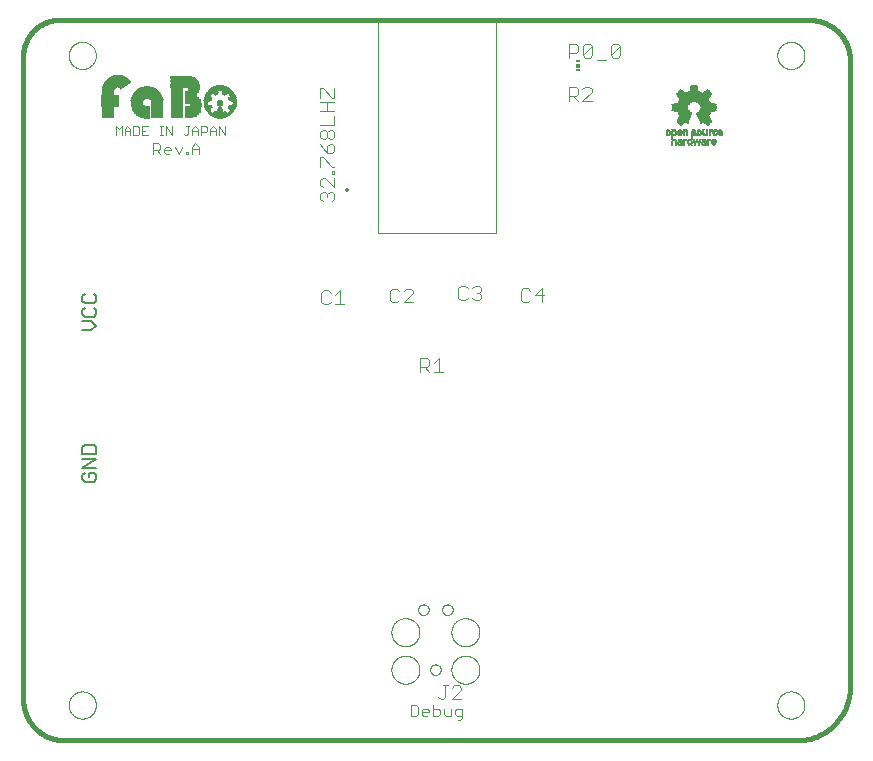
<source format=gto>
G75*
%MOIN*%
%OFA0B0*%
%FSLAX25Y25*%
%IPPOS*%
%LPD*%
%AMOC8*
5,1,8,0,0,1.08239X$1,22.5*
%
%ADD10C,0.00300*%
%ADD11C,0.01600*%
%ADD12C,0.00000*%
%ADD13C,0.00500*%
%ADD14R,0.00520X0.00040*%
%ADD15R,0.00520X0.00040*%
%ADD16R,0.00760X0.00040*%
%ADD17R,0.00640X0.00040*%
%ADD18R,0.00440X0.00040*%
%ADD19R,0.00480X0.00040*%
%ADD20R,0.00520X0.00040*%
%ADD21R,0.00520X0.00040*%
%ADD22R,0.01400X0.00040*%
%ADD23R,0.00800X0.00040*%
%ADD24R,0.00480X0.00040*%
%ADD25R,0.00960X0.00040*%
%ADD26R,0.01440X0.00040*%
%ADD27R,0.01080X0.00040*%
%ADD28R,0.01520X0.00040*%
%ADD29R,0.01440X0.00040*%
%ADD30R,0.00560X0.00040*%
%ADD31R,0.01480X0.00040*%
%ADD32R,0.01200X0.00040*%
%ADD33R,0.01560X0.00040*%
%ADD34R,0.01320X0.00040*%
%ADD35R,0.01560X0.00040*%
%ADD36R,0.01520X0.00040*%
%ADD37R,0.00600X0.00040*%
%ADD38R,0.00560X0.00040*%
%ADD39R,0.01400X0.00040*%
%ADD40R,0.01600X0.00040*%
%ADD41R,0.00600X0.00040*%
%ADD42R,0.00640X0.00040*%
%ADD43R,0.01640X0.00040*%
%ADD44R,0.00680X0.00040*%
%ADD45R,0.01680X0.00040*%
%ADD46R,0.01680X0.00040*%
%ADD47R,0.01640X0.00040*%
%ADD48R,0.00720X0.00040*%
%ADD49R,0.01480X0.00040*%
%ADD50R,0.00760X0.00040*%
%ADD51R,0.00720X0.00040*%
%ADD52R,0.00640X0.00040*%
%ADD53R,0.00360X0.00040*%
%ADD54R,0.00240X0.00040*%
%ADD55R,0.00160X0.00040*%
%ADD56R,0.00840X0.00040*%
%ADD57R,0.00080X0.00040*%
%ADD58R,0.00880X0.00040*%
%ADD59R,0.00920X0.00040*%
%ADD60R,0.00960X0.00040*%
%ADD61R,0.01640X0.00040*%
%ADD62R,0.01760X0.00040*%
%ADD63R,0.00440X0.00040*%
%ADD64R,0.01000X0.00040*%
%ADD65R,0.01760X0.00040*%
%ADD66R,0.00440X0.00040*%
%ADD67R,0.01320X0.00040*%
%ADD68R,0.01200X0.00040*%
%ADD69R,0.00920X0.00040*%
%ADD70R,0.00840X0.00040*%
%ADD71R,0.00800X0.00040*%
%ADD72R,0.00080X0.00040*%
%ADD73R,0.00120X0.00040*%
%ADD74R,0.00240X0.00040*%
%ADD75R,0.00720X0.00040*%
%ADD76R,0.00200X0.00040*%
%ADD77R,0.00400X0.00040*%
%ADD78R,0.01240X0.00040*%
%ADD79R,0.01640X0.00040*%
%ADD80R,0.01440X0.00040*%
%ADD81R,0.01280X0.00040*%
%ADD82R,0.01520X0.00040*%
%ADD83R,0.01280X0.00040*%
%ADD84R,0.01520X0.00040*%
%ADD85R,0.01360X0.00040*%
%ADD86R,0.01440X0.00040*%
%ADD87R,0.01240X0.00040*%
%ADD88R,0.01120X0.00040*%
%ADD89R,0.01240X0.00040*%
%ADD90R,0.01040X0.00040*%
%ADD91R,0.00840X0.00040*%
%ADD92R,0.00440X0.00040*%
%ADD93R,0.00400X0.00040*%
%ADD94R,0.00320X0.00040*%
%ADD95R,0.00920X0.00040*%
%ADD96R,0.01040X0.00040*%
%ADD97R,0.01000X0.00040*%
%ADD98R,0.01080X0.00040*%
%ADD99R,0.01160X0.00040*%
%ADD100R,0.01040X0.00040*%
%ADD101R,0.01160X0.00040*%
%ADD102R,0.01600X0.00040*%
%ADD103R,0.01720X0.00040*%
%ADD104R,0.01720X0.00040*%
%ADD105R,0.00640X0.00040*%
%ADD106R,0.00680X0.00040*%
%ADD107R,0.00360X0.00040*%
%ADD108R,0.00280X0.00040*%
%ADD109R,0.00120X0.00040*%
%ADD110R,0.00040X0.00040*%
%ADD111R,0.00040X0.00040*%
%ADD112R,0.01320X0.00040*%
%ADD113R,0.00280X0.00040*%
%ADD114R,0.00320X0.00040*%
%ADD115R,0.01320X0.00040*%
%ADD116R,0.01120X0.00040*%
%ADD117R,0.01120X0.00040*%
%ADD118R,0.01800X0.00040*%
%ADD119R,0.01920X0.00040*%
%ADD120R,0.01920X0.00040*%
%ADD121R,0.02000X0.00040*%
%ADD122R,0.02120X0.00040*%
%ADD123R,0.02200X0.00040*%
%ADD124R,0.02320X0.00040*%
%ADD125R,0.02400X0.00040*%
%ADD126R,0.02520X0.00040*%
%ADD127R,0.02600X0.00040*%
%ADD128R,0.00880X0.00040*%
%ADD129R,0.03680X0.00040*%
%ADD130R,0.03720X0.00040*%
%ADD131R,0.03800X0.00040*%
%ADD132R,0.03840X0.00040*%
%ADD133R,0.03840X0.00040*%
%ADD134R,0.03920X0.00040*%
%ADD135R,0.03960X0.00040*%
%ADD136R,0.04000X0.00040*%
%ADD137R,0.04080X0.00040*%
%ADD138R,0.04120X0.00040*%
%ADD139R,0.04160X0.00040*%
%ADD140R,0.04200X0.00040*%
%ADD141R,0.04200X0.00040*%
%ADD142R,0.04160X0.00040*%
%ADD143R,0.04120X0.00040*%
%ADD144R,0.04080X0.00040*%
%ADD145R,0.04040X0.00040*%
%ADD146R,0.04040X0.00040*%
%ADD147R,0.04040X0.00040*%
%ADD148R,0.04040X0.00040*%
%ADD149R,0.03960X0.00040*%
%ADD150R,0.03920X0.00040*%
%ADD151R,0.03920X0.00040*%
%ADD152R,0.03880X0.00040*%
%ADD153R,0.03920X0.00040*%
%ADD154R,0.03880X0.00040*%
%ADD155R,0.03800X0.00040*%
%ADD156R,0.04240X0.00040*%
%ADD157R,0.04240X0.00040*%
%ADD158R,0.04280X0.00040*%
%ADD159R,0.04360X0.00040*%
%ADD160R,0.04400X0.00040*%
%ADD161R,0.04440X0.00040*%
%ADD162R,0.04520X0.00040*%
%ADD163R,0.04520X0.00040*%
%ADD164R,0.04520X0.00040*%
%ADD165R,0.04520X0.00040*%
%ADD166R,0.04480X0.00040*%
%ADD167R,0.04440X0.00040*%
%ADD168R,0.04400X0.00040*%
%ADD169R,0.04360X0.00040*%
%ADD170R,0.04320X0.00040*%
%ADD171R,0.04240X0.00040*%
%ADD172R,0.04320X0.00040*%
%ADD173R,0.04320X0.00040*%
%ADD174R,0.04560X0.00040*%
%ADD175R,0.04720X0.00040*%
%ADD176R,0.04920X0.00040*%
%ADD177R,0.04920X0.00040*%
%ADD178R,0.05080X0.00040*%
%ADD179R,0.05240X0.00040*%
%ADD180R,0.05240X0.00040*%
%ADD181R,0.05480X0.00040*%
%ADD182R,0.05640X0.00040*%
%ADD183R,0.05640X0.00040*%
%ADD184R,0.05680X0.00040*%
%ADD185R,0.05640X0.00040*%
%ADD186R,0.05600X0.00040*%
%ADD187R,0.05600X0.00040*%
%ADD188R,0.05560X0.00040*%
%ADD189R,0.05520X0.00040*%
%ADD190R,0.05520X0.00040*%
%ADD191R,0.05480X0.00040*%
%ADD192R,0.05440X0.00040*%
%ADD193R,0.05440X0.00040*%
%ADD194R,0.05560X0.00040*%
%ADD195R,0.05680X0.00040*%
%ADD196R,0.05440X0.00040*%
%ADD197R,0.05280X0.00040*%
%ADD198R,0.04920X0.00040*%
%ADD199R,0.04600X0.00040*%
%ADD200R,0.04840X0.00040*%
%ADD201R,0.10440X0.00040*%
%ADD202R,0.10360X0.00040*%
%ADD203R,0.10360X0.00040*%
%ADD204R,0.10280X0.00040*%
%ADD205R,0.10200X0.00040*%
%ADD206R,0.10200X0.00040*%
%ADD207R,0.10120X0.00040*%
%ADD208R,0.10040X0.00040*%
%ADD209R,0.10040X0.00040*%
%ADD210R,0.09960X0.00040*%
%ADD211R,0.09880X0.00040*%
%ADD212R,0.09880X0.00040*%
%ADD213R,0.09800X0.00040*%
%ADD214R,0.09720X0.00040*%
%ADD215R,0.09720X0.00040*%
%ADD216R,0.10280X0.00040*%
%ADD217R,0.10520X0.00040*%
%ADD218R,0.10520X0.00040*%
%ADD219R,0.10600X0.00040*%
%ADD220R,0.10680X0.00040*%
%ADD221R,0.10760X0.00040*%
%ADD222R,0.10840X0.00040*%
%ADD223R,0.10920X0.00040*%
%ADD224R,0.11000X0.00040*%
%ADD225R,0.11080X0.00040*%
%ADD226R,0.11080X0.00040*%
%ADD227R,0.11160X0.00040*%
%ADD228R,0.11240X0.00040*%
%ADD229R,0.11320X0.00040*%
%ADD230R,0.11400X0.00040*%
%ADD231R,0.11400X0.00040*%
%ADD232R,0.11480X0.00040*%
%ADD233R,0.11560X0.00040*%
%ADD234R,0.11640X0.00040*%
%ADD235R,0.11640X0.00040*%
%ADD236R,0.11720X0.00040*%
%ADD237R,0.11800X0.00040*%
%ADD238R,0.11880X0.00040*%
%ADD239R,0.11880X0.00040*%
%ADD240R,0.11960X0.00040*%
%ADD241R,0.11720X0.00040*%
%ADD242R,0.11320X0.00040*%
%ADD243R,0.02760X0.00040*%
%ADD244R,0.05400X0.00040*%
%ADD245R,0.02640X0.00040*%
%ADD246R,0.05160X0.00040*%
%ADD247R,0.02560X0.00040*%
%ADD248R,0.05000X0.00040*%
%ADD249R,0.02440X0.00040*%
%ADD250R,0.04760X0.00040*%
%ADD251R,0.02440X0.00040*%
%ADD252R,0.02360X0.00040*%
%ADD253R,0.04600X0.00040*%
%ADD254R,0.02280X0.00040*%
%ADD255R,0.02240X0.00040*%
%ADD256R,0.02160X0.00040*%
%ADD257R,0.02080X0.00040*%
%ADD258R,0.01960X0.00040*%
%ADD259R,0.01880X0.00040*%
%ADD260R,0.03640X0.00040*%
%ADD261R,0.03400X0.00040*%
%ADD262R,0.03240X0.00040*%
%ADD263R,0.03000X0.00040*%
%ADD264R,0.02920X0.00040*%
%ADD265R,0.01360X0.00040*%
%ADD266R,0.02840X0.00040*%
%ADD267R,0.02840X0.00040*%
%ADD268R,0.02760X0.00040*%
%ADD269R,0.02680X0.00040*%
%ADD270R,0.02680X0.00040*%
%ADD271R,0.02600X0.00040*%
%ADD272R,0.02520X0.00040*%
%ADD273R,0.02520X0.00040*%
%ADD274R,0.02440X0.00040*%
%ADD275R,0.02360X0.00040*%
%ADD276R,0.02280X0.00040*%
%ADD277R,0.02200X0.00040*%
%ADD278R,0.02120X0.00040*%
%ADD279R,0.01008X0.00048*%
%ADD280R,0.00672X0.00048*%
%ADD281R,0.01776X0.00048*%
%ADD282R,0.01584X0.00048*%
%ADD283R,0.02160X0.00048*%
%ADD284R,0.02208X0.00048*%
%ADD285R,0.02352X0.00048*%
%ADD286R,0.02592X0.00048*%
%ADD287R,0.04272X0.00048*%
%ADD288R,0.02544X0.00048*%
%ADD289R,0.03936X0.00048*%
%ADD290R,0.01008X0.00048*%
%ADD291R,0.02976X0.00048*%
%ADD292R,0.04320X0.00048*%
%ADD293R,0.02736X0.00048*%
%ADD294R,0.03984X0.00048*%
%ADD295R,0.04272X0.00048*%
%ADD296R,0.02016X0.00048*%
%ADD297R,0.03312X0.00048*%
%ADD298R,0.04320X0.00048*%
%ADD299R,0.02880X0.00048*%
%ADD300R,0.03984X0.00048*%
%ADD301R,0.03552X0.00048*%
%ADD302R,0.03024X0.00048*%
%ADD303R,0.02592X0.00048*%
%ADD304R,0.03840X0.00048*%
%ADD305R,0.03120X0.00048*%
%ADD306R,0.02832X0.00048*%
%ADD307R,0.04080X0.00048*%
%ADD308R,0.03216X0.00048*%
%ADD309R,0.02976X0.00048*%
%ADD310R,0.03360X0.00048*%
%ADD311R,0.04512X0.00048*%
%ADD312R,0.03456X0.00048*%
%ADD313R,0.03264X0.00048*%
%ADD314R,0.04752X0.00048*%
%ADD315R,0.04944X0.00048*%
%ADD316R,0.03648X0.00048*%
%ADD317R,0.03456X0.00048*%
%ADD318R,0.05136X0.00048*%
%ADD319R,0.03744X0.00048*%
%ADD320R,0.03552X0.00048*%
%ADD321R,0.05328X0.00048*%
%ADD322R,0.03792X0.00048*%
%ADD323R,0.05472X0.00048*%
%ADD324R,0.03888X0.00048*%
%ADD325R,0.05616X0.00048*%
%ADD326R,0.03840X0.00048*%
%ADD327R,0.05760X0.00048*%
%ADD328R,0.04032X0.00048*%
%ADD329R,0.05952X0.00048*%
%ADD330R,0.04128X0.00048*%
%ADD331R,0.06096X0.00048*%
%ADD332R,0.04176X0.00048*%
%ADD333R,0.06240X0.00048*%
%ADD334R,0.04224X0.00048*%
%ADD335R,0.06336X0.00048*%
%ADD336R,0.04176X0.00048*%
%ADD337R,0.06480X0.00048*%
%ADD338R,0.04368X0.00048*%
%ADD339R,0.04224X0.00048*%
%ADD340R,0.06624X0.00048*%
%ADD341R,0.04464X0.00048*%
%ADD342R,0.06720X0.00048*%
%ADD343R,0.04512X0.00048*%
%ADD344R,0.06864X0.00048*%
%ADD345R,0.04560X0.00048*%
%ADD346R,0.04416X0.00048*%
%ADD347R,0.07008X0.00048*%
%ADD348R,0.04608X0.00048*%
%ADD349R,0.04464X0.00048*%
%ADD350R,0.07104X0.00048*%
%ADD351R,0.04656X0.00048*%
%ADD352R,0.07200X0.00048*%
%ADD353R,0.04704X0.00048*%
%ADD354R,0.07296X0.00048*%
%ADD355R,0.07440X0.00048*%
%ADD356R,0.04800X0.00048*%
%ADD357R,0.07536X0.00048*%
%ADD358R,0.04848X0.00048*%
%ADD359R,0.04704X0.00048*%
%ADD360R,0.07632X0.00048*%
%ADD361R,0.04896X0.00048*%
%ADD362R,0.04752X0.00048*%
%ADD363R,0.07728X0.00048*%
%ADD364R,0.04944X0.00048*%
%ADD365R,0.04800X0.00048*%
%ADD366R,0.07824X0.00048*%
%ADD367R,0.04992X0.00048*%
%ADD368R,0.07920X0.00048*%
%ADD369R,0.05040X0.00048*%
%ADD370R,0.08016X0.00048*%
%ADD371R,0.05088X0.00048*%
%ADD372R,0.08064X0.00048*%
%ADD373R,0.01536X0.00048*%
%ADD374R,0.04704X0.00048*%
%ADD375R,0.05184X0.00048*%
%ADD376R,0.01536X0.00048*%
%ADD377R,0.04560X0.00048*%
%ADD378R,0.05232X0.00048*%
%ADD379R,0.05280X0.00048*%
%ADD380R,0.05280X0.00048*%
%ADD381R,0.01488X0.00048*%
%ADD382R,0.05088X0.00048*%
%ADD383R,0.01488X0.00048*%
%ADD384R,0.05376X0.00048*%
%ADD385R,0.03840X0.00048*%
%ADD386R,0.05424X0.00048*%
%ADD387R,0.05136X0.00048*%
%ADD388R,0.00576X0.00048*%
%ADD389R,0.02304X0.00048*%
%ADD390R,0.00624X0.00048*%
%ADD391R,0.05424X0.00048*%
%ADD392R,0.05184X0.00048*%
%ADD393R,0.00432X0.00048*%
%ADD394R,0.02208X0.00048*%
%ADD395R,0.01440X0.00048*%
%ADD396R,0.00288X0.00048*%
%ADD397R,0.02160X0.00048*%
%ADD398R,0.05520X0.00048*%
%ADD399R,0.05232X0.00048*%
%ADD400R,0.01440X0.00048*%
%ADD401R,0.00144X0.00048*%
%ADD402R,0.02112X0.00048*%
%ADD403R,0.00096X0.00048*%
%ADD404R,0.05568X0.00048*%
%ADD405R,0.02064X0.00048*%
%ADD406R,0.05568X0.00048*%
%ADD407R,0.01392X0.00048*%
%ADD408R,0.05616X0.00048*%
%ADD409R,0.05328X0.00048*%
%ADD410R,0.01392X0.00048*%
%ADD411R,0.02016X0.00048*%
%ADD412R,0.01968X0.00048*%
%ADD413R,0.01392X0.00048*%
%ADD414R,0.05664X0.00048*%
%ADD415R,0.01920X0.00048*%
%ADD416R,0.01344X0.00048*%
%ADD417R,0.05712X0.00048*%
%ADD418R,0.01872X0.00048*%
%ADD419R,0.05712X0.00048*%
%ADD420R,0.05376X0.00048*%
%ADD421R,0.01824X0.00048*%
%ADD422R,0.01824X0.00048*%
%ADD423R,0.05760X0.00048*%
%ADD424R,0.01776X0.00048*%
%ADD425R,0.05808X0.00048*%
%ADD426R,0.01584X0.00048*%
%ADD427R,0.01728X0.00048*%
%ADD428R,0.05808X0.00048*%
%ADD429R,0.05472X0.00048*%
%ADD430R,0.01632X0.00048*%
%ADD431R,0.01680X0.00048*%
%ADD432R,0.05856X0.00048*%
%ADD433R,0.01728X0.00048*%
%ADD434R,0.01632X0.00048*%
%ADD435R,0.01680X0.00048*%
%ADD436R,0.05856X0.00048*%
%ADD437R,0.01728X0.00048*%
%ADD438R,0.05904X0.00048*%
%ADD439R,0.05520X0.00048*%
%ADD440R,0.01920X0.00048*%
%ADD441R,0.01920X0.00048*%
%ADD442R,0.05952X0.00048*%
%ADD443R,0.01968X0.00048*%
%ADD444R,0.01440X0.00048*%
%ADD445R,0.06000X0.00048*%
%ADD446R,0.02064X0.00048*%
%ADD447R,0.06000X0.00048*%
%ADD448R,0.02112X0.00048*%
%ADD449R,0.01344X0.00048*%
%ADD450R,0.06048X0.00048*%
%ADD451R,0.01296X0.00048*%
%ADD452R,0.06048X0.00048*%
%ADD453R,0.02256X0.00048*%
%ADD454R,0.01248X0.00048*%
%ADD455R,0.02304X0.00048*%
%ADD456R,0.01200X0.00048*%
%ADD457R,0.01152X0.00048*%
%ADD458R,0.06096X0.00048*%
%ADD459R,0.02400X0.00048*%
%ADD460R,0.01152X0.00048*%
%ADD461R,0.02352X0.00048*%
%ADD462R,0.06144X0.00048*%
%ADD463R,0.02400X0.00048*%
%ADD464R,0.01104X0.00048*%
%ADD465R,0.06144X0.00048*%
%ADD466R,0.01056X0.00048*%
%ADD467R,0.06192X0.00048*%
%ADD468R,0.00960X0.00048*%
%ADD469R,0.06192X0.00048*%
%ADD470R,0.00912X0.00048*%
%ADD471R,0.00864X0.00048*%
%ADD472R,0.04896X0.00048*%
%ADD473R,0.04848X0.00048*%
%ADD474R,0.00864X0.00048*%
%ADD475R,0.00480X0.00048*%
%ADD476R,0.00816X0.00048*%
%ADD477R,0.04656X0.00048*%
%ADD478R,0.00336X0.00048*%
%ADD479R,0.04128X0.00048*%
%ADD480R,0.00768X0.00048*%
%ADD481R,0.00240X0.00048*%
%ADD482R,0.04032X0.00048*%
%ADD483R,0.00768X0.00048*%
%ADD484R,0.03936X0.00048*%
%ADD485R,0.00816X0.00048*%
%ADD486R,0.00048X0.00048*%
%ADD487R,0.03888X0.00048*%
%ADD488R,0.04416X0.00048*%
%ADD489R,0.02304X0.00048*%
%ADD490R,0.04368X0.00048*%
%ADD491R,0.03792X0.00048*%
%ADD492R,0.01440X0.00048*%
%ADD493R,0.01728X0.00048*%
%ADD494R,0.01296X0.00048*%
%ADD495R,0.01872X0.00048*%
%ADD496R,0.03744X0.00048*%
%ADD497R,0.04080X0.00048*%
%ADD498R,0.05520X0.00048*%
%ADD499R,0.04176X0.00048*%
%ADD500R,0.04176X0.00048*%
%ADD501R,0.02112X0.00048*%
%ADD502R,0.02448X0.00048*%
%ADD503R,0.02496X0.00048*%
%ADD504R,0.02496X0.00048*%
%ADD505R,0.02448X0.00048*%
%ADD506R,0.04320X0.00048*%
%ADD507R,0.02544X0.00048*%
%ADD508R,0.00528X0.00048*%
%ADD509R,0.05040X0.00048*%
%ADD510R,0.02640X0.00048*%
%ADD511R,0.04656X0.00048*%
%ADD512R,0.04992X0.00048*%
%ADD513R,0.02640X0.00048*%
%ADD514R,0.04992X0.00048*%
%ADD515R,0.10560X0.00048*%
%ADD516R,0.02688X0.00048*%
%ADD517R,0.10512X0.00048*%
%ADD518R,0.04848X0.00048*%
%ADD519R,0.10512X0.00048*%
%ADD520R,0.10464X0.00048*%
%ADD521R,0.10416X0.00048*%
%ADD522R,0.02448X0.00048*%
%ADD523R,0.10416X0.00048*%
%ADD524R,0.02448X0.00048*%
%ADD525R,0.10320X0.00048*%
%ADD526R,0.10320X0.00048*%
%ADD527R,0.02256X0.00048*%
%ADD528R,0.02256X0.00048*%
%ADD529R,0.10224X0.00048*%
%ADD530R,0.10224X0.00048*%
%ADD531R,0.10176X0.00048*%
%ADD532R,0.02112X0.00048*%
%ADD533R,0.10176X0.00048*%
%ADD534R,0.02064X0.00048*%
%ADD535R,0.10128X0.00048*%
%ADD536R,0.10080X0.00048*%
%ADD537R,0.01920X0.00048*%
%ADD538R,0.09984X0.00048*%
%ADD539R,0.03840X0.00048*%
%ADD540R,0.09984X0.00048*%
%ADD541R,0.01776X0.00048*%
%ADD542R,0.09888X0.00048*%
%ADD543R,0.03648X0.00048*%
%ADD544R,0.09888X0.00048*%
%ADD545R,0.09792X0.00048*%
%ADD546R,0.09792X0.00048*%
%ADD547R,0.03504X0.00048*%
%ADD548R,0.09744X0.00048*%
%ADD549R,0.03600X0.00048*%
%ADD550R,0.09696X0.00048*%
%ADD551R,0.00096X0.00048*%
%ADD552R,0.09648X0.00048*%
%ADD553R,0.03696X0.00048*%
%ADD554R,0.09600X0.00048*%
%ADD555R,0.00480X0.00048*%
%ADD556R,0.09552X0.00048*%
%ADD557R,0.00672X0.00048*%
%ADD558R,0.09456X0.00048*%
%ADD559R,0.09456X0.00048*%
%ADD560R,0.01056X0.00048*%
%ADD561R,0.09360X0.00048*%
%ADD562R,0.01200X0.00048*%
%ADD563R,0.09264X0.00048*%
%ADD564R,0.01248X0.00048*%
%ADD565R,0.09264X0.00048*%
%ADD566R,0.09168X0.00048*%
%ADD567R,0.01392X0.00048*%
%ADD568R,0.09120X0.00048*%
%ADD569R,0.09072X0.00048*%
%ADD570R,0.01584X0.00048*%
%ADD571R,0.08976X0.00048*%
%ADD572R,0.08928X0.00048*%
%ADD573R,0.08832X0.00048*%
%ADD574R,0.08784X0.00048*%
%ADD575R,0.08736X0.00048*%
%ADD576R,0.03792X0.00048*%
%ADD577R,0.08640X0.00048*%
%ADD578R,0.08544X0.00048*%
%ADD579R,0.08448X0.00048*%
%ADD580R,0.08400X0.00048*%
%ADD581R,0.03696X0.00048*%
%ADD582R,0.08304X0.00048*%
%ADD583R,0.08208X0.00048*%
%ADD584R,0.08112X0.00048*%
%ADD585R,0.03648X0.00048*%
%ADD586R,0.03984X0.00048*%
%ADD587R,0.07968X0.00048*%
%ADD588R,0.03600X0.00048*%
%ADD589R,0.07824X0.00048*%
%ADD590R,0.07728X0.00048*%
%ADD591R,0.03504X0.00048*%
%ADD592R,0.07632X0.00048*%
%ADD593R,0.07536X0.00048*%
%ADD594R,0.03648X0.00048*%
%ADD595R,0.08064X0.00048*%
%ADD596R,0.07440X0.00048*%
%ADD597R,0.08016X0.00048*%
%ADD598R,0.07344X0.00048*%
%ADD599R,0.07920X0.00048*%
%ADD600R,0.07248X0.00048*%
%ADD601R,0.07152X0.00048*%
%ADD602R,0.06960X0.00048*%
%ADD603R,0.06864X0.00048*%
%ADD604R,0.06720X0.00048*%
%ADD605R,0.06576X0.00048*%
%ADD606R,0.06480X0.00048*%
%ADD607R,0.07200X0.00048*%
%ADD608R,0.07104X0.00048*%
%ADD609R,0.04320X0.00048*%
%ADD610R,0.06192X0.00048*%
%ADD611R,0.07008X0.00048*%
%ADD612R,0.00192X0.00048*%
%ADD613R,0.06048X0.00048*%
%ADD614R,0.00384X0.00048*%
%ADD615R,0.05712X0.00048*%
%ADD616R,0.06336X0.00048*%
%ADD617R,0.06240X0.00048*%
%ADD618R,0.04128X0.00048*%
%ADD619R,0.03984X0.00048*%
%ADD620R,0.04512X0.00048*%
%ADD621R,0.09744X0.00048*%
%ADD622R,0.02976X0.00048*%
%ADD623R,0.07248X0.00048*%
%ADD624R,0.07344X0.00048*%
%ADD625R,0.07488X0.00048*%
%ADD626R,0.07488X0.00048*%
%ADD627R,0.07584X0.00048*%
%ADD628R,0.07680X0.00048*%
%ADD629R,0.00624X0.00048*%
%ADD630R,0.07872X0.00048*%
%ADD631R,0.09696X0.00048*%
%ADD632R,0.07920X0.00048*%
%ADD633R,0.07968X0.00048*%
%ADD634R,0.08064X0.00048*%
%ADD635R,0.08160X0.00048*%
%ADD636R,0.08160X0.00048*%
%ADD637R,0.09648X0.00048*%
%ADD638R,0.08208X0.00048*%
%ADD639R,0.08256X0.00048*%
%ADD640R,0.08304X0.00048*%
%ADD641R,0.09600X0.00048*%
%ADD642R,0.08352X0.00048*%
%ADD643R,0.08400X0.00048*%
%ADD644R,0.08448X0.00048*%
%ADD645R,0.09552X0.00048*%
%ADD646R,0.08448X0.00048*%
%ADD647R,0.08496X0.00048*%
%ADD648R,0.09504X0.00048*%
%ADD649R,0.08592X0.00048*%
%ADD650R,0.09504X0.00048*%
%ADD651R,0.08640X0.00048*%
%ADD652R,0.08688X0.00048*%
%ADD653R,0.09408X0.00048*%
%ADD654R,0.08688X0.00048*%
%ADD655R,0.08592X0.00048*%
%ADD656R,0.08544X0.00048*%
%ADD657R,0.09360X0.00048*%
%ADD658R,0.08448X0.00048*%
%ADD659R,0.09312X0.00048*%
%ADD660R,0.08352X0.00048*%
%ADD661R,0.09312X0.00048*%
%ADD662R,0.08256X0.00048*%
%ADD663R,0.08256X0.00048*%
%ADD664R,0.09216X0.00048*%
%ADD665R,0.09168X0.00048*%
%ADD666R,0.07776X0.00048*%
%ADD667R,0.09024X0.00048*%
%ADD668R,0.07680X0.00048*%
%ADD669R,0.09024X0.00048*%
%ADD670R,0.07584X0.00048*%
%ADD671R,0.07392X0.00048*%
%ADD672R,0.08880X0.00048*%
%ADD673R,0.07296X0.00048*%
%ADD674R,0.08832X0.00048*%
%ADD675R,0.08784X0.00048*%
%ADD676R,0.07104X0.00048*%
%ADD677R,0.06912X0.00048*%
%ADD678R,0.06768X0.00048*%
%ADD679R,0.06624X0.00048*%
%ADD680R,0.06528X0.00048*%
%ADD681R,0.06384X0.00048*%
%ADD682R,0.06240X0.00048*%
%ADD683R,0.05856X0.00048*%
%ADD684R,0.05184X0.00048*%
%ADD685R,0.06912X0.00048*%
%ADD686R,0.06288X0.00048*%
%ADD687R,0.03456X0.00048*%
%ADD688R,0.03120X0.00048*%
%ADD689R,0.02784X0.00048*%
%ADD690C,0.00197*%
%ADD691C,0.00400*%
%ADD692C,0.01378*%
%ADD693R,0.01181X0.00591*%
%ADD694R,0.01181X0.01181*%
D10*
X0132556Y0012556D02*
X0134407Y0012556D01*
X0135024Y0013173D01*
X0135024Y0015641D01*
X0134407Y0016259D01*
X0132556Y0016259D01*
X0132556Y0012556D01*
X0136239Y0013173D02*
X0136239Y0014407D01*
X0136856Y0015024D01*
X0138090Y0015024D01*
X0138707Y0014407D01*
X0138707Y0013790D01*
X0136239Y0013790D01*
X0136239Y0013173D02*
X0136856Y0012556D01*
X0138090Y0012556D01*
X0139922Y0012556D02*
X0141773Y0012556D01*
X0142391Y0013173D01*
X0142391Y0014407D01*
X0141773Y0015024D01*
X0139922Y0015024D01*
X0139922Y0016259D02*
X0139922Y0012556D01*
X0143605Y0013173D02*
X0144222Y0012556D01*
X0146074Y0012556D01*
X0146074Y0015024D01*
X0147288Y0014407D02*
X0147288Y0013173D01*
X0147905Y0012556D01*
X0149757Y0012556D01*
X0149757Y0011938D02*
X0149757Y0015024D01*
X0147905Y0015024D01*
X0147288Y0014407D01*
X0148522Y0011321D02*
X0149140Y0011321D01*
X0149757Y0011938D01*
X0143605Y0013173D02*
X0143605Y0015024D01*
X0062000Y0199865D02*
X0062000Y0202334D01*
X0060766Y0203568D01*
X0059532Y0202334D01*
X0059532Y0199865D01*
X0058307Y0199865D02*
X0058307Y0200482D01*
X0057690Y0200482D01*
X0057690Y0199865D01*
X0058307Y0199865D01*
X0059532Y0201717D02*
X0062000Y0201717D01*
X0061751Y0206165D02*
X0061751Y0208100D01*
X0060783Y0209067D01*
X0059816Y0208100D01*
X0059816Y0206165D01*
X0059816Y0207616D02*
X0061751Y0207616D01*
X0062762Y0207132D02*
X0064214Y0207132D01*
X0064697Y0207616D01*
X0064697Y0208584D01*
X0064214Y0209067D01*
X0062762Y0209067D01*
X0062762Y0206165D01*
X0065709Y0206165D02*
X0065709Y0208100D01*
X0066676Y0209067D01*
X0067644Y0208100D01*
X0067644Y0206165D01*
X0068655Y0206165D02*
X0068655Y0209067D01*
X0070590Y0206165D01*
X0070590Y0209067D01*
X0067644Y0207616D02*
X0065709Y0207616D01*
X0058804Y0209067D02*
X0057837Y0209067D01*
X0058320Y0209067D02*
X0058320Y0206649D01*
X0057837Y0206165D01*
X0057353Y0206165D01*
X0056869Y0206649D01*
X0052911Y0206165D02*
X0052911Y0209067D01*
X0050976Y0209067D02*
X0052911Y0206165D01*
X0050976Y0206165D02*
X0050976Y0209067D01*
X0049979Y0209067D02*
X0049012Y0209067D01*
X0049496Y0209067D02*
X0049496Y0206165D01*
X0049979Y0206165D02*
X0049012Y0206165D01*
X0048492Y0203568D02*
X0046641Y0203568D01*
X0046641Y0199865D01*
X0046641Y0201099D02*
X0048492Y0201099D01*
X0049109Y0201717D01*
X0049109Y0202951D01*
X0048492Y0203568D01*
X0047875Y0201099D02*
X0049109Y0199865D01*
X0050324Y0200482D02*
X0050324Y0201717D01*
X0050941Y0202334D01*
X0052175Y0202334D01*
X0052792Y0201717D01*
X0052792Y0201099D01*
X0050324Y0201099D01*
X0050324Y0200482D02*
X0050941Y0199865D01*
X0052175Y0199865D01*
X0055241Y0199865D02*
X0054007Y0202334D01*
X0056476Y0202334D02*
X0055241Y0199865D01*
X0045054Y0206165D02*
X0043119Y0206165D01*
X0043119Y0209067D01*
X0045054Y0209067D01*
X0044086Y0207616D02*
X0043119Y0207616D01*
X0042107Y0206649D02*
X0042107Y0208584D01*
X0041624Y0209067D01*
X0040172Y0209067D01*
X0040172Y0206165D01*
X0041624Y0206165D01*
X0042107Y0206649D01*
X0039161Y0206165D02*
X0039161Y0208100D01*
X0038193Y0209067D01*
X0037226Y0208100D01*
X0037226Y0206165D01*
X0036214Y0206165D02*
X0036214Y0209067D01*
X0035247Y0208100D01*
X0034279Y0209067D01*
X0034279Y0206165D01*
X0037226Y0207616D02*
X0039161Y0207616D01*
D11*
X0017183Y0004413D02*
X0261183Y0004413D01*
X0261614Y0004418D01*
X0262045Y0004434D01*
X0262475Y0004460D01*
X0262905Y0004496D01*
X0263333Y0004543D01*
X0263760Y0004600D01*
X0264186Y0004668D01*
X0264610Y0004745D01*
X0265032Y0004833D01*
X0265452Y0004931D01*
X0265869Y0005040D01*
X0266283Y0005158D01*
X0266695Y0005286D01*
X0267103Y0005424D01*
X0267508Y0005572D01*
X0267909Y0005730D01*
X0268306Y0005897D01*
X0268700Y0006074D01*
X0269088Y0006260D01*
X0269472Y0006456D01*
X0269851Y0006661D01*
X0270226Y0006875D01*
X0270595Y0007098D01*
X0270958Y0007330D01*
X0271316Y0007570D01*
X0271667Y0007820D01*
X0272013Y0008077D01*
X0272352Y0008343D01*
X0272685Y0008617D01*
X0273011Y0008899D01*
X0273330Y0009189D01*
X0273642Y0009486D01*
X0273947Y0009791D01*
X0274244Y0010103D01*
X0274534Y0010422D01*
X0274816Y0010748D01*
X0275090Y0011081D01*
X0275356Y0011420D01*
X0275613Y0011766D01*
X0275863Y0012117D01*
X0276103Y0012475D01*
X0276335Y0012838D01*
X0276558Y0013207D01*
X0276772Y0013582D01*
X0276977Y0013961D01*
X0277173Y0014345D01*
X0277359Y0014733D01*
X0277536Y0015127D01*
X0277703Y0015524D01*
X0277861Y0015925D01*
X0278009Y0016330D01*
X0278147Y0016738D01*
X0278275Y0017150D01*
X0278393Y0017564D01*
X0278502Y0017981D01*
X0278600Y0018401D01*
X0278688Y0018823D01*
X0278765Y0019247D01*
X0278833Y0019673D01*
X0278890Y0020100D01*
X0278937Y0020528D01*
X0278973Y0020958D01*
X0278999Y0021388D01*
X0279015Y0021819D01*
X0279020Y0022250D01*
X0279020Y0231116D01*
X0279019Y0231116D02*
X0279015Y0231441D01*
X0279003Y0231766D01*
X0278984Y0232091D01*
X0278956Y0232414D01*
X0278921Y0232738D01*
X0278878Y0233060D01*
X0278827Y0233381D01*
X0278768Y0233701D01*
X0278702Y0234019D01*
X0278628Y0234336D01*
X0278546Y0234650D01*
X0278457Y0234963D01*
X0278361Y0235274D01*
X0278256Y0235581D01*
X0278145Y0235887D01*
X0278026Y0236189D01*
X0277900Y0236489D01*
X0277766Y0236786D01*
X0277626Y0237079D01*
X0277478Y0237368D01*
X0277323Y0237654D01*
X0277162Y0237937D01*
X0276994Y0238215D01*
X0276819Y0238489D01*
X0276637Y0238759D01*
X0276450Y0239024D01*
X0276255Y0239285D01*
X0276055Y0239541D01*
X0275848Y0239792D01*
X0275635Y0240038D01*
X0275417Y0240278D01*
X0275193Y0240514D01*
X0274963Y0240744D01*
X0274727Y0240968D01*
X0274487Y0241186D01*
X0274241Y0241399D01*
X0273990Y0241606D01*
X0273734Y0241806D01*
X0273473Y0242001D01*
X0273208Y0242188D01*
X0272938Y0242370D01*
X0272664Y0242545D01*
X0272386Y0242713D01*
X0272103Y0242874D01*
X0271817Y0243029D01*
X0271528Y0243177D01*
X0271235Y0243317D01*
X0270938Y0243451D01*
X0270638Y0243577D01*
X0270336Y0243696D01*
X0270030Y0243807D01*
X0269723Y0243912D01*
X0269412Y0244008D01*
X0269099Y0244097D01*
X0268785Y0244179D01*
X0268468Y0244253D01*
X0268150Y0244319D01*
X0267830Y0244378D01*
X0267509Y0244429D01*
X0267187Y0244472D01*
X0266863Y0244507D01*
X0266540Y0244535D01*
X0266215Y0244554D01*
X0265890Y0244566D01*
X0265565Y0244570D01*
X0265565Y0244571D02*
X0015369Y0244571D01*
X0015080Y0244568D01*
X0014792Y0244557D01*
X0014504Y0244540D01*
X0014217Y0244515D01*
X0013930Y0244484D01*
X0013644Y0244446D01*
X0013359Y0244401D01*
X0013075Y0244349D01*
X0012793Y0244290D01*
X0012512Y0244224D01*
X0012232Y0244152D01*
X0011955Y0244072D01*
X0011679Y0243987D01*
X0011406Y0243894D01*
X0011135Y0243795D01*
X0010866Y0243690D01*
X0010601Y0243577D01*
X0010337Y0243459D01*
X0010077Y0243334D01*
X0009820Y0243203D01*
X0009566Y0243066D01*
X0009316Y0242923D01*
X0009069Y0242774D01*
X0008826Y0242618D01*
X0008586Y0242457D01*
X0008351Y0242291D01*
X0008119Y0242118D01*
X0007892Y0241940D01*
X0007670Y0241757D01*
X0007451Y0241568D01*
X0007238Y0241374D01*
X0007029Y0241175D01*
X0006825Y0240971D01*
X0006626Y0240762D01*
X0006432Y0240549D01*
X0006243Y0240330D01*
X0006060Y0240108D01*
X0005882Y0239881D01*
X0005709Y0239649D01*
X0005543Y0239414D01*
X0005382Y0239174D01*
X0005226Y0238931D01*
X0005077Y0238684D01*
X0004934Y0238434D01*
X0004797Y0238180D01*
X0004666Y0237923D01*
X0004541Y0237663D01*
X0004423Y0237399D01*
X0004310Y0237134D01*
X0004205Y0236865D01*
X0004106Y0236594D01*
X0004013Y0236321D01*
X0003928Y0236045D01*
X0003848Y0235768D01*
X0003776Y0235488D01*
X0003710Y0235207D01*
X0003651Y0234925D01*
X0003599Y0234641D01*
X0003554Y0234356D01*
X0003516Y0234070D01*
X0003485Y0233783D01*
X0003460Y0233496D01*
X0003443Y0233208D01*
X0003432Y0232920D01*
X0003429Y0232631D01*
X0003429Y0018168D01*
X0003433Y0017836D01*
X0003445Y0017503D01*
X0003465Y0017172D01*
X0003493Y0016841D01*
X0003529Y0016510D01*
X0003573Y0016181D01*
X0003625Y0015852D01*
X0003685Y0015525D01*
X0003753Y0015200D01*
X0003829Y0014876D01*
X0003912Y0014555D01*
X0004003Y0014235D01*
X0004102Y0013918D01*
X0004209Y0013603D01*
X0004323Y0013291D01*
X0004444Y0012981D01*
X0004573Y0012675D01*
X0004710Y0012372D01*
X0004854Y0012072D01*
X0005004Y0011776D01*
X0005162Y0011484D01*
X0005327Y0011195D01*
X0005499Y0010911D01*
X0005678Y0010631D01*
X0005864Y0010355D01*
X0006056Y0010084D01*
X0006254Y0009817D01*
X0006459Y0009555D01*
X0006671Y0009299D01*
X0006888Y0009047D01*
X0007111Y0008801D01*
X0007341Y0008561D01*
X0007576Y0008326D01*
X0007816Y0008096D01*
X0008062Y0007873D01*
X0008314Y0007656D01*
X0008570Y0007444D01*
X0008832Y0007239D01*
X0009099Y0007041D01*
X0009370Y0006849D01*
X0009646Y0006663D01*
X0009926Y0006484D01*
X0010210Y0006312D01*
X0010499Y0006147D01*
X0010791Y0005989D01*
X0011087Y0005839D01*
X0011387Y0005695D01*
X0011690Y0005558D01*
X0011996Y0005429D01*
X0012306Y0005308D01*
X0012618Y0005194D01*
X0012933Y0005087D01*
X0013250Y0004988D01*
X0013570Y0004897D01*
X0013891Y0004814D01*
X0014215Y0004738D01*
X0014540Y0004670D01*
X0014867Y0004610D01*
X0015196Y0004558D01*
X0015525Y0004514D01*
X0015856Y0004478D01*
X0016187Y0004450D01*
X0016518Y0004430D01*
X0016851Y0004418D01*
X0017183Y0004414D01*
D12*
X0018586Y0016224D02*
X0018588Y0016358D01*
X0018594Y0016492D01*
X0018604Y0016626D01*
X0018618Y0016760D01*
X0018636Y0016893D01*
X0018657Y0017025D01*
X0018683Y0017157D01*
X0018713Y0017288D01*
X0018746Y0017418D01*
X0018783Y0017546D01*
X0018825Y0017674D01*
X0018869Y0017801D01*
X0018918Y0017926D01*
X0018970Y0018049D01*
X0019026Y0018171D01*
X0019086Y0018292D01*
X0019149Y0018410D01*
X0019215Y0018527D01*
X0019285Y0018641D01*
X0019358Y0018754D01*
X0019435Y0018864D01*
X0019515Y0018972D01*
X0019598Y0019077D01*
X0019684Y0019180D01*
X0019773Y0019280D01*
X0019865Y0019378D01*
X0019960Y0019473D01*
X0020058Y0019565D01*
X0020158Y0019654D01*
X0020261Y0019740D01*
X0020366Y0019823D01*
X0020474Y0019903D01*
X0020584Y0019980D01*
X0020697Y0020053D01*
X0020811Y0020123D01*
X0020928Y0020189D01*
X0021046Y0020252D01*
X0021167Y0020312D01*
X0021289Y0020368D01*
X0021412Y0020420D01*
X0021537Y0020469D01*
X0021664Y0020513D01*
X0021792Y0020555D01*
X0021920Y0020592D01*
X0022050Y0020625D01*
X0022181Y0020655D01*
X0022313Y0020681D01*
X0022445Y0020702D01*
X0022578Y0020720D01*
X0022712Y0020734D01*
X0022846Y0020744D01*
X0022980Y0020750D01*
X0023114Y0020752D01*
X0023248Y0020750D01*
X0023382Y0020744D01*
X0023516Y0020734D01*
X0023650Y0020720D01*
X0023783Y0020702D01*
X0023915Y0020681D01*
X0024047Y0020655D01*
X0024178Y0020625D01*
X0024308Y0020592D01*
X0024436Y0020555D01*
X0024564Y0020513D01*
X0024691Y0020469D01*
X0024816Y0020420D01*
X0024939Y0020368D01*
X0025061Y0020312D01*
X0025182Y0020252D01*
X0025300Y0020189D01*
X0025417Y0020123D01*
X0025531Y0020053D01*
X0025644Y0019980D01*
X0025754Y0019903D01*
X0025862Y0019823D01*
X0025967Y0019740D01*
X0026070Y0019654D01*
X0026170Y0019565D01*
X0026268Y0019473D01*
X0026363Y0019378D01*
X0026455Y0019280D01*
X0026544Y0019180D01*
X0026630Y0019077D01*
X0026713Y0018972D01*
X0026793Y0018864D01*
X0026870Y0018754D01*
X0026943Y0018641D01*
X0027013Y0018527D01*
X0027079Y0018410D01*
X0027142Y0018292D01*
X0027202Y0018171D01*
X0027258Y0018049D01*
X0027310Y0017926D01*
X0027359Y0017801D01*
X0027403Y0017674D01*
X0027445Y0017546D01*
X0027482Y0017418D01*
X0027515Y0017288D01*
X0027545Y0017157D01*
X0027571Y0017025D01*
X0027592Y0016893D01*
X0027610Y0016760D01*
X0027624Y0016626D01*
X0027634Y0016492D01*
X0027640Y0016358D01*
X0027642Y0016224D01*
X0027640Y0016090D01*
X0027634Y0015956D01*
X0027624Y0015822D01*
X0027610Y0015688D01*
X0027592Y0015555D01*
X0027571Y0015423D01*
X0027545Y0015291D01*
X0027515Y0015160D01*
X0027482Y0015030D01*
X0027445Y0014902D01*
X0027403Y0014774D01*
X0027359Y0014647D01*
X0027310Y0014522D01*
X0027258Y0014399D01*
X0027202Y0014277D01*
X0027142Y0014156D01*
X0027079Y0014038D01*
X0027013Y0013921D01*
X0026943Y0013807D01*
X0026870Y0013694D01*
X0026793Y0013584D01*
X0026713Y0013476D01*
X0026630Y0013371D01*
X0026544Y0013268D01*
X0026455Y0013168D01*
X0026363Y0013070D01*
X0026268Y0012975D01*
X0026170Y0012883D01*
X0026070Y0012794D01*
X0025967Y0012708D01*
X0025862Y0012625D01*
X0025754Y0012545D01*
X0025644Y0012468D01*
X0025531Y0012395D01*
X0025417Y0012325D01*
X0025300Y0012259D01*
X0025182Y0012196D01*
X0025061Y0012136D01*
X0024939Y0012080D01*
X0024816Y0012028D01*
X0024691Y0011979D01*
X0024564Y0011935D01*
X0024436Y0011893D01*
X0024308Y0011856D01*
X0024178Y0011823D01*
X0024047Y0011793D01*
X0023915Y0011767D01*
X0023783Y0011746D01*
X0023650Y0011728D01*
X0023516Y0011714D01*
X0023382Y0011704D01*
X0023248Y0011698D01*
X0023114Y0011696D01*
X0022980Y0011698D01*
X0022846Y0011704D01*
X0022712Y0011714D01*
X0022578Y0011728D01*
X0022445Y0011746D01*
X0022313Y0011767D01*
X0022181Y0011793D01*
X0022050Y0011823D01*
X0021920Y0011856D01*
X0021792Y0011893D01*
X0021664Y0011935D01*
X0021537Y0011979D01*
X0021412Y0012028D01*
X0021289Y0012080D01*
X0021167Y0012136D01*
X0021046Y0012196D01*
X0020928Y0012259D01*
X0020811Y0012325D01*
X0020697Y0012395D01*
X0020584Y0012468D01*
X0020474Y0012545D01*
X0020366Y0012625D01*
X0020261Y0012708D01*
X0020158Y0012794D01*
X0020058Y0012883D01*
X0019960Y0012975D01*
X0019865Y0013070D01*
X0019773Y0013168D01*
X0019684Y0013268D01*
X0019598Y0013371D01*
X0019515Y0013476D01*
X0019435Y0013584D01*
X0019358Y0013694D01*
X0019285Y0013807D01*
X0019215Y0013921D01*
X0019149Y0014038D01*
X0019086Y0014156D01*
X0019026Y0014277D01*
X0018970Y0014399D01*
X0018918Y0014522D01*
X0018869Y0014647D01*
X0018825Y0014774D01*
X0018783Y0014902D01*
X0018746Y0015030D01*
X0018713Y0015160D01*
X0018683Y0015291D01*
X0018657Y0015423D01*
X0018636Y0015555D01*
X0018618Y0015688D01*
X0018604Y0015822D01*
X0018594Y0015956D01*
X0018588Y0016090D01*
X0018586Y0016224D01*
X0126156Y0027996D02*
X0126158Y0028133D01*
X0126164Y0028269D01*
X0126174Y0028405D01*
X0126188Y0028541D01*
X0126206Y0028677D01*
X0126228Y0028812D01*
X0126253Y0028946D01*
X0126283Y0029079D01*
X0126317Y0029211D01*
X0126354Y0029343D01*
X0126395Y0029473D01*
X0126441Y0029602D01*
X0126489Y0029730D01*
X0126542Y0029856D01*
X0126598Y0029980D01*
X0126658Y0030103D01*
X0126721Y0030224D01*
X0126788Y0030343D01*
X0126858Y0030460D01*
X0126932Y0030576D01*
X0127009Y0030688D01*
X0127089Y0030799D01*
X0127173Y0030907D01*
X0127260Y0031013D01*
X0127349Y0031116D01*
X0127442Y0031216D01*
X0127537Y0031314D01*
X0127636Y0031409D01*
X0127737Y0031501D01*
X0127841Y0031589D01*
X0127947Y0031675D01*
X0128056Y0031758D01*
X0128167Y0031837D01*
X0128280Y0031914D01*
X0128396Y0031987D01*
X0128513Y0032056D01*
X0128633Y0032122D01*
X0128754Y0032184D01*
X0128878Y0032243D01*
X0129003Y0032299D01*
X0129129Y0032350D01*
X0129257Y0032398D01*
X0129386Y0032442D01*
X0129517Y0032483D01*
X0129649Y0032519D01*
X0129781Y0032552D01*
X0129915Y0032580D01*
X0130049Y0032605D01*
X0130184Y0032626D01*
X0130320Y0032643D01*
X0130456Y0032656D01*
X0130592Y0032665D01*
X0130729Y0032670D01*
X0130865Y0032671D01*
X0131002Y0032668D01*
X0131138Y0032661D01*
X0131274Y0032650D01*
X0131410Y0032635D01*
X0131545Y0032616D01*
X0131680Y0032593D01*
X0131814Y0032566D01*
X0131947Y0032536D01*
X0132079Y0032501D01*
X0132211Y0032463D01*
X0132340Y0032421D01*
X0132469Y0032375D01*
X0132596Y0032325D01*
X0132722Y0032271D01*
X0132846Y0032214D01*
X0132969Y0032154D01*
X0133089Y0032089D01*
X0133208Y0032022D01*
X0133324Y0031951D01*
X0133439Y0031876D01*
X0133551Y0031798D01*
X0133661Y0031717D01*
X0133769Y0031633D01*
X0133874Y0031545D01*
X0133976Y0031455D01*
X0134076Y0031362D01*
X0134173Y0031265D01*
X0134267Y0031166D01*
X0134358Y0031065D01*
X0134446Y0030960D01*
X0134531Y0030853D01*
X0134613Y0030744D01*
X0134692Y0030632D01*
X0134767Y0030518D01*
X0134839Y0030402D01*
X0134908Y0030284D01*
X0134973Y0030164D01*
X0135035Y0030042D01*
X0135093Y0029918D01*
X0135147Y0029793D01*
X0135198Y0029666D01*
X0135244Y0029538D01*
X0135288Y0029408D01*
X0135327Y0029277D01*
X0135363Y0029145D01*
X0135394Y0029012D01*
X0135422Y0028879D01*
X0135446Y0028744D01*
X0135466Y0028609D01*
X0135482Y0028473D01*
X0135494Y0028337D01*
X0135502Y0028201D01*
X0135506Y0028064D01*
X0135506Y0027928D01*
X0135502Y0027791D01*
X0135494Y0027655D01*
X0135482Y0027519D01*
X0135466Y0027383D01*
X0135446Y0027248D01*
X0135422Y0027113D01*
X0135394Y0026980D01*
X0135363Y0026847D01*
X0135327Y0026715D01*
X0135288Y0026584D01*
X0135244Y0026454D01*
X0135198Y0026326D01*
X0135147Y0026199D01*
X0135093Y0026074D01*
X0135035Y0025950D01*
X0134973Y0025828D01*
X0134908Y0025708D01*
X0134839Y0025590D01*
X0134767Y0025474D01*
X0134692Y0025360D01*
X0134613Y0025248D01*
X0134531Y0025139D01*
X0134446Y0025032D01*
X0134358Y0024927D01*
X0134267Y0024826D01*
X0134173Y0024727D01*
X0134076Y0024630D01*
X0133976Y0024537D01*
X0133874Y0024447D01*
X0133769Y0024359D01*
X0133661Y0024275D01*
X0133551Y0024194D01*
X0133439Y0024116D01*
X0133324Y0024041D01*
X0133208Y0023970D01*
X0133089Y0023903D01*
X0132969Y0023838D01*
X0132846Y0023778D01*
X0132722Y0023721D01*
X0132596Y0023667D01*
X0132469Y0023617D01*
X0132340Y0023571D01*
X0132211Y0023529D01*
X0132079Y0023491D01*
X0131947Y0023456D01*
X0131814Y0023426D01*
X0131680Y0023399D01*
X0131545Y0023376D01*
X0131410Y0023357D01*
X0131274Y0023342D01*
X0131138Y0023331D01*
X0131002Y0023324D01*
X0130865Y0023321D01*
X0130729Y0023322D01*
X0130592Y0023327D01*
X0130456Y0023336D01*
X0130320Y0023349D01*
X0130184Y0023366D01*
X0130049Y0023387D01*
X0129915Y0023412D01*
X0129781Y0023440D01*
X0129649Y0023473D01*
X0129517Y0023509D01*
X0129386Y0023550D01*
X0129257Y0023594D01*
X0129129Y0023642D01*
X0129003Y0023693D01*
X0128878Y0023749D01*
X0128754Y0023808D01*
X0128633Y0023870D01*
X0128513Y0023936D01*
X0128396Y0024005D01*
X0128280Y0024078D01*
X0128167Y0024155D01*
X0128056Y0024234D01*
X0127947Y0024317D01*
X0127841Y0024403D01*
X0127737Y0024491D01*
X0127636Y0024583D01*
X0127537Y0024678D01*
X0127442Y0024776D01*
X0127349Y0024876D01*
X0127260Y0024979D01*
X0127173Y0025085D01*
X0127089Y0025193D01*
X0127009Y0025304D01*
X0126932Y0025416D01*
X0126858Y0025532D01*
X0126788Y0025649D01*
X0126721Y0025768D01*
X0126658Y0025889D01*
X0126598Y0026012D01*
X0126542Y0026136D01*
X0126489Y0026262D01*
X0126441Y0026390D01*
X0126395Y0026519D01*
X0126354Y0026649D01*
X0126317Y0026781D01*
X0126283Y0026913D01*
X0126253Y0027046D01*
X0126228Y0027180D01*
X0126206Y0027315D01*
X0126188Y0027451D01*
X0126174Y0027587D01*
X0126164Y0027723D01*
X0126158Y0027859D01*
X0126156Y0027996D01*
X0126156Y0040496D02*
X0126158Y0040633D01*
X0126164Y0040769D01*
X0126174Y0040905D01*
X0126188Y0041041D01*
X0126206Y0041177D01*
X0126228Y0041312D01*
X0126253Y0041446D01*
X0126283Y0041579D01*
X0126317Y0041711D01*
X0126354Y0041843D01*
X0126395Y0041973D01*
X0126441Y0042102D01*
X0126489Y0042230D01*
X0126542Y0042356D01*
X0126598Y0042480D01*
X0126658Y0042603D01*
X0126721Y0042724D01*
X0126788Y0042843D01*
X0126858Y0042960D01*
X0126932Y0043076D01*
X0127009Y0043188D01*
X0127089Y0043299D01*
X0127173Y0043407D01*
X0127260Y0043513D01*
X0127349Y0043616D01*
X0127442Y0043716D01*
X0127537Y0043814D01*
X0127636Y0043909D01*
X0127737Y0044001D01*
X0127841Y0044089D01*
X0127947Y0044175D01*
X0128056Y0044258D01*
X0128167Y0044337D01*
X0128280Y0044414D01*
X0128396Y0044487D01*
X0128513Y0044556D01*
X0128633Y0044622D01*
X0128754Y0044684D01*
X0128878Y0044743D01*
X0129003Y0044799D01*
X0129129Y0044850D01*
X0129257Y0044898D01*
X0129386Y0044942D01*
X0129517Y0044983D01*
X0129649Y0045019D01*
X0129781Y0045052D01*
X0129915Y0045080D01*
X0130049Y0045105D01*
X0130184Y0045126D01*
X0130320Y0045143D01*
X0130456Y0045156D01*
X0130592Y0045165D01*
X0130729Y0045170D01*
X0130865Y0045171D01*
X0131002Y0045168D01*
X0131138Y0045161D01*
X0131274Y0045150D01*
X0131410Y0045135D01*
X0131545Y0045116D01*
X0131680Y0045093D01*
X0131814Y0045066D01*
X0131947Y0045036D01*
X0132079Y0045001D01*
X0132211Y0044963D01*
X0132340Y0044921D01*
X0132469Y0044875D01*
X0132596Y0044825D01*
X0132722Y0044771D01*
X0132846Y0044714D01*
X0132969Y0044654D01*
X0133089Y0044589D01*
X0133208Y0044522D01*
X0133324Y0044451D01*
X0133439Y0044376D01*
X0133551Y0044298D01*
X0133661Y0044217D01*
X0133769Y0044133D01*
X0133874Y0044045D01*
X0133976Y0043955D01*
X0134076Y0043862D01*
X0134173Y0043765D01*
X0134267Y0043666D01*
X0134358Y0043565D01*
X0134446Y0043460D01*
X0134531Y0043353D01*
X0134613Y0043244D01*
X0134692Y0043132D01*
X0134767Y0043018D01*
X0134839Y0042902D01*
X0134908Y0042784D01*
X0134973Y0042664D01*
X0135035Y0042542D01*
X0135093Y0042418D01*
X0135147Y0042293D01*
X0135198Y0042166D01*
X0135244Y0042038D01*
X0135288Y0041908D01*
X0135327Y0041777D01*
X0135363Y0041645D01*
X0135394Y0041512D01*
X0135422Y0041379D01*
X0135446Y0041244D01*
X0135466Y0041109D01*
X0135482Y0040973D01*
X0135494Y0040837D01*
X0135502Y0040701D01*
X0135506Y0040564D01*
X0135506Y0040428D01*
X0135502Y0040291D01*
X0135494Y0040155D01*
X0135482Y0040019D01*
X0135466Y0039883D01*
X0135446Y0039748D01*
X0135422Y0039613D01*
X0135394Y0039480D01*
X0135363Y0039347D01*
X0135327Y0039215D01*
X0135288Y0039084D01*
X0135244Y0038954D01*
X0135198Y0038826D01*
X0135147Y0038699D01*
X0135093Y0038574D01*
X0135035Y0038450D01*
X0134973Y0038328D01*
X0134908Y0038208D01*
X0134839Y0038090D01*
X0134767Y0037974D01*
X0134692Y0037860D01*
X0134613Y0037748D01*
X0134531Y0037639D01*
X0134446Y0037532D01*
X0134358Y0037427D01*
X0134267Y0037326D01*
X0134173Y0037227D01*
X0134076Y0037130D01*
X0133976Y0037037D01*
X0133874Y0036947D01*
X0133769Y0036859D01*
X0133661Y0036775D01*
X0133551Y0036694D01*
X0133439Y0036616D01*
X0133324Y0036541D01*
X0133208Y0036470D01*
X0133089Y0036403D01*
X0132969Y0036338D01*
X0132846Y0036278D01*
X0132722Y0036221D01*
X0132596Y0036167D01*
X0132469Y0036117D01*
X0132340Y0036071D01*
X0132211Y0036029D01*
X0132079Y0035991D01*
X0131947Y0035956D01*
X0131814Y0035926D01*
X0131680Y0035899D01*
X0131545Y0035876D01*
X0131410Y0035857D01*
X0131274Y0035842D01*
X0131138Y0035831D01*
X0131002Y0035824D01*
X0130865Y0035821D01*
X0130729Y0035822D01*
X0130592Y0035827D01*
X0130456Y0035836D01*
X0130320Y0035849D01*
X0130184Y0035866D01*
X0130049Y0035887D01*
X0129915Y0035912D01*
X0129781Y0035940D01*
X0129649Y0035973D01*
X0129517Y0036009D01*
X0129386Y0036050D01*
X0129257Y0036094D01*
X0129129Y0036142D01*
X0129003Y0036193D01*
X0128878Y0036249D01*
X0128754Y0036308D01*
X0128633Y0036370D01*
X0128513Y0036436D01*
X0128396Y0036505D01*
X0128280Y0036578D01*
X0128167Y0036655D01*
X0128056Y0036734D01*
X0127947Y0036817D01*
X0127841Y0036903D01*
X0127737Y0036991D01*
X0127636Y0037083D01*
X0127537Y0037178D01*
X0127442Y0037276D01*
X0127349Y0037376D01*
X0127260Y0037479D01*
X0127173Y0037585D01*
X0127089Y0037693D01*
X0127009Y0037804D01*
X0126932Y0037916D01*
X0126858Y0038032D01*
X0126788Y0038149D01*
X0126721Y0038268D01*
X0126658Y0038389D01*
X0126598Y0038512D01*
X0126542Y0038636D01*
X0126489Y0038762D01*
X0126441Y0038890D01*
X0126395Y0039019D01*
X0126354Y0039149D01*
X0126317Y0039281D01*
X0126283Y0039413D01*
X0126253Y0039546D01*
X0126228Y0039680D01*
X0126206Y0039815D01*
X0126188Y0039951D01*
X0126174Y0040087D01*
X0126164Y0040223D01*
X0126158Y0040359D01*
X0126156Y0040496D01*
X0135081Y0047996D02*
X0135083Y0048079D01*
X0135089Y0048162D01*
X0135099Y0048245D01*
X0135113Y0048327D01*
X0135130Y0048409D01*
X0135152Y0048489D01*
X0135177Y0048568D01*
X0135206Y0048646D01*
X0135239Y0048723D01*
X0135276Y0048798D01*
X0135315Y0048871D01*
X0135359Y0048942D01*
X0135405Y0049011D01*
X0135455Y0049078D01*
X0135508Y0049142D01*
X0135564Y0049204D01*
X0135623Y0049263D01*
X0135685Y0049319D01*
X0135749Y0049372D01*
X0135816Y0049422D01*
X0135885Y0049468D01*
X0135956Y0049512D01*
X0136029Y0049551D01*
X0136104Y0049588D01*
X0136181Y0049621D01*
X0136259Y0049650D01*
X0136338Y0049675D01*
X0136418Y0049697D01*
X0136500Y0049714D01*
X0136582Y0049728D01*
X0136665Y0049738D01*
X0136748Y0049744D01*
X0136831Y0049746D01*
X0136914Y0049744D01*
X0136997Y0049738D01*
X0137080Y0049728D01*
X0137162Y0049714D01*
X0137244Y0049697D01*
X0137324Y0049675D01*
X0137403Y0049650D01*
X0137481Y0049621D01*
X0137558Y0049588D01*
X0137633Y0049551D01*
X0137706Y0049512D01*
X0137777Y0049468D01*
X0137846Y0049422D01*
X0137913Y0049372D01*
X0137977Y0049319D01*
X0138039Y0049263D01*
X0138098Y0049204D01*
X0138154Y0049142D01*
X0138207Y0049078D01*
X0138257Y0049011D01*
X0138303Y0048942D01*
X0138347Y0048871D01*
X0138386Y0048798D01*
X0138423Y0048723D01*
X0138456Y0048646D01*
X0138485Y0048568D01*
X0138510Y0048489D01*
X0138532Y0048409D01*
X0138549Y0048327D01*
X0138563Y0048245D01*
X0138573Y0048162D01*
X0138579Y0048079D01*
X0138581Y0047996D01*
X0138579Y0047913D01*
X0138573Y0047830D01*
X0138563Y0047747D01*
X0138549Y0047665D01*
X0138532Y0047583D01*
X0138510Y0047503D01*
X0138485Y0047424D01*
X0138456Y0047346D01*
X0138423Y0047269D01*
X0138386Y0047194D01*
X0138347Y0047121D01*
X0138303Y0047050D01*
X0138257Y0046981D01*
X0138207Y0046914D01*
X0138154Y0046850D01*
X0138098Y0046788D01*
X0138039Y0046729D01*
X0137977Y0046673D01*
X0137913Y0046620D01*
X0137846Y0046570D01*
X0137777Y0046524D01*
X0137706Y0046480D01*
X0137633Y0046441D01*
X0137558Y0046404D01*
X0137481Y0046371D01*
X0137403Y0046342D01*
X0137324Y0046317D01*
X0137244Y0046295D01*
X0137162Y0046278D01*
X0137080Y0046264D01*
X0136997Y0046254D01*
X0136914Y0046248D01*
X0136831Y0046246D01*
X0136748Y0046248D01*
X0136665Y0046254D01*
X0136582Y0046264D01*
X0136500Y0046278D01*
X0136418Y0046295D01*
X0136338Y0046317D01*
X0136259Y0046342D01*
X0136181Y0046371D01*
X0136104Y0046404D01*
X0136029Y0046441D01*
X0135956Y0046480D01*
X0135885Y0046524D01*
X0135816Y0046570D01*
X0135749Y0046620D01*
X0135685Y0046673D01*
X0135623Y0046729D01*
X0135564Y0046788D01*
X0135508Y0046850D01*
X0135455Y0046914D01*
X0135405Y0046981D01*
X0135359Y0047050D01*
X0135315Y0047121D01*
X0135276Y0047194D01*
X0135239Y0047269D01*
X0135206Y0047346D01*
X0135177Y0047424D01*
X0135152Y0047503D01*
X0135130Y0047583D01*
X0135113Y0047665D01*
X0135099Y0047747D01*
X0135089Y0047830D01*
X0135083Y0047913D01*
X0135081Y0047996D01*
X0143081Y0047996D02*
X0143083Y0048079D01*
X0143089Y0048162D01*
X0143099Y0048245D01*
X0143113Y0048327D01*
X0143130Y0048409D01*
X0143152Y0048489D01*
X0143177Y0048568D01*
X0143206Y0048646D01*
X0143239Y0048723D01*
X0143276Y0048798D01*
X0143315Y0048871D01*
X0143359Y0048942D01*
X0143405Y0049011D01*
X0143455Y0049078D01*
X0143508Y0049142D01*
X0143564Y0049204D01*
X0143623Y0049263D01*
X0143685Y0049319D01*
X0143749Y0049372D01*
X0143816Y0049422D01*
X0143885Y0049468D01*
X0143956Y0049512D01*
X0144029Y0049551D01*
X0144104Y0049588D01*
X0144181Y0049621D01*
X0144259Y0049650D01*
X0144338Y0049675D01*
X0144418Y0049697D01*
X0144500Y0049714D01*
X0144582Y0049728D01*
X0144665Y0049738D01*
X0144748Y0049744D01*
X0144831Y0049746D01*
X0144914Y0049744D01*
X0144997Y0049738D01*
X0145080Y0049728D01*
X0145162Y0049714D01*
X0145244Y0049697D01*
X0145324Y0049675D01*
X0145403Y0049650D01*
X0145481Y0049621D01*
X0145558Y0049588D01*
X0145633Y0049551D01*
X0145706Y0049512D01*
X0145777Y0049468D01*
X0145846Y0049422D01*
X0145913Y0049372D01*
X0145977Y0049319D01*
X0146039Y0049263D01*
X0146098Y0049204D01*
X0146154Y0049142D01*
X0146207Y0049078D01*
X0146257Y0049011D01*
X0146303Y0048942D01*
X0146347Y0048871D01*
X0146386Y0048798D01*
X0146423Y0048723D01*
X0146456Y0048646D01*
X0146485Y0048568D01*
X0146510Y0048489D01*
X0146532Y0048409D01*
X0146549Y0048327D01*
X0146563Y0048245D01*
X0146573Y0048162D01*
X0146579Y0048079D01*
X0146581Y0047996D01*
X0146579Y0047913D01*
X0146573Y0047830D01*
X0146563Y0047747D01*
X0146549Y0047665D01*
X0146532Y0047583D01*
X0146510Y0047503D01*
X0146485Y0047424D01*
X0146456Y0047346D01*
X0146423Y0047269D01*
X0146386Y0047194D01*
X0146347Y0047121D01*
X0146303Y0047050D01*
X0146257Y0046981D01*
X0146207Y0046914D01*
X0146154Y0046850D01*
X0146098Y0046788D01*
X0146039Y0046729D01*
X0145977Y0046673D01*
X0145913Y0046620D01*
X0145846Y0046570D01*
X0145777Y0046524D01*
X0145706Y0046480D01*
X0145633Y0046441D01*
X0145558Y0046404D01*
X0145481Y0046371D01*
X0145403Y0046342D01*
X0145324Y0046317D01*
X0145244Y0046295D01*
X0145162Y0046278D01*
X0145080Y0046264D01*
X0144997Y0046254D01*
X0144914Y0046248D01*
X0144831Y0046246D01*
X0144748Y0046248D01*
X0144665Y0046254D01*
X0144582Y0046264D01*
X0144500Y0046278D01*
X0144418Y0046295D01*
X0144338Y0046317D01*
X0144259Y0046342D01*
X0144181Y0046371D01*
X0144104Y0046404D01*
X0144029Y0046441D01*
X0143956Y0046480D01*
X0143885Y0046524D01*
X0143816Y0046570D01*
X0143749Y0046620D01*
X0143685Y0046673D01*
X0143623Y0046729D01*
X0143564Y0046788D01*
X0143508Y0046850D01*
X0143455Y0046914D01*
X0143405Y0046981D01*
X0143359Y0047050D01*
X0143315Y0047121D01*
X0143276Y0047194D01*
X0143239Y0047269D01*
X0143206Y0047346D01*
X0143177Y0047424D01*
X0143152Y0047503D01*
X0143130Y0047583D01*
X0143113Y0047665D01*
X0143099Y0047747D01*
X0143089Y0047830D01*
X0143083Y0047913D01*
X0143081Y0047996D01*
X0146156Y0040496D02*
X0146158Y0040633D01*
X0146164Y0040769D01*
X0146174Y0040905D01*
X0146188Y0041041D01*
X0146206Y0041177D01*
X0146228Y0041312D01*
X0146253Y0041446D01*
X0146283Y0041579D01*
X0146317Y0041711D01*
X0146354Y0041843D01*
X0146395Y0041973D01*
X0146441Y0042102D01*
X0146489Y0042230D01*
X0146542Y0042356D01*
X0146598Y0042480D01*
X0146658Y0042603D01*
X0146721Y0042724D01*
X0146788Y0042843D01*
X0146858Y0042960D01*
X0146932Y0043076D01*
X0147009Y0043188D01*
X0147089Y0043299D01*
X0147173Y0043407D01*
X0147260Y0043513D01*
X0147349Y0043616D01*
X0147442Y0043716D01*
X0147537Y0043814D01*
X0147636Y0043909D01*
X0147737Y0044001D01*
X0147841Y0044089D01*
X0147947Y0044175D01*
X0148056Y0044258D01*
X0148167Y0044337D01*
X0148280Y0044414D01*
X0148396Y0044487D01*
X0148513Y0044556D01*
X0148633Y0044622D01*
X0148754Y0044684D01*
X0148878Y0044743D01*
X0149003Y0044799D01*
X0149129Y0044850D01*
X0149257Y0044898D01*
X0149386Y0044942D01*
X0149517Y0044983D01*
X0149649Y0045019D01*
X0149781Y0045052D01*
X0149915Y0045080D01*
X0150049Y0045105D01*
X0150184Y0045126D01*
X0150320Y0045143D01*
X0150456Y0045156D01*
X0150592Y0045165D01*
X0150729Y0045170D01*
X0150865Y0045171D01*
X0151002Y0045168D01*
X0151138Y0045161D01*
X0151274Y0045150D01*
X0151410Y0045135D01*
X0151545Y0045116D01*
X0151680Y0045093D01*
X0151814Y0045066D01*
X0151947Y0045036D01*
X0152079Y0045001D01*
X0152211Y0044963D01*
X0152340Y0044921D01*
X0152469Y0044875D01*
X0152596Y0044825D01*
X0152722Y0044771D01*
X0152846Y0044714D01*
X0152969Y0044654D01*
X0153089Y0044589D01*
X0153208Y0044522D01*
X0153324Y0044451D01*
X0153439Y0044376D01*
X0153551Y0044298D01*
X0153661Y0044217D01*
X0153769Y0044133D01*
X0153874Y0044045D01*
X0153976Y0043955D01*
X0154076Y0043862D01*
X0154173Y0043765D01*
X0154267Y0043666D01*
X0154358Y0043565D01*
X0154446Y0043460D01*
X0154531Y0043353D01*
X0154613Y0043244D01*
X0154692Y0043132D01*
X0154767Y0043018D01*
X0154839Y0042902D01*
X0154908Y0042784D01*
X0154973Y0042664D01*
X0155035Y0042542D01*
X0155093Y0042418D01*
X0155147Y0042293D01*
X0155198Y0042166D01*
X0155244Y0042038D01*
X0155288Y0041908D01*
X0155327Y0041777D01*
X0155363Y0041645D01*
X0155394Y0041512D01*
X0155422Y0041379D01*
X0155446Y0041244D01*
X0155466Y0041109D01*
X0155482Y0040973D01*
X0155494Y0040837D01*
X0155502Y0040701D01*
X0155506Y0040564D01*
X0155506Y0040428D01*
X0155502Y0040291D01*
X0155494Y0040155D01*
X0155482Y0040019D01*
X0155466Y0039883D01*
X0155446Y0039748D01*
X0155422Y0039613D01*
X0155394Y0039480D01*
X0155363Y0039347D01*
X0155327Y0039215D01*
X0155288Y0039084D01*
X0155244Y0038954D01*
X0155198Y0038826D01*
X0155147Y0038699D01*
X0155093Y0038574D01*
X0155035Y0038450D01*
X0154973Y0038328D01*
X0154908Y0038208D01*
X0154839Y0038090D01*
X0154767Y0037974D01*
X0154692Y0037860D01*
X0154613Y0037748D01*
X0154531Y0037639D01*
X0154446Y0037532D01*
X0154358Y0037427D01*
X0154267Y0037326D01*
X0154173Y0037227D01*
X0154076Y0037130D01*
X0153976Y0037037D01*
X0153874Y0036947D01*
X0153769Y0036859D01*
X0153661Y0036775D01*
X0153551Y0036694D01*
X0153439Y0036616D01*
X0153324Y0036541D01*
X0153208Y0036470D01*
X0153089Y0036403D01*
X0152969Y0036338D01*
X0152846Y0036278D01*
X0152722Y0036221D01*
X0152596Y0036167D01*
X0152469Y0036117D01*
X0152340Y0036071D01*
X0152211Y0036029D01*
X0152079Y0035991D01*
X0151947Y0035956D01*
X0151814Y0035926D01*
X0151680Y0035899D01*
X0151545Y0035876D01*
X0151410Y0035857D01*
X0151274Y0035842D01*
X0151138Y0035831D01*
X0151002Y0035824D01*
X0150865Y0035821D01*
X0150729Y0035822D01*
X0150592Y0035827D01*
X0150456Y0035836D01*
X0150320Y0035849D01*
X0150184Y0035866D01*
X0150049Y0035887D01*
X0149915Y0035912D01*
X0149781Y0035940D01*
X0149649Y0035973D01*
X0149517Y0036009D01*
X0149386Y0036050D01*
X0149257Y0036094D01*
X0149129Y0036142D01*
X0149003Y0036193D01*
X0148878Y0036249D01*
X0148754Y0036308D01*
X0148633Y0036370D01*
X0148513Y0036436D01*
X0148396Y0036505D01*
X0148280Y0036578D01*
X0148167Y0036655D01*
X0148056Y0036734D01*
X0147947Y0036817D01*
X0147841Y0036903D01*
X0147737Y0036991D01*
X0147636Y0037083D01*
X0147537Y0037178D01*
X0147442Y0037276D01*
X0147349Y0037376D01*
X0147260Y0037479D01*
X0147173Y0037585D01*
X0147089Y0037693D01*
X0147009Y0037804D01*
X0146932Y0037916D01*
X0146858Y0038032D01*
X0146788Y0038149D01*
X0146721Y0038268D01*
X0146658Y0038389D01*
X0146598Y0038512D01*
X0146542Y0038636D01*
X0146489Y0038762D01*
X0146441Y0038890D01*
X0146395Y0039019D01*
X0146354Y0039149D01*
X0146317Y0039281D01*
X0146283Y0039413D01*
X0146253Y0039546D01*
X0146228Y0039680D01*
X0146206Y0039815D01*
X0146188Y0039951D01*
X0146174Y0040087D01*
X0146164Y0040223D01*
X0146158Y0040359D01*
X0146156Y0040496D01*
X0146156Y0027996D02*
X0146158Y0028133D01*
X0146164Y0028269D01*
X0146174Y0028405D01*
X0146188Y0028541D01*
X0146206Y0028677D01*
X0146228Y0028812D01*
X0146253Y0028946D01*
X0146283Y0029079D01*
X0146317Y0029211D01*
X0146354Y0029343D01*
X0146395Y0029473D01*
X0146441Y0029602D01*
X0146489Y0029730D01*
X0146542Y0029856D01*
X0146598Y0029980D01*
X0146658Y0030103D01*
X0146721Y0030224D01*
X0146788Y0030343D01*
X0146858Y0030460D01*
X0146932Y0030576D01*
X0147009Y0030688D01*
X0147089Y0030799D01*
X0147173Y0030907D01*
X0147260Y0031013D01*
X0147349Y0031116D01*
X0147442Y0031216D01*
X0147537Y0031314D01*
X0147636Y0031409D01*
X0147737Y0031501D01*
X0147841Y0031589D01*
X0147947Y0031675D01*
X0148056Y0031758D01*
X0148167Y0031837D01*
X0148280Y0031914D01*
X0148396Y0031987D01*
X0148513Y0032056D01*
X0148633Y0032122D01*
X0148754Y0032184D01*
X0148878Y0032243D01*
X0149003Y0032299D01*
X0149129Y0032350D01*
X0149257Y0032398D01*
X0149386Y0032442D01*
X0149517Y0032483D01*
X0149649Y0032519D01*
X0149781Y0032552D01*
X0149915Y0032580D01*
X0150049Y0032605D01*
X0150184Y0032626D01*
X0150320Y0032643D01*
X0150456Y0032656D01*
X0150592Y0032665D01*
X0150729Y0032670D01*
X0150865Y0032671D01*
X0151002Y0032668D01*
X0151138Y0032661D01*
X0151274Y0032650D01*
X0151410Y0032635D01*
X0151545Y0032616D01*
X0151680Y0032593D01*
X0151814Y0032566D01*
X0151947Y0032536D01*
X0152079Y0032501D01*
X0152211Y0032463D01*
X0152340Y0032421D01*
X0152469Y0032375D01*
X0152596Y0032325D01*
X0152722Y0032271D01*
X0152846Y0032214D01*
X0152969Y0032154D01*
X0153089Y0032089D01*
X0153208Y0032022D01*
X0153324Y0031951D01*
X0153439Y0031876D01*
X0153551Y0031798D01*
X0153661Y0031717D01*
X0153769Y0031633D01*
X0153874Y0031545D01*
X0153976Y0031455D01*
X0154076Y0031362D01*
X0154173Y0031265D01*
X0154267Y0031166D01*
X0154358Y0031065D01*
X0154446Y0030960D01*
X0154531Y0030853D01*
X0154613Y0030744D01*
X0154692Y0030632D01*
X0154767Y0030518D01*
X0154839Y0030402D01*
X0154908Y0030284D01*
X0154973Y0030164D01*
X0155035Y0030042D01*
X0155093Y0029918D01*
X0155147Y0029793D01*
X0155198Y0029666D01*
X0155244Y0029538D01*
X0155288Y0029408D01*
X0155327Y0029277D01*
X0155363Y0029145D01*
X0155394Y0029012D01*
X0155422Y0028879D01*
X0155446Y0028744D01*
X0155466Y0028609D01*
X0155482Y0028473D01*
X0155494Y0028337D01*
X0155502Y0028201D01*
X0155506Y0028064D01*
X0155506Y0027928D01*
X0155502Y0027791D01*
X0155494Y0027655D01*
X0155482Y0027519D01*
X0155466Y0027383D01*
X0155446Y0027248D01*
X0155422Y0027113D01*
X0155394Y0026980D01*
X0155363Y0026847D01*
X0155327Y0026715D01*
X0155288Y0026584D01*
X0155244Y0026454D01*
X0155198Y0026326D01*
X0155147Y0026199D01*
X0155093Y0026074D01*
X0155035Y0025950D01*
X0154973Y0025828D01*
X0154908Y0025708D01*
X0154839Y0025590D01*
X0154767Y0025474D01*
X0154692Y0025360D01*
X0154613Y0025248D01*
X0154531Y0025139D01*
X0154446Y0025032D01*
X0154358Y0024927D01*
X0154267Y0024826D01*
X0154173Y0024727D01*
X0154076Y0024630D01*
X0153976Y0024537D01*
X0153874Y0024447D01*
X0153769Y0024359D01*
X0153661Y0024275D01*
X0153551Y0024194D01*
X0153439Y0024116D01*
X0153324Y0024041D01*
X0153208Y0023970D01*
X0153089Y0023903D01*
X0152969Y0023838D01*
X0152846Y0023778D01*
X0152722Y0023721D01*
X0152596Y0023667D01*
X0152469Y0023617D01*
X0152340Y0023571D01*
X0152211Y0023529D01*
X0152079Y0023491D01*
X0151947Y0023456D01*
X0151814Y0023426D01*
X0151680Y0023399D01*
X0151545Y0023376D01*
X0151410Y0023357D01*
X0151274Y0023342D01*
X0151138Y0023331D01*
X0151002Y0023324D01*
X0150865Y0023321D01*
X0150729Y0023322D01*
X0150592Y0023327D01*
X0150456Y0023336D01*
X0150320Y0023349D01*
X0150184Y0023366D01*
X0150049Y0023387D01*
X0149915Y0023412D01*
X0149781Y0023440D01*
X0149649Y0023473D01*
X0149517Y0023509D01*
X0149386Y0023550D01*
X0149257Y0023594D01*
X0149129Y0023642D01*
X0149003Y0023693D01*
X0148878Y0023749D01*
X0148754Y0023808D01*
X0148633Y0023870D01*
X0148513Y0023936D01*
X0148396Y0024005D01*
X0148280Y0024078D01*
X0148167Y0024155D01*
X0148056Y0024234D01*
X0147947Y0024317D01*
X0147841Y0024403D01*
X0147737Y0024491D01*
X0147636Y0024583D01*
X0147537Y0024678D01*
X0147442Y0024776D01*
X0147349Y0024876D01*
X0147260Y0024979D01*
X0147173Y0025085D01*
X0147089Y0025193D01*
X0147009Y0025304D01*
X0146932Y0025416D01*
X0146858Y0025532D01*
X0146788Y0025649D01*
X0146721Y0025768D01*
X0146658Y0025889D01*
X0146598Y0026012D01*
X0146542Y0026136D01*
X0146489Y0026262D01*
X0146441Y0026390D01*
X0146395Y0026519D01*
X0146354Y0026649D01*
X0146317Y0026781D01*
X0146283Y0026913D01*
X0146253Y0027046D01*
X0146228Y0027180D01*
X0146206Y0027315D01*
X0146188Y0027451D01*
X0146174Y0027587D01*
X0146164Y0027723D01*
X0146158Y0027859D01*
X0146156Y0027996D01*
X0139081Y0027996D02*
X0139083Y0028079D01*
X0139089Y0028162D01*
X0139099Y0028245D01*
X0139113Y0028327D01*
X0139130Y0028409D01*
X0139152Y0028489D01*
X0139177Y0028568D01*
X0139206Y0028646D01*
X0139239Y0028723D01*
X0139276Y0028798D01*
X0139315Y0028871D01*
X0139359Y0028942D01*
X0139405Y0029011D01*
X0139455Y0029078D01*
X0139508Y0029142D01*
X0139564Y0029204D01*
X0139623Y0029263D01*
X0139685Y0029319D01*
X0139749Y0029372D01*
X0139816Y0029422D01*
X0139885Y0029468D01*
X0139956Y0029512D01*
X0140029Y0029551D01*
X0140104Y0029588D01*
X0140181Y0029621D01*
X0140259Y0029650D01*
X0140338Y0029675D01*
X0140418Y0029697D01*
X0140500Y0029714D01*
X0140582Y0029728D01*
X0140665Y0029738D01*
X0140748Y0029744D01*
X0140831Y0029746D01*
X0140914Y0029744D01*
X0140997Y0029738D01*
X0141080Y0029728D01*
X0141162Y0029714D01*
X0141244Y0029697D01*
X0141324Y0029675D01*
X0141403Y0029650D01*
X0141481Y0029621D01*
X0141558Y0029588D01*
X0141633Y0029551D01*
X0141706Y0029512D01*
X0141777Y0029468D01*
X0141846Y0029422D01*
X0141913Y0029372D01*
X0141977Y0029319D01*
X0142039Y0029263D01*
X0142098Y0029204D01*
X0142154Y0029142D01*
X0142207Y0029078D01*
X0142257Y0029011D01*
X0142303Y0028942D01*
X0142347Y0028871D01*
X0142386Y0028798D01*
X0142423Y0028723D01*
X0142456Y0028646D01*
X0142485Y0028568D01*
X0142510Y0028489D01*
X0142532Y0028409D01*
X0142549Y0028327D01*
X0142563Y0028245D01*
X0142573Y0028162D01*
X0142579Y0028079D01*
X0142581Y0027996D01*
X0142579Y0027913D01*
X0142573Y0027830D01*
X0142563Y0027747D01*
X0142549Y0027665D01*
X0142532Y0027583D01*
X0142510Y0027503D01*
X0142485Y0027424D01*
X0142456Y0027346D01*
X0142423Y0027269D01*
X0142386Y0027194D01*
X0142347Y0027121D01*
X0142303Y0027050D01*
X0142257Y0026981D01*
X0142207Y0026914D01*
X0142154Y0026850D01*
X0142098Y0026788D01*
X0142039Y0026729D01*
X0141977Y0026673D01*
X0141913Y0026620D01*
X0141846Y0026570D01*
X0141777Y0026524D01*
X0141706Y0026480D01*
X0141633Y0026441D01*
X0141558Y0026404D01*
X0141481Y0026371D01*
X0141403Y0026342D01*
X0141324Y0026317D01*
X0141244Y0026295D01*
X0141162Y0026278D01*
X0141080Y0026264D01*
X0140997Y0026254D01*
X0140914Y0026248D01*
X0140831Y0026246D01*
X0140748Y0026248D01*
X0140665Y0026254D01*
X0140582Y0026264D01*
X0140500Y0026278D01*
X0140418Y0026295D01*
X0140338Y0026317D01*
X0140259Y0026342D01*
X0140181Y0026371D01*
X0140104Y0026404D01*
X0140029Y0026441D01*
X0139956Y0026480D01*
X0139885Y0026524D01*
X0139816Y0026570D01*
X0139749Y0026620D01*
X0139685Y0026673D01*
X0139623Y0026729D01*
X0139564Y0026788D01*
X0139508Y0026850D01*
X0139455Y0026914D01*
X0139405Y0026981D01*
X0139359Y0027050D01*
X0139315Y0027121D01*
X0139276Y0027194D01*
X0139239Y0027269D01*
X0139206Y0027346D01*
X0139177Y0027424D01*
X0139152Y0027503D01*
X0139130Y0027583D01*
X0139113Y0027665D01*
X0139099Y0027747D01*
X0139089Y0027830D01*
X0139083Y0027913D01*
X0139081Y0027996D01*
X0254807Y0016224D02*
X0254809Y0016358D01*
X0254815Y0016492D01*
X0254825Y0016626D01*
X0254839Y0016760D01*
X0254857Y0016893D01*
X0254878Y0017025D01*
X0254904Y0017157D01*
X0254934Y0017288D01*
X0254967Y0017418D01*
X0255004Y0017546D01*
X0255046Y0017674D01*
X0255090Y0017801D01*
X0255139Y0017926D01*
X0255191Y0018049D01*
X0255247Y0018171D01*
X0255307Y0018292D01*
X0255370Y0018410D01*
X0255436Y0018527D01*
X0255506Y0018641D01*
X0255579Y0018754D01*
X0255656Y0018864D01*
X0255736Y0018972D01*
X0255819Y0019077D01*
X0255905Y0019180D01*
X0255994Y0019280D01*
X0256086Y0019378D01*
X0256181Y0019473D01*
X0256279Y0019565D01*
X0256379Y0019654D01*
X0256482Y0019740D01*
X0256587Y0019823D01*
X0256695Y0019903D01*
X0256805Y0019980D01*
X0256918Y0020053D01*
X0257032Y0020123D01*
X0257149Y0020189D01*
X0257267Y0020252D01*
X0257388Y0020312D01*
X0257510Y0020368D01*
X0257633Y0020420D01*
X0257758Y0020469D01*
X0257885Y0020513D01*
X0258013Y0020555D01*
X0258141Y0020592D01*
X0258271Y0020625D01*
X0258402Y0020655D01*
X0258534Y0020681D01*
X0258666Y0020702D01*
X0258799Y0020720D01*
X0258933Y0020734D01*
X0259067Y0020744D01*
X0259201Y0020750D01*
X0259335Y0020752D01*
X0259469Y0020750D01*
X0259603Y0020744D01*
X0259737Y0020734D01*
X0259871Y0020720D01*
X0260004Y0020702D01*
X0260136Y0020681D01*
X0260268Y0020655D01*
X0260399Y0020625D01*
X0260529Y0020592D01*
X0260657Y0020555D01*
X0260785Y0020513D01*
X0260912Y0020469D01*
X0261037Y0020420D01*
X0261160Y0020368D01*
X0261282Y0020312D01*
X0261403Y0020252D01*
X0261521Y0020189D01*
X0261638Y0020123D01*
X0261752Y0020053D01*
X0261865Y0019980D01*
X0261975Y0019903D01*
X0262083Y0019823D01*
X0262188Y0019740D01*
X0262291Y0019654D01*
X0262391Y0019565D01*
X0262489Y0019473D01*
X0262584Y0019378D01*
X0262676Y0019280D01*
X0262765Y0019180D01*
X0262851Y0019077D01*
X0262934Y0018972D01*
X0263014Y0018864D01*
X0263091Y0018754D01*
X0263164Y0018641D01*
X0263234Y0018527D01*
X0263300Y0018410D01*
X0263363Y0018292D01*
X0263423Y0018171D01*
X0263479Y0018049D01*
X0263531Y0017926D01*
X0263580Y0017801D01*
X0263624Y0017674D01*
X0263666Y0017546D01*
X0263703Y0017418D01*
X0263736Y0017288D01*
X0263766Y0017157D01*
X0263792Y0017025D01*
X0263813Y0016893D01*
X0263831Y0016760D01*
X0263845Y0016626D01*
X0263855Y0016492D01*
X0263861Y0016358D01*
X0263863Y0016224D01*
X0263861Y0016090D01*
X0263855Y0015956D01*
X0263845Y0015822D01*
X0263831Y0015688D01*
X0263813Y0015555D01*
X0263792Y0015423D01*
X0263766Y0015291D01*
X0263736Y0015160D01*
X0263703Y0015030D01*
X0263666Y0014902D01*
X0263624Y0014774D01*
X0263580Y0014647D01*
X0263531Y0014522D01*
X0263479Y0014399D01*
X0263423Y0014277D01*
X0263363Y0014156D01*
X0263300Y0014038D01*
X0263234Y0013921D01*
X0263164Y0013807D01*
X0263091Y0013694D01*
X0263014Y0013584D01*
X0262934Y0013476D01*
X0262851Y0013371D01*
X0262765Y0013268D01*
X0262676Y0013168D01*
X0262584Y0013070D01*
X0262489Y0012975D01*
X0262391Y0012883D01*
X0262291Y0012794D01*
X0262188Y0012708D01*
X0262083Y0012625D01*
X0261975Y0012545D01*
X0261865Y0012468D01*
X0261752Y0012395D01*
X0261638Y0012325D01*
X0261521Y0012259D01*
X0261403Y0012196D01*
X0261282Y0012136D01*
X0261160Y0012080D01*
X0261037Y0012028D01*
X0260912Y0011979D01*
X0260785Y0011935D01*
X0260657Y0011893D01*
X0260529Y0011856D01*
X0260399Y0011823D01*
X0260268Y0011793D01*
X0260136Y0011767D01*
X0260004Y0011746D01*
X0259871Y0011728D01*
X0259737Y0011714D01*
X0259603Y0011704D01*
X0259469Y0011698D01*
X0259335Y0011696D01*
X0259201Y0011698D01*
X0259067Y0011704D01*
X0258933Y0011714D01*
X0258799Y0011728D01*
X0258666Y0011746D01*
X0258534Y0011767D01*
X0258402Y0011793D01*
X0258271Y0011823D01*
X0258141Y0011856D01*
X0258013Y0011893D01*
X0257885Y0011935D01*
X0257758Y0011979D01*
X0257633Y0012028D01*
X0257510Y0012080D01*
X0257388Y0012136D01*
X0257267Y0012196D01*
X0257149Y0012259D01*
X0257032Y0012325D01*
X0256918Y0012395D01*
X0256805Y0012468D01*
X0256695Y0012545D01*
X0256587Y0012625D01*
X0256482Y0012708D01*
X0256379Y0012794D01*
X0256279Y0012883D01*
X0256181Y0012975D01*
X0256086Y0013070D01*
X0255994Y0013168D01*
X0255905Y0013268D01*
X0255819Y0013371D01*
X0255736Y0013476D01*
X0255656Y0013584D01*
X0255579Y0013694D01*
X0255506Y0013807D01*
X0255436Y0013921D01*
X0255370Y0014038D01*
X0255307Y0014156D01*
X0255247Y0014277D01*
X0255191Y0014399D01*
X0255139Y0014522D01*
X0255090Y0014647D01*
X0255046Y0014774D01*
X0255004Y0014902D01*
X0254967Y0015030D01*
X0254934Y0015160D01*
X0254904Y0015291D01*
X0254878Y0015423D01*
X0254857Y0015555D01*
X0254839Y0015688D01*
X0254825Y0015822D01*
X0254815Y0015956D01*
X0254809Y0016090D01*
X0254807Y0016224D01*
X0254807Y0232760D02*
X0254809Y0232894D01*
X0254815Y0233028D01*
X0254825Y0233162D01*
X0254839Y0233296D01*
X0254857Y0233429D01*
X0254878Y0233561D01*
X0254904Y0233693D01*
X0254934Y0233824D01*
X0254967Y0233954D01*
X0255004Y0234082D01*
X0255046Y0234210D01*
X0255090Y0234337D01*
X0255139Y0234462D01*
X0255191Y0234585D01*
X0255247Y0234707D01*
X0255307Y0234828D01*
X0255370Y0234946D01*
X0255436Y0235063D01*
X0255506Y0235177D01*
X0255579Y0235290D01*
X0255656Y0235400D01*
X0255736Y0235508D01*
X0255819Y0235613D01*
X0255905Y0235716D01*
X0255994Y0235816D01*
X0256086Y0235914D01*
X0256181Y0236009D01*
X0256279Y0236101D01*
X0256379Y0236190D01*
X0256482Y0236276D01*
X0256587Y0236359D01*
X0256695Y0236439D01*
X0256805Y0236516D01*
X0256918Y0236589D01*
X0257032Y0236659D01*
X0257149Y0236725D01*
X0257267Y0236788D01*
X0257388Y0236848D01*
X0257510Y0236904D01*
X0257633Y0236956D01*
X0257758Y0237005D01*
X0257885Y0237049D01*
X0258013Y0237091D01*
X0258141Y0237128D01*
X0258271Y0237161D01*
X0258402Y0237191D01*
X0258534Y0237217D01*
X0258666Y0237238D01*
X0258799Y0237256D01*
X0258933Y0237270D01*
X0259067Y0237280D01*
X0259201Y0237286D01*
X0259335Y0237288D01*
X0259469Y0237286D01*
X0259603Y0237280D01*
X0259737Y0237270D01*
X0259871Y0237256D01*
X0260004Y0237238D01*
X0260136Y0237217D01*
X0260268Y0237191D01*
X0260399Y0237161D01*
X0260529Y0237128D01*
X0260657Y0237091D01*
X0260785Y0237049D01*
X0260912Y0237005D01*
X0261037Y0236956D01*
X0261160Y0236904D01*
X0261282Y0236848D01*
X0261403Y0236788D01*
X0261521Y0236725D01*
X0261638Y0236659D01*
X0261752Y0236589D01*
X0261865Y0236516D01*
X0261975Y0236439D01*
X0262083Y0236359D01*
X0262188Y0236276D01*
X0262291Y0236190D01*
X0262391Y0236101D01*
X0262489Y0236009D01*
X0262584Y0235914D01*
X0262676Y0235816D01*
X0262765Y0235716D01*
X0262851Y0235613D01*
X0262934Y0235508D01*
X0263014Y0235400D01*
X0263091Y0235290D01*
X0263164Y0235177D01*
X0263234Y0235063D01*
X0263300Y0234946D01*
X0263363Y0234828D01*
X0263423Y0234707D01*
X0263479Y0234585D01*
X0263531Y0234462D01*
X0263580Y0234337D01*
X0263624Y0234210D01*
X0263666Y0234082D01*
X0263703Y0233954D01*
X0263736Y0233824D01*
X0263766Y0233693D01*
X0263792Y0233561D01*
X0263813Y0233429D01*
X0263831Y0233296D01*
X0263845Y0233162D01*
X0263855Y0233028D01*
X0263861Y0232894D01*
X0263863Y0232760D01*
X0263861Y0232626D01*
X0263855Y0232492D01*
X0263845Y0232358D01*
X0263831Y0232224D01*
X0263813Y0232091D01*
X0263792Y0231959D01*
X0263766Y0231827D01*
X0263736Y0231696D01*
X0263703Y0231566D01*
X0263666Y0231438D01*
X0263624Y0231310D01*
X0263580Y0231183D01*
X0263531Y0231058D01*
X0263479Y0230935D01*
X0263423Y0230813D01*
X0263363Y0230692D01*
X0263300Y0230574D01*
X0263234Y0230457D01*
X0263164Y0230343D01*
X0263091Y0230230D01*
X0263014Y0230120D01*
X0262934Y0230012D01*
X0262851Y0229907D01*
X0262765Y0229804D01*
X0262676Y0229704D01*
X0262584Y0229606D01*
X0262489Y0229511D01*
X0262391Y0229419D01*
X0262291Y0229330D01*
X0262188Y0229244D01*
X0262083Y0229161D01*
X0261975Y0229081D01*
X0261865Y0229004D01*
X0261752Y0228931D01*
X0261638Y0228861D01*
X0261521Y0228795D01*
X0261403Y0228732D01*
X0261282Y0228672D01*
X0261160Y0228616D01*
X0261037Y0228564D01*
X0260912Y0228515D01*
X0260785Y0228471D01*
X0260657Y0228429D01*
X0260529Y0228392D01*
X0260399Y0228359D01*
X0260268Y0228329D01*
X0260136Y0228303D01*
X0260004Y0228282D01*
X0259871Y0228264D01*
X0259737Y0228250D01*
X0259603Y0228240D01*
X0259469Y0228234D01*
X0259335Y0228232D01*
X0259201Y0228234D01*
X0259067Y0228240D01*
X0258933Y0228250D01*
X0258799Y0228264D01*
X0258666Y0228282D01*
X0258534Y0228303D01*
X0258402Y0228329D01*
X0258271Y0228359D01*
X0258141Y0228392D01*
X0258013Y0228429D01*
X0257885Y0228471D01*
X0257758Y0228515D01*
X0257633Y0228564D01*
X0257510Y0228616D01*
X0257388Y0228672D01*
X0257267Y0228732D01*
X0257149Y0228795D01*
X0257032Y0228861D01*
X0256918Y0228931D01*
X0256805Y0229004D01*
X0256695Y0229081D01*
X0256587Y0229161D01*
X0256482Y0229244D01*
X0256379Y0229330D01*
X0256279Y0229419D01*
X0256181Y0229511D01*
X0256086Y0229606D01*
X0255994Y0229704D01*
X0255905Y0229804D01*
X0255819Y0229907D01*
X0255736Y0230012D01*
X0255656Y0230120D01*
X0255579Y0230230D01*
X0255506Y0230343D01*
X0255436Y0230457D01*
X0255370Y0230574D01*
X0255307Y0230692D01*
X0255247Y0230813D01*
X0255191Y0230935D01*
X0255139Y0231058D01*
X0255090Y0231183D01*
X0255046Y0231310D01*
X0255004Y0231438D01*
X0254967Y0231566D01*
X0254934Y0231696D01*
X0254904Y0231827D01*
X0254878Y0231959D01*
X0254857Y0232091D01*
X0254839Y0232224D01*
X0254825Y0232358D01*
X0254815Y0232492D01*
X0254809Y0232626D01*
X0254807Y0232760D01*
X0018586Y0232760D02*
X0018588Y0232894D01*
X0018594Y0233028D01*
X0018604Y0233162D01*
X0018618Y0233296D01*
X0018636Y0233429D01*
X0018657Y0233561D01*
X0018683Y0233693D01*
X0018713Y0233824D01*
X0018746Y0233954D01*
X0018783Y0234082D01*
X0018825Y0234210D01*
X0018869Y0234337D01*
X0018918Y0234462D01*
X0018970Y0234585D01*
X0019026Y0234707D01*
X0019086Y0234828D01*
X0019149Y0234946D01*
X0019215Y0235063D01*
X0019285Y0235177D01*
X0019358Y0235290D01*
X0019435Y0235400D01*
X0019515Y0235508D01*
X0019598Y0235613D01*
X0019684Y0235716D01*
X0019773Y0235816D01*
X0019865Y0235914D01*
X0019960Y0236009D01*
X0020058Y0236101D01*
X0020158Y0236190D01*
X0020261Y0236276D01*
X0020366Y0236359D01*
X0020474Y0236439D01*
X0020584Y0236516D01*
X0020697Y0236589D01*
X0020811Y0236659D01*
X0020928Y0236725D01*
X0021046Y0236788D01*
X0021167Y0236848D01*
X0021289Y0236904D01*
X0021412Y0236956D01*
X0021537Y0237005D01*
X0021664Y0237049D01*
X0021792Y0237091D01*
X0021920Y0237128D01*
X0022050Y0237161D01*
X0022181Y0237191D01*
X0022313Y0237217D01*
X0022445Y0237238D01*
X0022578Y0237256D01*
X0022712Y0237270D01*
X0022846Y0237280D01*
X0022980Y0237286D01*
X0023114Y0237288D01*
X0023248Y0237286D01*
X0023382Y0237280D01*
X0023516Y0237270D01*
X0023650Y0237256D01*
X0023783Y0237238D01*
X0023915Y0237217D01*
X0024047Y0237191D01*
X0024178Y0237161D01*
X0024308Y0237128D01*
X0024436Y0237091D01*
X0024564Y0237049D01*
X0024691Y0237005D01*
X0024816Y0236956D01*
X0024939Y0236904D01*
X0025061Y0236848D01*
X0025182Y0236788D01*
X0025300Y0236725D01*
X0025417Y0236659D01*
X0025531Y0236589D01*
X0025644Y0236516D01*
X0025754Y0236439D01*
X0025862Y0236359D01*
X0025967Y0236276D01*
X0026070Y0236190D01*
X0026170Y0236101D01*
X0026268Y0236009D01*
X0026363Y0235914D01*
X0026455Y0235816D01*
X0026544Y0235716D01*
X0026630Y0235613D01*
X0026713Y0235508D01*
X0026793Y0235400D01*
X0026870Y0235290D01*
X0026943Y0235177D01*
X0027013Y0235063D01*
X0027079Y0234946D01*
X0027142Y0234828D01*
X0027202Y0234707D01*
X0027258Y0234585D01*
X0027310Y0234462D01*
X0027359Y0234337D01*
X0027403Y0234210D01*
X0027445Y0234082D01*
X0027482Y0233954D01*
X0027515Y0233824D01*
X0027545Y0233693D01*
X0027571Y0233561D01*
X0027592Y0233429D01*
X0027610Y0233296D01*
X0027624Y0233162D01*
X0027634Y0233028D01*
X0027640Y0232894D01*
X0027642Y0232760D01*
X0027640Y0232626D01*
X0027634Y0232492D01*
X0027624Y0232358D01*
X0027610Y0232224D01*
X0027592Y0232091D01*
X0027571Y0231959D01*
X0027545Y0231827D01*
X0027515Y0231696D01*
X0027482Y0231566D01*
X0027445Y0231438D01*
X0027403Y0231310D01*
X0027359Y0231183D01*
X0027310Y0231058D01*
X0027258Y0230935D01*
X0027202Y0230813D01*
X0027142Y0230692D01*
X0027079Y0230574D01*
X0027013Y0230457D01*
X0026943Y0230343D01*
X0026870Y0230230D01*
X0026793Y0230120D01*
X0026713Y0230012D01*
X0026630Y0229907D01*
X0026544Y0229804D01*
X0026455Y0229704D01*
X0026363Y0229606D01*
X0026268Y0229511D01*
X0026170Y0229419D01*
X0026070Y0229330D01*
X0025967Y0229244D01*
X0025862Y0229161D01*
X0025754Y0229081D01*
X0025644Y0229004D01*
X0025531Y0228931D01*
X0025417Y0228861D01*
X0025300Y0228795D01*
X0025182Y0228732D01*
X0025061Y0228672D01*
X0024939Y0228616D01*
X0024816Y0228564D01*
X0024691Y0228515D01*
X0024564Y0228471D01*
X0024436Y0228429D01*
X0024308Y0228392D01*
X0024178Y0228359D01*
X0024047Y0228329D01*
X0023915Y0228303D01*
X0023783Y0228282D01*
X0023650Y0228264D01*
X0023516Y0228250D01*
X0023382Y0228240D01*
X0023248Y0228234D01*
X0023114Y0228232D01*
X0022980Y0228234D01*
X0022846Y0228240D01*
X0022712Y0228250D01*
X0022578Y0228264D01*
X0022445Y0228282D01*
X0022313Y0228303D01*
X0022181Y0228329D01*
X0022050Y0228359D01*
X0021920Y0228392D01*
X0021792Y0228429D01*
X0021664Y0228471D01*
X0021537Y0228515D01*
X0021412Y0228564D01*
X0021289Y0228616D01*
X0021167Y0228672D01*
X0021046Y0228732D01*
X0020928Y0228795D01*
X0020811Y0228861D01*
X0020697Y0228931D01*
X0020584Y0229004D01*
X0020474Y0229081D01*
X0020366Y0229161D01*
X0020261Y0229244D01*
X0020158Y0229330D01*
X0020058Y0229419D01*
X0019960Y0229511D01*
X0019865Y0229606D01*
X0019773Y0229704D01*
X0019684Y0229804D01*
X0019598Y0229907D01*
X0019515Y0230012D01*
X0019435Y0230120D01*
X0019358Y0230230D01*
X0019285Y0230343D01*
X0019215Y0230457D01*
X0019149Y0230574D01*
X0019086Y0230692D01*
X0019026Y0230813D01*
X0018970Y0230935D01*
X0018918Y0231058D01*
X0018869Y0231183D01*
X0018825Y0231310D01*
X0018783Y0231438D01*
X0018746Y0231566D01*
X0018713Y0231696D01*
X0018683Y0231827D01*
X0018657Y0231959D01*
X0018636Y0232091D01*
X0018618Y0232224D01*
X0018604Y0232358D01*
X0018594Y0232492D01*
X0018588Y0232626D01*
X0018586Y0232760D01*
D13*
X0023879Y0153306D02*
X0023129Y0152555D01*
X0023129Y0151054D01*
X0023879Y0150304D01*
X0026882Y0150304D01*
X0027633Y0151054D01*
X0027633Y0152555D01*
X0026882Y0153306D01*
X0026882Y0148702D02*
X0027633Y0147952D01*
X0027633Y0146450D01*
X0026882Y0145700D01*
X0023879Y0145700D01*
X0023129Y0146450D01*
X0023129Y0147952D01*
X0023879Y0148702D01*
X0023129Y0144098D02*
X0026131Y0144098D01*
X0027633Y0142597D01*
X0026131Y0141096D01*
X0023129Y0141096D01*
X0023879Y0102912D02*
X0023129Y0102162D01*
X0023129Y0099910D01*
X0027633Y0099910D01*
X0027633Y0102162D01*
X0026882Y0102912D01*
X0023879Y0102912D01*
X0023129Y0098308D02*
X0027633Y0098308D01*
X0023129Y0095306D01*
X0027633Y0095306D01*
X0026882Y0093705D02*
X0025381Y0093705D01*
X0025381Y0092203D01*
X0026882Y0090702D02*
X0027633Y0091453D01*
X0027633Y0092954D01*
X0026882Y0093705D01*
X0023879Y0093705D02*
X0023129Y0092954D01*
X0023129Y0091453D01*
X0023879Y0090702D01*
X0026882Y0090702D01*
D14*
X0219069Y0206461D03*
X0219069Y0206661D03*
X0219069Y0206861D03*
X0219069Y0207061D03*
X0219829Y0207061D03*
X0219829Y0206861D03*
X0219829Y0206661D03*
X0219829Y0205661D03*
X0219829Y0205461D03*
X0219829Y0205261D03*
X0219829Y0205061D03*
X0219829Y0204861D03*
X0219829Y0204661D03*
X0219829Y0203861D03*
X0219829Y0203661D03*
X0219829Y0203461D03*
X0219829Y0203261D03*
X0219829Y0203061D03*
X0219829Y0202861D03*
X0219829Y0202661D03*
X0222869Y0202661D03*
X0222869Y0203261D03*
X0222869Y0204061D03*
X0223709Y0203861D03*
X0223709Y0203661D03*
X0223709Y0203461D03*
X0223709Y0203261D03*
X0223709Y0203061D03*
X0223709Y0202861D03*
X0223709Y0202661D03*
X0225069Y0203461D03*
X0225069Y0203661D03*
X0225069Y0203861D03*
X0226229Y0203861D03*
X0226229Y0203661D03*
X0226229Y0203461D03*
X0226229Y0202661D03*
X0227029Y0204061D03*
X0226909Y0204461D03*
X0226869Y0204661D03*
X0226229Y0204661D03*
X0226229Y0204861D03*
X0226229Y0205061D03*
X0226229Y0205261D03*
X0226229Y0205461D03*
X0226429Y0206261D03*
X0226429Y0207261D03*
X0224829Y0207061D03*
X0224829Y0206861D03*
X0224829Y0206661D03*
X0224829Y0206461D03*
X0224829Y0206261D03*
X0224829Y0206061D03*
X0224829Y0205861D03*
X0223709Y0204661D03*
X0223669Y0207061D03*
X0222909Y0207061D03*
X0221709Y0206461D03*
X0228229Y0206461D03*
X0228229Y0206661D03*
X0228229Y0206861D03*
X0228229Y0207061D03*
X0229429Y0207061D03*
X0229469Y0206861D03*
X0229429Y0206461D03*
X0228069Y0204461D03*
X0229069Y0204061D03*
X0230869Y0204061D03*
X0230869Y0203261D03*
X0231709Y0203261D03*
X0231709Y0203061D03*
X0231709Y0202861D03*
X0231709Y0202661D03*
X0231709Y0203461D03*
X0231709Y0203661D03*
X0231709Y0203861D03*
X0231709Y0204661D03*
X0232229Y0205861D03*
X0232229Y0206061D03*
X0232229Y0206261D03*
X0232229Y0206461D03*
X0232229Y0206661D03*
X0232229Y0206861D03*
X0232229Y0207061D03*
X0233509Y0206861D03*
X0233509Y0206661D03*
X0235229Y0207061D03*
X0235309Y0207261D03*
X0233109Y0204061D03*
X0233109Y0203261D03*
D15*
X0233549Y0206461D03*
X0233549Y0207061D03*
X0231389Y0207061D03*
X0231389Y0206861D03*
X0231389Y0206661D03*
X0231389Y0207261D03*
X0231389Y0207461D03*
X0231389Y0207661D03*
X0230189Y0207661D03*
X0230189Y0207461D03*
X0230189Y0207261D03*
X0230189Y0207061D03*
X0230189Y0206861D03*
X0230189Y0206661D03*
X0229189Y0204461D03*
X0229149Y0204261D03*
X0226989Y0204261D03*
X0227589Y0206461D03*
X0220989Y0206461D03*
X0220989Y0206661D03*
X0220989Y0206861D03*
X0220989Y0207061D03*
X0220989Y0203861D03*
X0220989Y0203661D03*
X0220989Y0203461D03*
X0220989Y0203261D03*
X0220989Y0203061D03*
X0220989Y0202861D03*
X0220989Y0202661D03*
D16*
X0222189Y0202661D03*
X0230189Y0202661D03*
X0233749Y0202661D03*
D17*
X0233689Y0204661D03*
X0229329Y0206261D03*
X0228049Y0204261D03*
X0225529Y0202661D03*
X0226529Y0207061D03*
X0222689Y0209461D03*
X0221809Y0206261D03*
X0220889Y0206261D03*
X0231609Y0209461D03*
D18*
X0227469Y0202661D03*
X0224869Y0210061D03*
X0217869Y0206861D03*
D19*
X0217889Y0206661D03*
X0217889Y0206461D03*
X0217889Y0207061D03*
X0221689Y0207061D03*
X0223649Y0206861D03*
X0223649Y0206661D03*
X0223649Y0206461D03*
X0223649Y0206261D03*
X0223649Y0206061D03*
X0223649Y0205861D03*
X0221689Y0203261D03*
X0227089Y0203861D03*
X0227169Y0203661D03*
X0227769Y0203661D03*
X0228969Y0203661D03*
X0229009Y0203861D03*
X0229689Y0203261D03*
X0228649Y0202661D03*
X0230889Y0202661D03*
X0229449Y0206661D03*
X0234609Y0206261D03*
X0235249Y0206461D03*
X0236409Y0207061D03*
D20*
X0236269Y0206221D03*
X0235269Y0206381D03*
X0235269Y0206421D03*
X0235229Y0206501D03*
X0235229Y0206541D03*
X0235229Y0207021D03*
X0235269Y0207181D03*
X0233509Y0207021D03*
X0233509Y0206981D03*
X0233509Y0206941D03*
X0233509Y0206901D03*
X0233509Y0206821D03*
X0233509Y0206781D03*
X0233509Y0206741D03*
X0233509Y0206701D03*
X0233509Y0206621D03*
X0233509Y0206581D03*
X0233509Y0206541D03*
X0232229Y0206541D03*
X0232229Y0206501D03*
X0232229Y0206421D03*
X0232229Y0206381D03*
X0232229Y0206341D03*
X0232229Y0206301D03*
X0232229Y0206221D03*
X0232229Y0206181D03*
X0232229Y0206141D03*
X0232229Y0206101D03*
X0232229Y0206021D03*
X0232229Y0205981D03*
X0232229Y0205941D03*
X0232229Y0205901D03*
X0232229Y0205821D03*
X0232229Y0205781D03*
X0232229Y0206581D03*
X0232229Y0206621D03*
X0232229Y0206701D03*
X0232229Y0206741D03*
X0232229Y0206781D03*
X0232229Y0206821D03*
X0232229Y0206901D03*
X0232229Y0206941D03*
X0232229Y0206981D03*
X0232229Y0207021D03*
X0232229Y0207101D03*
X0232229Y0207141D03*
X0232229Y0207741D03*
X0232229Y0207781D03*
X0231629Y0209421D03*
X0229429Y0207141D03*
X0229429Y0207101D03*
X0229429Y0207021D03*
X0229469Y0206821D03*
X0229469Y0206781D03*
X0229469Y0206741D03*
X0229469Y0206701D03*
X0229429Y0206541D03*
X0229429Y0206501D03*
X0229429Y0206421D03*
X0228269Y0206421D03*
X0228269Y0206381D03*
X0228229Y0206501D03*
X0228229Y0206541D03*
X0228229Y0206581D03*
X0228229Y0206621D03*
X0228229Y0206701D03*
X0228229Y0206741D03*
X0228229Y0206781D03*
X0228229Y0206821D03*
X0228229Y0206901D03*
X0228229Y0206941D03*
X0228229Y0206981D03*
X0228229Y0207021D03*
X0228229Y0207101D03*
X0228269Y0207141D03*
X0228269Y0207181D03*
X0226469Y0207301D03*
X0226429Y0207221D03*
X0226429Y0207181D03*
X0226429Y0207141D03*
X0224829Y0207101D03*
X0224829Y0207021D03*
X0224829Y0206981D03*
X0224829Y0206941D03*
X0224829Y0206901D03*
X0224829Y0206821D03*
X0224829Y0206781D03*
X0224829Y0206741D03*
X0224829Y0206701D03*
X0224829Y0206621D03*
X0224829Y0206581D03*
X0224829Y0206541D03*
X0224829Y0206501D03*
X0224829Y0206421D03*
X0224829Y0206381D03*
X0224829Y0206341D03*
X0224829Y0206301D03*
X0224829Y0206221D03*
X0224829Y0206181D03*
X0224829Y0206141D03*
X0224829Y0206101D03*
X0224829Y0206021D03*
X0224829Y0205981D03*
X0224829Y0205941D03*
X0224829Y0205901D03*
X0224829Y0205821D03*
X0224829Y0205781D03*
X0224829Y0205741D03*
X0226229Y0205421D03*
X0226229Y0205381D03*
X0226229Y0205341D03*
X0226229Y0205301D03*
X0226229Y0205221D03*
X0226229Y0205181D03*
X0226229Y0205141D03*
X0226229Y0205101D03*
X0226229Y0205021D03*
X0226229Y0204981D03*
X0226229Y0204941D03*
X0226229Y0204901D03*
X0226229Y0204821D03*
X0226229Y0204781D03*
X0226229Y0204741D03*
X0226229Y0204701D03*
X0226229Y0204621D03*
X0226229Y0203981D03*
X0226229Y0203941D03*
X0226229Y0203901D03*
X0226229Y0203821D03*
X0226229Y0203781D03*
X0226229Y0203741D03*
X0226229Y0203701D03*
X0226229Y0203621D03*
X0226229Y0203581D03*
X0226229Y0203541D03*
X0226229Y0203501D03*
X0226229Y0203421D03*
X0226229Y0203381D03*
X0226229Y0203341D03*
X0226229Y0202701D03*
X0227469Y0202741D03*
X0227469Y0202781D03*
X0227109Y0203821D03*
X0227069Y0203941D03*
X0227069Y0203981D03*
X0227029Y0204101D03*
X0227029Y0204141D03*
X0226909Y0204501D03*
X0226909Y0204541D03*
X0226869Y0204621D03*
X0225069Y0203981D03*
X0225069Y0203941D03*
X0225069Y0203901D03*
X0225069Y0203821D03*
X0225069Y0203781D03*
X0225069Y0203741D03*
X0225069Y0203701D03*
X0225069Y0203621D03*
X0225069Y0203581D03*
X0225069Y0203541D03*
X0225069Y0203501D03*
X0225069Y0203421D03*
X0225069Y0203381D03*
X0225069Y0203341D03*
X0223709Y0203341D03*
X0223709Y0203301D03*
X0223709Y0203221D03*
X0223709Y0203181D03*
X0223709Y0203141D03*
X0223709Y0203101D03*
X0223709Y0203021D03*
X0223709Y0202981D03*
X0223709Y0202941D03*
X0223709Y0202901D03*
X0223709Y0202821D03*
X0223709Y0202781D03*
X0223709Y0202741D03*
X0223709Y0202701D03*
X0223709Y0203381D03*
X0223709Y0203421D03*
X0223709Y0203501D03*
X0223709Y0203541D03*
X0223709Y0203581D03*
X0223709Y0203621D03*
X0223709Y0203701D03*
X0223709Y0203741D03*
X0223709Y0203781D03*
X0223709Y0203821D03*
X0223709Y0203901D03*
X0223709Y0203941D03*
X0223709Y0204581D03*
X0223709Y0204621D03*
X0222869Y0204141D03*
X0222869Y0204101D03*
X0222869Y0204021D03*
X0222869Y0203981D03*
X0222869Y0203941D03*
X0222869Y0203901D03*
X0222869Y0203421D03*
X0222869Y0203381D03*
X0222869Y0203341D03*
X0222869Y0203301D03*
X0222869Y0203221D03*
X0222869Y0203181D03*
X0221709Y0203141D03*
X0221709Y0203381D03*
X0219829Y0203381D03*
X0219829Y0203341D03*
X0219829Y0203301D03*
X0219829Y0203221D03*
X0219829Y0203181D03*
X0219829Y0203141D03*
X0219829Y0203101D03*
X0219829Y0203021D03*
X0219829Y0202981D03*
X0219829Y0202941D03*
X0219829Y0202901D03*
X0219829Y0202821D03*
X0219829Y0202781D03*
X0219829Y0202741D03*
X0219829Y0202701D03*
X0219829Y0203421D03*
X0219829Y0203501D03*
X0219829Y0203541D03*
X0219829Y0203581D03*
X0219829Y0203621D03*
X0219829Y0203701D03*
X0219829Y0203741D03*
X0219829Y0203781D03*
X0219829Y0203821D03*
X0219829Y0203901D03*
X0219829Y0203941D03*
X0219829Y0203981D03*
X0219829Y0204621D03*
X0219829Y0204701D03*
X0219829Y0204741D03*
X0219829Y0204781D03*
X0219829Y0204821D03*
X0219829Y0204901D03*
X0219829Y0204941D03*
X0219829Y0204981D03*
X0219829Y0205021D03*
X0219829Y0205101D03*
X0219829Y0205141D03*
X0219829Y0205181D03*
X0219829Y0205221D03*
X0219829Y0205301D03*
X0219829Y0205341D03*
X0219829Y0205381D03*
X0219829Y0205421D03*
X0219829Y0205501D03*
X0219829Y0205541D03*
X0219829Y0205581D03*
X0219829Y0205621D03*
X0219829Y0205701D03*
X0219829Y0205741D03*
X0219829Y0205781D03*
X0219829Y0205821D03*
X0219829Y0206501D03*
X0219829Y0206541D03*
X0219829Y0206581D03*
X0219829Y0206621D03*
X0219829Y0206701D03*
X0219829Y0206741D03*
X0219829Y0206781D03*
X0219829Y0206821D03*
X0219829Y0206901D03*
X0219829Y0206941D03*
X0219829Y0206981D03*
X0219829Y0207021D03*
X0219829Y0207741D03*
X0219829Y0207781D03*
X0219029Y0207181D03*
X0219069Y0207101D03*
X0219069Y0207021D03*
X0219069Y0206981D03*
X0219069Y0206941D03*
X0219069Y0206901D03*
X0219069Y0206821D03*
X0219069Y0206781D03*
X0219069Y0206741D03*
X0219069Y0206701D03*
X0219069Y0206621D03*
X0219069Y0206581D03*
X0219069Y0206541D03*
X0219069Y0206501D03*
X0219029Y0206381D03*
X0217909Y0206381D03*
X0217909Y0207181D03*
X0221709Y0207141D03*
X0221709Y0207101D03*
X0221709Y0207021D03*
X0221709Y0206501D03*
X0221709Y0206421D03*
X0221709Y0206381D03*
X0222869Y0207101D03*
X0222869Y0207141D03*
X0222869Y0207181D03*
X0223669Y0207141D03*
X0223669Y0207101D03*
X0222669Y0209421D03*
X0229229Y0204581D03*
X0229229Y0204541D03*
X0229109Y0204221D03*
X0229109Y0204181D03*
X0229109Y0204141D03*
X0229069Y0204021D03*
X0229029Y0203901D03*
X0229709Y0203381D03*
X0229709Y0203181D03*
X0229709Y0203141D03*
X0228669Y0202741D03*
X0230869Y0203181D03*
X0230869Y0203221D03*
X0230869Y0203301D03*
X0230869Y0203341D03*
X0230869Y0203901D03*
X0230869Y0204101D03*
X0230869Y0204141D03*
X0231709Y0203901D03*
X0231709Y0203821D03*
X0231709Y0203781D03*
X0231709Y0203741D03*
X0231709Y0203701D03*
X0231709Y0203621D03*
X0231709Y0203581D03*
X0231709Y0203541D03*
X0231709Y0203501D03*
X0231709Y0203421D03*
X0231709Y0203381D03*
X0231709Y0203341D03*
X0231709Y0203301D03*
X0231709Y0203221D03*
X0231709Y0203181D03*
X0231709Y0203141D03*
X0231709Y0203101D03*
X0231709Y0203021D03*
X0231709Y0202981D03*
X0231709Y0202941D03*
X0231709Y0202901D03*
X0231709Y0202821D03*
X0231709Y0202781D03*
X0231709Y0202741D03*
X0231709Y0202701D03*
X0233109Y0203301D03*
X0233069Y0203421D03*
X0233109Y0204021D03*
X0234269Y0204021D03*
X0234269Y0203981D03*
X0234269Y0203941D03*
X0234269Y0203901D03*
X0231709Y0204581D03*
X0231709Y0204621D03*
D21*
X0231389Y0205781D03*
X0231389Y0205821D03*
X0231389Y0206501D03*
X0231389Y0206541D03*
X0231389Y0206581D03*
X0231389Y0206621D03*
X0231389Y0206701D03*
X0231389Y0206741D03*
X0231389Y0206781D03*
X0231389Y0206821D03*
X0231389Y0206901D03*
X0231389Y0206941D03*
X0231389Y0206981D03*
X0231389Y0207021D03*
X0231389Y0207101D03*
X0231389Y0207141D03*
X0231389Y0207181D03*
X0231389Y0207221D03*
X0231389Y0207301D03*
X0231389Y0207341D03*
X0231389Y0207381D03*
X0231389Y0207421D03*
X0231389Y0207501D03*
X0231389Y0207541D03*
X0231389Y0207581D03*
X0231389Y0207621D03*
X0231389Y0207701D03*
X0231389Y0207741D03*
X0231389Y0207781D03*
X0230189Y0207781D03*
X0230189Y0207741D03*
X0230189Y0207701D03*
X0230189Y0207621D03*
X0230189Y0207581D03*
X0230189Y0207541D03*
X0230189Y0207501D03*
X0230189Y0207421D03*
X0230189Y0207381D03*
X0230189Y0207341D03*
X0230189Y0207301D03*
X0230189Y0207221D03*
X0230189Y0207181D03*
X0230189Y0207141D03*
X0230189Y0207101D03*
X0230189Y0207021D03*
X0230189Y0206981D03*
X0230189Y0206941D03*
X0230189Y0206901D03*
X0230189Y0206821D03*
X0230189Y0206781D03*
X0230189Y0206741D03*
X0230189Y0206701D03*
X0230189Y0206621D03*
X0230189Y0206581D03*
X0230189Y0206541D03*
X0230189Y0206501D03*
X0229189Y0204421D03*
X0229189Y0204381D03*
X0229149Y0204341D03*
X0229149Y0204301D03*
X0228989Y0203781D03*
X0228989Y0203741D03*
X0228949Y0203621D03*
X0227149Y0203701D03*
X0226989Y0204181D03*
X0226989Y0204221D03*
X0226949Y0204301D03*
X0226949Y0204341D03*
X0226949Y0204381D03*
X0226989Y0205741D03*
X0227589Y0206341D03*
X0227589Y0206381D03*
X0227589Y0206421D03*
X0226989Y0207821D03*
X0222749Y0206221D03*
X0221749Y0206341D03*
X0220989Y0206501D03*
X0220989Y0206541D03*
X0220989Y0206581D03*
X0220989Y0206621D03*
X0220989Y0206701D03*
X0220989Y0206741D03*
X0220989Y0206821D03*
X0220989Y0206901D03*
X0220989Y0206941D03*
X0220989Y0206981D03*
X0220989Y0207021D03*
X0220989Y0207101D03*
X0221749Y0207221D03*
X0220989Y0204021D03*
X0220989Y0203981D03*
X0220989Y0203941D03*
X0220989Y0203901D03*
X0220989Y0203821D03*
X0220989Y0203781D03*
X0220989Y0203741D03*
X0220989Y0203701D03*
X0220989Y0203621D03*
X0220989Y0203581D03*
X0220989Y0203541D03*
X0220989Y0203501D03*
X0220989Y0203421D03*
X0220989Y0203381D03*
X0220989Y0203341D03*
X0220989Y0203301D03*
X0220989Y0203221D03*
X0220989Y0203181D03*
X0220989Y0203141D03*
X0220989Y0203101D03*
X0220989Y0203021D03*
X0220989Y0202981D03*
X0220989Y0202941D03*
X0220989Y0202901D03*
X0220989Y0202821D03*
X0220989Y0202781D03*
X0220989Y0202741D03*
X0220989Y0202701D03*
X0233149Y0203221D03*
X0233149Y0204101D03*
X0233549Y0206501D03*
X0233549Y0207101D03*
X0236389Y0207181D03*
X0236389Y0207221D03*
D22*
X0234189Y0207541D03*
X0234189Y0206021D03*
X0232669Y0207581D03*
X0232669Y0207701D03*
X0228829Y0207501D03*
X0227029Y0207621D03*
X0226989Y0206821D03*
X0227029Y0206781D03*
X0227069Y0206741D03*
X0226949Y0205941D03*
X0225789Y0204581D03*
X0224149Y0204421D03*
X0222429Y0203781D03*
X0222429Y0202701D03*
X0220269Y0204581D03*
X0218469Y0207501D03*
X0220269Y0207701D03*
X0222309Y0207501D03*
X0224109Y0207701D03*
X0225789Y0202741D03*
X0230429Y0202701D03*
X0230429Y0203781D03*
X0232149Y0204421D03*
D23*
X0233689Y0204621D03*
X0228649Y0203221D03*
X0228649Y0203181D03*
X0228049Y0204021D03*
X0227449Y0203221D03*
X0227449Y0203181D03*
X0226089Y0203101D03*
X0225529Y0202701D03*
X0226969Y0205781D03*
X0227009Y0207781D03*
X0224769Y0210221D03*
X0229529Y0210221D03*
X0231569Y0220901D03*
X0222729Y0220901D03*
D24*
X0222689Y0221021D03*
X0231609Y0221021D03*
X0231369Y0207821D03*
X0232209Y0207821D03*
X0230209Y0207821D03*
X0229449Y0206981D03*
X0229449Y0206941D03*
X0229449Y0206901D03*
X0229449Y0206621D03*
X0229449Y0206581D03*
X0228849Y0205741D03*
X0228049Y0204541D03*
X0228049Y0204501D03*
X0227809Y0203821D03*
X0227809Y0203781D03*
X0227729Y0203541D03*
X0227209Y0203541D03*
X0227209Y0203501D03*
X0227169Y0203581D03*
X0227169Y0203621D03*
X0227129Y0203741D03*
X0227129Y0203781D03*
X0227089Y0203901D03*
X0227049Y0204021D03*
X0228329Y0203741D03*
X0228329Y0203701D03*
X0228369Y0203621D03*
X0228369Y0203581D03*
X0228929Y0203581D03*
X0228929Y0203541D03*
X0228969Y0203701D03*
X0229009Y0203821D03*
X0229049Y0203941D03*
X0229049Y0203981D03*
X0229089Y0204101D03*
X0229689Y0203341D03*
X0229689Y0203301D03*
X0229689Y0203221D03*
X0228649Y0202701D03*
X0227449Y0202701D03*
X0226249Y0205501D03*
X0227409Y0207341D03*
X0228849Y0207821D03*
X0231369Y0205741D03*
X0232209Y0205741D03*
X0233089Y0203981D03*
X0233089Y0203941D03*
X0233089Y0203901D03*
X0233089Y0203381D03*
X0233089Y0203341D03*
X0234129Y0203101D03*
X0235889Y0205741D03*
X0236409Y0207021D03*
X0236409Y0207101D03*
X0236409Y0207141D03*
X0235249Y0207141D03*
X0235249Y0207101D03*
X0234209Y0207821D03*
X0230249Y0204701D03*
X0230889Y0204021D03*
X0230889Y0203981D03*
X0230889Y0203941D03*
X0230889Y0203421D03*
X0230889Y0203381D03*
X0223649Y0205741D03*
X0223649Y0205781D03*
X0223649Y0205821D03*
X0223649Y0205901D03*
X0223649Y0205941D03*
X0223649Y0205981D03*
X0223649Y0206021D03*
X0223649Y0206101D03*
X0223649Y0206141D03*
X0223649Y0206181D03*
X0223649Y0206221D03*
X0223649Y0206301D03*
X0223649Y0206341D03*
X0223649Y0206381D03*
X0223649Y0206421D03*
X0223649Y0206501D03*
X0223649Y0206541D03*
X0223649Y0206581D03*
X0223649Y0206621D03*
X0223649Y0206701D03*
X0223649Y0206741D03*
X0223649Y0206781D03*
X0223649Y0206821D03*
X0223649Y0206901D03*
X0223649Y0206941D03*
X0223649Y0206981D03*
X0223649Y0207021D03*
X0223649Y0207741D03*
X0223649Y0207781D03*
X0223649Y0207821D03*
X0221729Y0207181D03*
X0221689Y0206541D03*
X0221009Y0206781D03*
X0219809Y0207821D03*
X0218449Y0207821D03*
X0217889Y0207141D03*
X0217889Y0207101D03*
X0217889Y0207021D03*
X0217889Y0206981D03*
X0217889Y0206941D03*
X0217889Y0206901D03*
X0217889Y0206621D03*
X0217889Y0206581D03*
X0217889Y0206541D03*
X0217889Y0206501D03*
X0217889Y0206421D03*
X0222249Y0204701D03*
X0221689Y0203341D03*
X0221689Y0203301D03*
X0221689Y0203221D03*
X0221689Y0203181D03*
D25*
X0222289Y0207701D03*
X0227449Y0203421D03*
X0233729Y0202701D03*
X0233689Y0204581D03*
X0235889Y0205821D03*
X0235849Y0207701D03*
D26*
X0235889Y0206021D03*
X0233689Y0204341D03*
X0230409Y0203741D03*
X0230289Y0204421D03*
X0230409Y0202741D03*
X0228849Y0206101D03*
X0227049Y0207581D03*
X0231529Y0209781D03*
X0232689Y0207621D03*
X0222409Y0202741D03*
X0220289Y0204541D03*
X0220289Y0205901D03*
D27*
X0218469Y0205901D03*
X0227269Y0206581D03*
X0233749Y0202741D03*
X0231549Y0220781D03*
X0222749Y0220781D03*
D28*
X0222769Y0209821D03*
X0224169Y0207581D03*
X0222329Y0206141D03*
X0220329Y0205981D03*
X0220329Y0207581D03*
X0222369Y0203701D03*
X0222369Y0202781D03*
X0226969Y0207421D03*
X0230329Y0204341D03*
X0230369Y0203701D03*
X0230369Y0202821D03*
X0233729Y0203021D03*
X0233769Y0202941D03*
X0234209Y0206101D03*
X0234129Y0206221D03*
X0234129Y0207341D03*
X0231529Y0209821D03*
D29*
X0225769Y0204541D03*
X0225769Y0202781D03*
X0222369Y0206021D03*
X0222769Y0209781D03*
D30*
X0224849Y0210101D03*
X0224809Y0207181D03*
X0224809Y0207141D03*
X0223689Y0207181D03*
X0223689Y0207221D03*
X0222889Y0207021D03*
X0222849Y0207221D03*
X0221769Y0206301D03*
X0220969Y0206341D03*
X0220969Y0206381D03*
X0220969Y0206421D03*
X0220969Y0207141D03*
X0220969Y0207181D03*
X0220969Y0207221D03*
X0219849Y0207181D03*
X0219849Y0207141D03*
X0219849Y0207101D03*
X0219849Y0206421D03*
X0219849Y0206381D03*
X0219049Y0206421D03*
X0219009Y0206341D03*
X0219049Y0207141D03*
X0219009Y0207221D03*
X0217929Y0207221D03*
X0217929Y0206341D03*
X0219849Y0204021D03*
X0222849Y0204181D03*
X0223729Y0204021D03*
X0223729Y0203981D03*
X0222849Y0203141D03*
X0225089Y0203221D03*
X0225129Y0203181D03*
X0225089Y0203301D03*
X0225089Y0204021D03*
X0226209Y0204021D03*
X0226209Y0203301D03*
X0226209Y0203221D03*
X0227449Y0202821D03*
X0228649Y0202821D03*
X0228649Y0202781D03*
X0228049Y0204381D03*
X0228049Y0204421D03*
X0226929Y0204421D03*
X0226889Y0204581D03*
X0227569Y0206301D03*
X0227569Y0206501D03*
X0228289Y0206341D03*
X0228289Y0207221D03*
X0229409Y0207221D03*
X0229409Y0207181D03*
X0229409Y0206381D03*
X0229409Y0206341D03*
X0229369Y0206301D03*
X0230209Y0206421D03*
X0230249Y0206381D03*
X0230249Y0206341D03*
X0231369Y0206421D03*
X0232249Y0207181D03*
X0233569Y0207181D03*
X0233569Y0207141D03*
X0233609Y0207221D03*
X0233569Y0206421D03*
X0233569Y0206381D03*
X0233609Y0206341D03*
X0235289Y0206341D03*
X0235329Y0206301D03*
X0235289Y0207221D03*
X0234209Y0204141D03*
X0234249Y0204101D03*
X0233169Y0204141D03*
X0233169Y0203181D03*
X0231729Y0203941D03*
X0231729Y0203981D03*
X0231729Y0204021D03*
X0230849Y0204181D03*
X0230849Y0203141D03*
X0229209Y0204501D03*
X0229249Y0204621D03*
X0226449Y0207101D03*
X0229449Y0210101D03*
D31*
X0226949Y0207381D03*
X0226949Y0205981D03*
X0225749Y0204501D03*
X0224189Y0204501D03*
X0224189Y0204541D03*
X0222349Y0204301D03*
X0222269Y0204421D03*
X0222389Y0203741D03*
X0220309Y0204501D03*
X0220309Y0205941D03*
X0220309Y0207621D03*
X0218469Y0207421D03*
X0218469Y0206141D03*
X0218469Y0206101D03*
X0222309Y0207421D03*
X0224149Y0207621D03*
X0225749Y0202821D03*
X0230389Y0202781D03*
X0230349Y0204301D03*
X0230909Y0205901D03*
X0232189Y0204541D03*
X0232189Y0204501D03*
X0233709Y0204301D03*
X0233749Y0202901D03*
X0235829Y0206181D03*
X0235829Y0207421D03*
X0234189Y0207501D03*
X0231509Y0220621D03*
X0222789Y0220621D03*
D32*
X0222289Y0207621D03*
X0218449Y0207621D03*
X0228849Y0207621D03*
X0228849Y0205941D03*
X0232569Y0207341D03*
X0235849Y0207621D03*
X0235889Y0205901D03*
X0233729Y0202781D03*
D33*
X0233749Y0202981D03*
X0234189Y0206141D03*
X0234149Y0206181D03*
X0234149Y0207381D03*
X0234189Y0207421D03*
X0235869Y0206141D03*
X0230869Y0206021D03*
X0230869Y0205981D03*
X0228829Y0206181D03*
X0228829Y0207381D03*
X0227029Y0207501D03*
X0224189Y0207501D03*
X0224189Y0207541D03*
X0222349Y0206101D03*
X0222309Y0204341D03*
X0222349Y0202821D03*
X0220349Y0204381D03*
X0220349Y0204421D03*
X0220349Y0206021D03*
X0220349Y0207541D03*
X0218469Y0207381D03*
X0218469Y0207341D03*
X0218469Y0206221D03*
X0218469Y0206181D03*
X0225709Y0204421D03*
X0225709Y0204381D03*
X0225709Y0202901D03*
X0230349Y0203621D03*
X0231509Y0220581D03*
X0222789Y0220581D03*
D34*
X0222749Y0209741D03*
X0231549Y0209741D03*
X0234189Y0207581D03*
X0234189Y0205981D03*
X0233749Y0202821D03*
D35*
X0230349Y0202861D03*
X0230349Y0203661D03*
X0222349Y0203661D03*
X0222349Y0202861D03*
D36*
X0220329Y0204461D03*
X0222369Y0206061D03*
X0225729Y0204461D03*
X0225729Y0202861D03*
X0227009Y0207461D03*
X0234209Y0207461D03*
D37*
X0233629Y0207261D03*
X0232269Y0207261D03*
X0232429Y0204661D03*
X0231749Y0204061D03*
X0235349Y0206261D03*
X0228309Y0207261D03*
X0227549Y0206261D03*
X0224749Y0207261D03*
X0223709Y0207261D03*
X0222829Y0207261D03*
X0220949Y0207261D03*
X0219869Y0207261D03*
X0218989Y0207261D03*
X0217949Y0207261D03*
X0224429Y0204661D03*
X0227469Y0202861D03*
D38*
X0228649Y0202861D03*
X0229249Y0204661D03*
X0230209Y0206461D03*
X0229369Y0207261D03*
X0231369Y0206461D03*
X0234249Y0204061D03*
X0236369Y0207261D03*
X0226209Y0204061D03*
X0226209Y0203261D03*
X0225089Y0203261D03*
X0225089Y0204061D03*
X0225529Y0204661D03*
X0223729Y0204061D03*
X0220969Y0204061D03*
X0220529Y0204661D03*
X0219849Y0204061D03*
X0219849Y0206461D03*
X0221769Y0207261D03*
D39*
X0220269Y0205861D03*
X0218469Y0206061D03*
X0226949Y0206861D03*
X0228829Y0206061D03*
X0230949Y0205861D03*
X0230309Y0204461D03*
X0233749Y0202861D03*
D40*
X0230329Y0202901D03*
X0230329Y0202941D03*
X0230329Y0203581D03*
X0228849Y0206221D03*
X0228849Y0207341D03*
X0226929Y0206021D03*
X0225689Y0204341D03*
X0225689Y0204301D03*
X0225689Y0203021D03*
X0225689Y0202981D03*
X0225689Y0202941D03*
X0224209Y0207421D03*
X0220369Y0207501D03*
X0220369Y0206101D03*
X0220369Y0204341D03*
X0222329Y0203621D03*
X0222329Y0203581D03*
X0222329Y0202901D03*
D41*
X0221749Y0203101D03*
X0221749Y0203421D03*
X0220949Y0204101D03*
X0219869Y0204101D03*
X0220549Y0205781D03*
X0220949Y0206301D03*
X0220909Y0207301D03*
X0221789Y0207301D03*
X0222789Y0207301D03*
X0224349Y0207781D03*
X0224789Y0207221D03*
X0226509Y0207341D03*
X0228349Y0207301D03*
X0228309Y0206301D03*
X0230269Y0206301D03*
X0230669Y0205781D03*
X0231349Y0206341D03*
X0231349Y0206381D03*
X0232269Y0207221D03*
X0232909Y0207781D03*
X0233629Y0206301D03*
X0235349Y0207301D03*
X0236349Y0207301D03*
X0234189Y0204181D03*
X0233189Y0204181D03*
X0233189Y0203141D03*
X0231749Y0204101D03*
X0229749Y0203421D03*
X0229749Y0203101D03*
X0228069Y0204341D03*
X0227469Y0202901D03*
X0226189Y0203181D03*
X0226189Y0204101D03*
X0225149Y0204141D03*
X0225109Y0204101D03*
X0225149Y0203141D03*
X0223749Y0204101D03*
X0219869Y0206341D03*
X0219869Y0207221D03*
X0218989Y0206301D03*
X0217949Y0206301D03*
X0222709Y0220981D03*
X0231589Y0220981D03*
D42*
X0229489Y0210141D03*
X0229329Y0207301D03*
X0231329Y0206301D03*
X0230809Y0203101D03*
X0228649Y0202981D03*
X0228649Y0202941D03*
X0228649Y0202901D03*
X0227449Y0202941D03*
X0228049Y0204301D03*
X0224729Y0207301D03*
X0221849Y0207341D03*
X0220529Y0207781D03*
X0219889Y0206301D03*
X0219889Y0204141D03*
X0220929Y0204141D03*
X0222809Y0203101D03*
X0224809Y0210141D03*
X0233249Y0203101D03*
X0236289Y0207341D03*
D43*
X0230829Y0206181D03*
X0230829Y0206141D03*
X0230829Y0206101D03*
X0230309Y0203541D03*
X0230309Y0203501D03*
X0230309Y0203021D03*
X0230309Y0202981D03*
X0224229Y0207341D03*
X0224229Y0207381D03*
X0220389Y0207381D03*
X0220389Y0207341D03*
X0220389Y0207421D03*
X0220389Y0206221D03*
X0220389Y0206181D03*
X0220389Y0206141D03*
X0220389Y0204301D03*
X0220389Y0204221D03*
X0222309Y0203541D03*
X0222309Y0203501D03*
X0222309Y0202981D03*
X0222309Y0202941D03*
D44*
X0220909Y0204181D03*
X0219909Y0204181D03*
X0218469Y0205781D03*
X0218469Y0207781D03*
X0219909Y0207301D03*
X0221869Y0206221D03*
X0222749Y0207341D03*
X0222309Y0207781D03*
X0223749Y0207301D03*
X0226469Y0206221D03*
X0227509Y0206221D03*
X0228829Y0205781D03*
X0228069Y0204221D03*
X0227469Y0203021D03*
X0227469Y0202981D03*
X0228669Y0203021D03*
X0230789Y0204221D03*
X0233269Y0204221D03*
X0234189Y0205781D03*
X0233669Y0207301D03*
X0234189Y0207781D03*
X0235829Y0207781D03*
X0232309Y0207301D03*
X0226149Y0204181D03*
X0222709Y0220941D03*
X0231589Y0220941D03*
D45*
X0231489Y0220541D03*
X0222809Y0220541D03*
X0230809Y0206221D03*
X0235809Y0206581D03*
X0235809Y0206621D03*
X0235809Y0206701D03*
X0235809Y0206741D03*
X0235809Y0206781D03*
X0235809Y0206821D03*
X0235809Y0206901D03*
X0235809Y0206941D03*
X0235809Y0206981D03*
X0222289Y0203021D03*
D46*
X0222289Y0203061D03*
X0222289Y0203461D03*
X0226929Y0206061D03*
X0230289Y0203061D03*
X0235809Y0206661D03*
X0235809Y0206861D03*
D47*
X0225669Y0204261D03*
X0225669Y0203061D03*
D48*
X0227449Y0203061D03*
X0228649Y0203061D03*
X0231289Y0206261D03*
D49*
X0234189Y0206061D03*
X0235909Y0206061D03*
X0233669Y0203061D03*
X0218469Y0207461D03*
D50*
X0220549Y0207741D03*
X0220549Y0205821D03*
X0222349Y0205781D03*
X0224349Y0207741D03*
X0224789Y0210181D03*
X0229509Y0210181D03*
X0232909Y0207741D03*
X0230669Y0205821D03*
X0228069Y0204101D03*
X0227469Y0203141D03*
X0228669Y0203141D03*
X0225229Y0203101D03*
D51*
X0227449Y0203101D03*
X0228649Y0203101D03*
X0228049Y0204141D03*
X0228049Y0204181D03*
X0227489Y0206541D03*
X0228849Y0207781D03*
X0222689Y0209501D03*
X0235889Y0205781D03*
D52*
X0235369Y0207341D03*
X0231769Y0204141D03*
X0226169Y0204141D03*
X0226169Y0203141D03*
X0225169Y0204181D03*
X0223769Y0204141D03*
X0222769Y0204221D03*
X0218969Y0207301D03*
X0217969Y0207301D03*
D53*
X0222669Y0209341D03*
X0224909Y0210021D03*
X0227469Y0207301D03*
X0225509Y0204701D03*
X0224429Y0204701D03*
X0230669Y0205741D03*
X0232429Y0204701D03*
X0234149Y0203141D03*
X0231629Y0209341D03*
X0229389Y0210021D03*
D54*
X0229369Y0209981D03*
X0222769Y0206301D03*
X0234169Y0203181D03*
D55*
X0234169Y0203221D03*
X0236329Y0206341D03*
X0233049Y0207301D03*
X0229889Y0204141D03*
X0227489Y0207221D03*
X0222769Y0206341D03*
X0221889Y0204141D03*
D56*
X0222269Y0204661D03*
X0227469Y0203261D03*
X0228669Y0203261D03*
D57*
X0233049Y0207261D03*
X0231649Y0209261D03*
X0234169Y0203261D03*
X0222649Y0209261D03*
D58*
X0222289Y0207741D03*
X0218449Y0207741D03*
X0227449Y0203341D03*
X0227449Y0203301D03*
X0228049Y0203901D03*
X0228049Y0203941D03*
X0228649Y0203341D03*
X0228649Y0203301D03*
X0228849Y0205821D03*
X0228849Y0207741D03*
X0234209Y0205821D03*
D59*
X0228669Y0203421D03*
X0228669Y0203381D03*
X0227469Y0203381D03*
X0222709Y0209581D03*
D60*
X0227449Y0203461D03*
X0228649Y0203461D03*
D61*
X0230309Y0203461D03*
X0220389Y0204261D03*
D62*
X0222289Y0206661D03*
X0222289Y0206861D03*
X0233689Y0203861D03*
X0233689Y0203661D03*
X0233689Y0203461D03*
D63*
X0234189Y0205741D03*
X0235829Y0207821D03*
X0231629Y0209381D03*
X0229909Y0204221D03*
X0228309Y0203821D03*
X0228309Y0203781D03*
X0228389Y0203541D03*
X0227789Y0203701D03*
X0227789Y0203741D03*
X0227749Y0203621D03*
X0227749Y0203581D03*
X0227709Y0203501D03*
X0222349Y0205741D03*
D64*
X0222269Y0204621D03*
X0218469Y0207701D03*
X0226989Y0207741D03*
X0228829Y0207701D03*
X0230309Y0204621D03*
X0228669Y0203501D03*
X0234189Y0207701D03*
X0231549Y0220821D03*
X0222749Y0220821D03*
D65*
X0222809Y0220501D03*
X0231489Y0220501D03*
X0226929Y0206141D03*
X0222289Y0206701D03*
X0222289Y0206741D03*
X0222289Y0206781D03*
X0222289Y0206821D03*
X0222289Y0206901D03*
X0233689Y0203821D03*
X0233689Y0203781D03*
X0233689Y0203741D03*
X0233689Y0203701D03*
X0233689Y0203621D03*
X0233689Y0203581D03*
X0233689Y0203541D03*
X0233689Y0203501D03*
D66*
X0228349Y0203661D03*
X0229429Y0210061D03*
D67*
X0226869Y0206941D03*
X0224109Y0204341D03*
X0222469Y0203821D03*
X0218469Y0206021D03*
X0218469Y0207541D03*
X0222309Y0207541D03*
X0230309Y0204501D03*
X0230469Y0203821D03*
X0232109Y0204301D03*
X0232109Y0204341D03*
X0232629Y0207501D03*
X0235829Y0207541D03*
D68*
X0230529Y0203861D03*
X0222529Y0203861D03*
D69*
X0228069Y0203861D03*
D70*
X0228069Y0203981D03*
X0218469Y0205821D03*
D71*
X0228049Y0204061D03*
X0230289Y0204661D03*
D72*
X0229889Y0204101D03*
X0232569Y0204141D03*
X0236329Y0206381D03*
X0222769Y0206381D03*
X0221889Y0204101D03*
D73*
X0224549Y0204141D03*
X0226389Y0206421D03*
X0224949Y0209941D03*
X0229349Y0209941D03*
D74*
X0231649Y0209301D03*
X0236329Y0206301D03*
X0229889Y0204181D03*
X0224929Y0209981D03*
X0222649Y0209301D03*
X0221889Y0204181D03*
D75*
X0220529Y0204621D03*
X0223809Y0204181D03*
X0224409Y0204621D03*
X0225529Y0204621D03*
X0231809Y0204181D03*
X0232409Y0204621D03*
X0234129Y0204221D03*
X0235409Y0206221D03*
X0231609Y0209501D03*
D76*
X0234629Y0207221D03*
X0234629Y0206341D03*
X0232549Y0204181D03*
X0226389Y0206381D03*
X0224549Y0204181D03*
X0222669Y0221141D03*
X0231629Y0221141D03*
D77*
X0232929Y0207821D03*
X0234609Y0207301D03*
X0233689Y0204701D03*
X0228049Y0204621D03*
X0226409Y0206301D03*
X0224369Y0207821D03*
X0222289Y0207821D03*
X0220529Y0207821D03*
X0220529Y0205741D03*
X0221889Y0204221D03*
D78*
X0224069Y0204221D03*
X0232069Y0204221D03*
D79*
X0225669Y0204221D03*
D80*
X0224169Y0204461D03*
X0222369Y0204261D03*
X0230369Y0204261D03*
X0232169Y0204461D03*
D81*
X0232089Y0204261D03*
X0227009Y0207661D03*
X0224089Y0204261D03*
D82*
X0233689Y0204261D03*
D83*
X0233689Y0204421D03*
X0235889Y0205941D03*
X0232609Y0207421D03*
X0228849Y0207581D03*
X0228849Y0205981D03*
X0226969Y0205901D03*
X0224089Y0204301D03*
X0222289Y0204541D03*
X0218449Y0205981D03*
X0218449Y0207581D03*
X0222769Y0220701D03*
X0231529Y0220701D03*
D84*
X0227049Y0207541D03*
X0228849Y0207421D03*
X0228849Y0206141D03*
X0230889Y0205941D03*
X0230289Y0204381D03*
X0235889Y0206101D03*
X0235849Y0207381D03*
X0222289Y0207381D03*
X0222289Y0206181D03*
X0222289Y0204381D03*
D85*
X0222289Y0204501D03*
X0222369Y0205981D03*
X0224129Y0204381D03*
X0227089Y0206701D03*
X0226929Y0206901D03*
X0228849Y0207541D03*
X0228849Y0206021D03*
X0232129Y0204381D03*
X0233689Y0204381D03*
X0235889Y0205981D03*
X0235849Y0207501D03*
X0232649Y0207541D03*
D86*
X0232689Y0207661D03*
X0235849Y0207461D03*
X0228849Y0207461D03*
X0224129Y0207661D03*
X0222289Y0207461D03*
X0220289Y0207661D03*
X0222289Y0204461D03*
D87*
X0233709Y0204461D03*
D88*
X0233689Y0204501D03*
X0230289Y0204581D03*
X0228849Y0205901D03*
X0222289Y0204581D03*
D89*
X0222349Y0205941D03*
X0222309Y0207581D03*
X0222749Y0209701D03*
X0226829Y0206981D03*
X0227189Y0206621D03*
X0230309Y0204541D03*
X0232589Y0207381D03*
X0234189Y0207621D03*
X0235829Y0207581D03*
X0234189Y0205941D03*
X0231549Y0209701D03*
D90*
X0226729Y0207021D03*
X0222729Y0209621D03*
X0233689Y0204541D03*
D91*
X0232429Y0204581D03*
X0235829Y0207741D03*
X0231589Y0209541D03*
X0224429Y0204581D03*
X0222709Y0209541D03*
D92*
X0222669Y0209381D03*
X0217869Y0206821D03*
X0217869Y0206781D03*
X0217869Y0206741D03*
X0217869Y0206701D03*
X0218469Y0205741D03*
X0228069Y0204581D03*
D93*
X0228049Y0204661D03*
X0222769Y0206261D03*
X0222689Y0221061D03*
X0231609Y0221061D03*
D94*
X0234609Y0206301D03*
X0220529Y0204701D03*
D95*
X0222349Y0205821D03*
X0231589Y0209581D03*
X0234189Y0207741D03*
D96*
X0231569Y0209621D03*
X0226969Y0205821D03*
D97*
X0228829Y0205861D03*
X0234189Y0205861D03*
X0218469Y0205861D03*
D98*
X0218469Y0207661D03*
X0222309Y0207661D03*
X0222349Y0205861D03*
X0235829Y0207661D03*
D99*
X0234189Y0207661D03*
X0226989Y0205861D03*
D100*
X0235889Y0205861D03*
D101*
X0234189Y0205901D03*
X0227029Y0207701D03*
X0222349Y0205901D03*
X0218469Y0205941D03*
X0222749Y0220741D03*
X0231549Y0220741D03*
D102*
X0231529Y0209861D03*
X0230849Y0206061D03*
X0224209Y0207461D03*
X0222769Y0209861D03*
X0220369Y0207461D03*
X0220369Y0206061D03*
D103*
X0222309Y0206581D03*
X0222309Y0206621D03*
X0222309Y0206941D03*
X0222309Y0206981D03*
X0226909Y0206101D03*
X0231509Y0209901D03*
D104*
X0226949Y0206181D03*
X0222789Y0209901D03*
D105*
X0218969Y0206261D03*
X0217969Y0206261D03*
X0228369Y0206261D03*
D106*
X0230309Y0206261D03*
X0233669Y0206261D03*
X0219909Y0206261D03*
D107*
X0236309Y0206261D03*
D108*
X0226389Y0206341D03*
X0222669Y0221101D03*
X0231629Y0221101D03*
D109*
X0234629Y0207181D03*
X0234629Y0206381D03*
D110*
X0234629Y0206421D03*
X0234629Y0207141D03*
X0227509Y0207181D03*
D111*
X0226389Y0206461D03*
D112*
X0227149Y0206661D03*
D113*
X0227469Y0207261D03*
D114*
X0234609Y0207261D03*
D115*
X0232629Y0207461D03*
D116*
X0228849Y0207661D03*
D117*
X0231569Y0209661D03*
X0222729Y0209661D03*
D118*
X0222789Y0209941D03*
X0231509Y0209941D03*
D119*
X0222809Y0209981D03*
D120*
X0231489Y0209981D03*
D121*
X0231489Y0210021D03*
X0222809Y0210021D03*
D122*
X0222829Y0210061D03*
X0231469Y0210061D03*
D123*
X0231469Y0210101D03*
X0222829Y0210101D03*
X0227149Y0222341D03*
X0227149Y0222381D03*
X0227149Y0222421D03*
X0227149Y0222501D03*
X0227149Y0222541D03*
D124*
X0222849Y0210141D03*
X0231449Y0210141D03*
D125*
X0231449Y0210181D03*
X0222849Y0210181D03*
D126*
X0222869Y0210221D03*
X0231429Y0210221D03*
D127*
X0231429Y0210261D03*
X0222869Y0210261D03*
X0227149Y0221461D03*
D128*
X0222729Y0220861D03*
X0231569Y0220861D03*
X0229569Y0210261D03*
X0224729Y0210261D03*
D129*
X0223369Y0210301D03*
X0230929Y0210301D03*
D130*
X0230949Y0210341D03*
X0223349Y0210341D03*
D131*
X0223349Y0210381D03*
X0230949Y0210381D03*
X0227149Y0220421D03*
D132*
X0224129Y0212381D03*
X0224129Y0212341D03*
X0224129Y0212301D03*
X0224089Y0212221D03*
X0224049Y0212181D03*
X0224049Y0212141D03*
X0223329Y0210421D03*
X0230209Y0212221D03*
X0230249Y0212181D03*
X0230249Y0212141D03*
X0230289Y0212101D03*
D133*
X0230169Y0212301D03*
X0230169Y0212341D03*
X0230169Y0212381D03*
X0230969Y0210421D03*
D134*
X0230969Y0210461D03*
X0230409Y0211861D03*
X0230169Y0212461D03*
X0224129Y0212461D03*
X0223329Y0210461D03*
D135*
X0223309Y0210501D03*
X0223789Y0211701D03*
X0223829Y0211741D03*
X0223869Y0211821D03*
X0224149Y0212501D03*
X0224149Y0212541D03*
X0230149Y0212541D03*
X0230149Y0212501D03*
X0230429Y0211821D03*
X0230469Y0211741D03*
X0230509Y0211701D03*
X0230989Y0210501D03*
D136*
X0231009Y0210541D03*
X0230609Y0211501D03*
X0230569Y0211581D03*
X0230529Y0211621D03*
X0230169Y0212581D03*
X0224129Y0212581D03*
X0223769Y0211621D03*
X0223729Y0211581D03*
X0223689Y0211501D03*
X0223289Y0210541D03*
D137*
X0223289Y0210581D03*
X0223529Y0211221D03*
X0223569Y0211301D03*
X0223609Y0211341D03*
X0223689Y0213781D03*
X0223769Y0216701D03*
X0230529Y0216701D03*
X0230609Y0213781D03*
X0230689Y0211341D03*
X0230729Y0211301D03*
X0230769Y0211221D03*
X0231009Y0210581D03*
D138*
X0231029Y0210621D03*
X0230869Y0211021D03*
X0230829Y0211101D03*
X0230509Y0216741D03*
X0223709Y0213741D03*
X0223509Y0211181D03*
X0223509Y0211141D03*
X0223469Y0211101D03*
X0223429Y0211021D03*
X0223269Y0210621D03*
D139*
X0223289Y0210661D03*
X0223449Y0211061D03*
X0230849Y0211061D03*
X0231009Y0210661D03*
D140*
X0231029Y0210701D03*
X0231029Y0210741D03*
X0230989Y0210781D03*
X0230989Y0210821D03*
X0230149Y0212781D03*
X0230149Y0212821D03*
X0230469Y0213621D03*
X0230669Y0216621D03*
X0230469Y0216781D03*
X0230429Y0216821D03*
X0227149Y0220341D03*
X0223869Y0216821D03*
X0223829Y0216781D03*
X0223629Y0216621D03*
X0223829Y0213621D03*
X0224149Y0212821D03*
X0224149Y0212781D03*
X0223309Y0210821D03*
X0223309Y0210781D03*
X0223269Y0210741D03*
X0223269Y0210701D03*
D141*
X0223349Y0210861D03*
X0223789Y0213661D03*
X0230509Y0213661D03*
X0230949Y0210861D03*
D142*
X0230929Y0210901D03*
X0230929Y0210941D03*
X0230889Y0210981D03*
X0230689Y0213821D03*
X0223609Y0213821D03*
X0223409Y0210981D03*
X0223369Y0210941D03*
X0223369Y0210901D03*
D143*
X0224149Y0212701D03*
X0224149Y0212741D03*
X0223749Y0213701D03*
X0223789Y0216741D03*
X0230549Y0213701D03*
X0230589Y0213741D03*
X0230149Y0212741D03*
X0230149Y0212701D03*
X0230789Y0211181D03*
X0230789Y0211141D03*
D144*
X0230729Y0211261D03*
X0230169Y0212661D03*
X0230569Y0216661D03*
X0223729Y0216661D03*
X0224129Y0212661D03*
X0223569Y0211261D03*
D145*
X0223629Y0211381D03*
X0223629Y0211421D03*
X0223709Y0211541D03*
X0224149Y0212621D03*
X0230149Y0212621D03*
X0230589Y0211541D03*
X0227149Y0220381D03*
D146*
X0230669Y0211421D03*
X0230669Y0211381D03*
D147*
X0223669Y0211461D03*
D148*
X0230629Y0211461D03*
D149*
X0230509Y0211661D03*
X0223789Y0211661D03*
D150*
X0223849Y0211781D03*
X0230449Y0211781D03*
D151*
X0223889Y0211861D03*
D152*
X0223909Y0211901D03*
X0223949Y0211981D03*
X0223989Y0212021D03*
X0224029Y0212101D03*
X0224149Y0212421D03*
X0230149Y0212421D03*
X0230309Y0212021D03*
X0230349Y0211981D03*
X0230389Y0211901D03*
D153*
X0230369Y0211941D03*
X0223929Y0211941D03*
D154*
X0223989Y0212061D03*
X0230309Y0212061D03*
D155*
X0230189Y0212261D03*
X0224109Y0212261D03*
D156*
X0224129Y0212861D03*
X0223889Y0216861D03*
X0230409Y0216861D03*
D157*
X0230169Y0212861D03*
D158*
X0230149Y0212901D03*
X0230149Y0212941D03*
X0230389Y0213541D03*
X0230349Y0216901D03*
X0223949Y0216901D03*
X0223909Y0213541D03*
X0224149Y0212941D03*
X0224149Y0212901D03*
D159*
X0224149Y0212981D03*
X0224149Y0213021D03*
X0223509Y0216581D03*
X0223989Y0216941D03*
X0224029Y0216981D03*
X0230269Y0216981D03*
X0230309Y0216941D03*
X0230789Y0216581D03*
X0230149Y0213021D03*
X0230149Y0212981D03*
D160*
X0230169Y0213061D03*
X0224129Y0213061D03*
D161*
X0224149Y0213101D03*
X0224149Y0213141D03*
X0224029Y0213381D03*
X0230149Y0213141D03*
X0230149Y0213101D03*
X0230229Y0217021D03*
X0227149Y0220301D03*
D162*
X0223389Y0216541D03*
X0224149Y0213221D03*
X0224149Y0213181D03*
X0230149Y0213181D03*
X0230149Y0213221D03*
X0230189Y0213301D03*
X0230949Y0213901D03*
D163*
X0224109Y0213261D03*
X0224109Y0217061D03*
D164*
X0230189Y0217061D03*
X0230189Y0213261D03*
D165*
X0230909Y0216541D03*
X0224109Y0213301D03*
D166*
X0224089Y0213341D03*
X0230209Y0213341D03*
D167*
X0230269Y0213381D03*
X0224069Y0217021D03*
D168*
X0224009Y0213421D03*
X0230289Y0213421D03*
D169*
X0230349Y0213461D03*
X0223949Y0213461D03*
D170*
X0223929Y0213501D03*
X0230369Y0213501D03*
D171*
X0230449Y0213581D03*
X0223849Y0213581D03*
D172*
X0223489Y0213861D03*
D173*
X0230809Y0213861D03*
D174*
X0223369Y0213901D03*
D175*
X0223249Y0213941D03*
X0223249Y0216501D03*
X0224249Y0217141D03*
X0230049Y0217141D03*
X0231049Y0216501D03*
X0231049Y0213941D03*
D176*
X0223109Y0213981D03*
D177*
X0231189Y0213981D03*
D178*
X0231309Y0214021D03*
X0231269Y0216421D03*
X0223029Y0216421D03*
X0222989Y0214021D03*
D179*
X0222869Y0214061D03*
D180*
X0231429Y0214061D03*
D181*
X0231549Y0214101D03*
X0231869Y0214821D03*
X0231869Y0214901D03*
X0231869Y0214941D03*
X0231869Y0214981D03*
X0231869Y0215021D03*
X0231869Y0215421D03*
X0231869Y0215501D03*
X0231869Y0215541D03*
X0231869Y0215581D03*
X0231869Y0215621D03*
X0222749Y0214101D03*
X0222429Y0214821D03*
X0222429Y0214901D03*
X0222429Y0214941D03*
X0222429Y0214981D03*
X0222429Y0215021D03*
X0222429Y0215421D03*
X0222429Y0215501D03*
X0222429Y0215541D03*
X0222429Y0215581D03*
X0222429Y0215621D03*
D182*
X0222509Y0216021D03*
X0222509Y0214381D03*
X0222509Y0214341D03*
X0222589Y0214181D03*
X0222629Y0214141D03*
X0231709Y0214181D03*
X0231789Y0214341D03*
X0231789Y0214381D03*
X0231789Y0216021D03*
D183*
X0231669Y0214141D03*
D184*
X0231729Y0214221D03*
X0231769Y0214301D03*
X0231769Y0216101D03*
X0231769Y0216141D03*
X0231729Y0216181D03*
X0231729Y0216221D03*
X0222569Y0216221D03*
X0222569Y0216181D03*
X0222529Y0216141D03*
X0222529Y0216101D03*
X0222529Y0214301D03*
X0222569Y0214221D03*
D185*
X0222549Y0214261D03*
X0222509Y0216061D03*
X0231789Y0216061D03*
X0231749Y0214261D03*
D186*
X0231809Y0214421D03*
X0231809Y0214501D03*
X0231809Y0215941D03*
X0231809Y0215981D03*
X0231649Y0216301D03*
X0222649Y0216301D03*
X0222489Y0215981D03*
X0222489Y0215941D03*
X0222489Y0214501D03*
X0222489Y0214421D03*
D187*
X0222489Y0214461D03*
X0231809Y0214461D03*
D188*
X0231829Y0214541D03*
X0231829Y0214581D03*
X0231829Y0214621D03*
X0231829Y0215821D03*
X0231829Y0215901D03*
X0222469Y0215901D03*
X0222469Y0215821D03*
X0222469Y0214621D03*
X0222469Y0214581D03*
X0222469Y0214541D03*
D189*
X0222449Y0214661D03*
X0222449Y0215661D03*
X0231849Y0215661D03*
X0231849Y0214661D03*
D190*
X0231849Y0214701D03*
X0231849Y0214741D03*
X0231849Y0214781D03*
X0231849Y0215701D03*
X0231849Y0215741D03*
X0231849Y0215781D03*
X0222449Y0215781D03*
X0222449Y0215741D03*
X0222449Y0215701D03*
X0222449Y0214781D03*
X0222449Y0214741D03*
X0222449Y0214701D03*
D191*
X0222429Y0214861D03*
X0222429Y0215061D03*
X0222429Y0215461D03*
X0231869Y0215461D03*
X0231869Y0215061D03*
X0231869Y0214861D03*
D192*
X0231889Y0215101D03*
X0231889Y0215141D03*
X0231889Y0215181D03*
X0231889Y0215221D03*
X0231889Y0215301D03*
X0231889Y0215341D03*
X0231889Y0215381D03*
X0231529Y0216341D03*
X0222409Y0215381D03*
X0222409Y0215341D03*
X0222409Y0215301D03*
X0222409Y0215221D03*
X0222409Y0215181D03*
X0222409Y0215141D03*
X0222409Y0215101D03*
D193*
X0222409Y0215261D03*
X0231889Y0215261D03*
D194*
X0231829Y0215861D03*
X0222469Y0215861D03*
D195*
X0222609Y0216261D03*
X0231689Y0216261D03*
D196*
X0222769Y0216341D03*
D197*
X0222889Y0216381D03*
X0231409Y0216381D03*
D198*
X0231149Y0216461D03*
X0223149Y0216461D03*
D199*
X0224189Y0217101D03*
X0230109Y0217101D03*
D200*
X0229949Y0217181D03*
X0224349Y0217181D03*
D201*
X0227149Y0217221D03*
X0227149Y0218581D03*
D202*
X0227149Y0217261D03*
D203*
X0227149Y0217301D03*
X0227149Y0218501D03*
X0227149Y0218541D03*
D204*
X0227149Y0217421D03*
X0227149Y0217381D03*
X0227149Y0217341D03*
D205*
X0227149Y0217461D03*
D206*
X0227149Y0217501D03*
X0227149Y0218381D03*
X0227149Y0218421D03*
D207*
X0227149Y0218341D03*
X0227149Y0217581D03*
X0227149Y0217541D03*
D208*
X0227149Y0217621D03*
X0227149Y0217701D03*
X0227149Y0218301D03*
D209*
X0227149Y0218261D03*
X0227149Y0217661D03*
D210*
X0227149Y0217741D03*
X0227149Y0217781D03*
X0227149Y0218221D03*
D211*
X0227149Y0218181D03*
X0227149Y0218141D03*
X0227149Y0217821D03*
D212*
X0227149Y0217861D03*
D213*
X0227149Y0217901D03*
X0227149Y0217941D03*
X0227149Y0217981D03*
X0227149Y0218101D03*
D214*
X0227149Y0218021D03*
D215*
X0227149Y0218061D03*
D216*
X0227149Y0218461D03*
D217*
X0227149Y0218621D03*
D218*
X0227149Y0218661D03*
D219*
X0227149Y0218701D03*
D220*
X0227149Y0218741D03*
D221*
X0227149Y0218781D03*
X0227149Y0218821D03*
D222*
X0227149Y0218861D03*
D223*
X0227149Y0218901D03*
X0227149Y0218941D03*
D224*
X0227149Y0218981D03*
D225*
X0227149Y0219021D03*
D226*
X0227149Y0219061D03*
D227*
X0227149Y0219101D03*
D228*
X0227149Y0219141D03*
X0227149Y0219181D03*
D229*
X0227149Y0219221D03*
D230*
X0227149Y0219261D03*
D231*
X0227149Y0219301D03*
X0227149Y0220021D03*
D232*
X0227149Y0219981D03*
X0227149Y0219341D03*
D233*
X0227149Y0219381D03*
X0227149Y0219941D03*
D234*
X0227149Y0219901D03*
X0227149Y0219421D03*
D235*
X0227149Y0219461D03*
D236*
X0227149Y0219501D03*
D237*
X0227149Y0219541D03*
X0227149Y0219581D03*
X0227149Y0219821D03*
D238*
X0227149Y0219781D03*
X0227149Y0219741D03*
X0227149Y0219621D03*
D239*
X0227149Y0219661D03*
D240*
X0227149Y0219701D03*
D241*
X0227149Y0219861D03*
D242*
X0227149Y0220061D03*
D243*
X0227149Y0220901D03*
X0227149Y0220941D03*
X0227149Y0220981D03*
X0227149Y0221021D03*
X0222909Y0220101D03*
X0231389Y0220101D03*
D244*
X0227149Y0220101D03*
D245*
X0222889Y0220141D03*
X0231409Y0220141D03*
D246*
X0227149Y0220141D03*
D247*
X0222889Y0220181D03*
X0231409Y0220181D03*
D248*
X0227149Y0220181D03*
D249*
X0222869Y0220221D03*
D250*
X0227149Y0220221D03*
D251*
X0227149Y0221701D03*
X0227149Y0221741D03*
X0227149Y0221781D03*
X0227149Y0221821D03*
X0227149Y0221901D03*
X0231429Y0220221D03*
D252*
X0231429Y0220261D03*
X0227149Y0222061D03*
X0222869Y0220261D03*
D253*
X0227149Y0220261D03*
D254*
X0227149Y0222141D03*
X0227149Y0222181D03*
X0227149Y0222221D03*
X0227149Y0222301D03*
X0222869Y0220301D03*
D255*
X0231449Y0220301D03*
D256*
X0231449Y0220341D03*
X0222849Y0220341D03*
D257*
X0222849Y0220381D03*
X0231449Y0220381D03*
D258*
X0231469Y0220421D03*
X0222829Y0220421D03*
D259*
X0222829Y0220461D03*
X0231469Y0220461D03*
D260*
X0227149Y0220461D03*
D261*
X0227149Y0220501D03*
D262*
X0227149Y0220541D03*
D263*
X0227149Y0220581D03*
D264*
X0227149Y0220621D03*
D265*
X0222769Y0220661D03*
X0231529Y0220661D03*
D266*
X0227149Y0220661D03*
D267*
X0227149Y0220701D03*
X0227149Y0220741D03*
X0227149Y0220781D03*
X0227149Y0220821D03*
D268*
X0227149Y0220861D03*
D269*
X0227149Y0221061D03*
X0227149Y0221261D03*
D270*
X0227149Y0221221D03*
X0227149Y0221181D03*
X0227149Y0221141D03*
X0227149Y0221101D03*
D271*
X0227149Y0221301D03*
X0227149Y0221341D03*
X0227149Y0221381D03*
X0227149Y0221421D03*
D272*
X0227149Y0221501D03*
X0227149Y0221541D03*
X0227149Y0221581D03*
X0227149Y0221621D03*
D273*
X0227149Y0221661D03*
D274*
X0227149Y0221861D03*
D275*
X0227149Y0221941D03*
X0227149Y0221981D03*
X0227149Y0222021D03*
X0227149Y0222101D03*
D276*
X0227149Y0222261D03*
D277*
X0227149Y0222461D03*
D278*
X0227149Y0222581D03*
D279*
X0069099Y0217615D03*
X0044667Y0211615D03*
D280*
X0045315Y0215455D03*
X0069123Y0211615D03*
D281*
X0073083Y0214591D03*
X0073275Y0219199D03*
X0044667Y0211663D03*
X0036075Y0222031D03*
D282*
X0069099Y0214591D03*
X0069099Y0211663D03*
X0073083Y0214399D03*
D283*
X0065163Y0214879D03*
X0044571Y0211711D03*
D284*
X0064995Y0218719D03*
X0073251Y0218719D03*
X0069123Y0211711D03*
D285*
X0073035Y0215023D03*
X0073035Y0215071D03*
X0073083Y0215263D03*
X0073131Y0215359D03*
X0073179Y0215503D03*
X0073227Y0215599D03*
X0073227Y0215695D03*
X0073275Y0215791D03*
X0073419Y0217471D03*
X0065211Y0215071D03*
X0065019Y0215599D03*
X0064971Y0215695D03*
X0064827Y0217471D03*
X0058539Y0211903D03*
X0044475Y0211759D03*
X0035067Y0225871D03*
D286*
X0064995Y0217903D03*
X0073155Y0218335D03*
X0073203Y0217999D03*
X0073251Y0217903D03*
X0069123Y0211759D03*
D287*
X0060891Y0215503D03*
X0059499Y0218767D03*
X0059499Y0220063D03*
X0060171Y0221791D03*
X0054699Y0221791D03*
X0054699Y0221839D03*
X0054699Y0221695D03*
X0054699Y0221599D03*
X0054699Y0221503D03*
X0054699Y0221407D03*
X0054699Y0221359D03*
X0054699Y0221263D03*
X0054699Y0221167D03*
X0054699Y0221071D03*
X0054699Y0221023D03*
X0054699Y0220927D03*
X0054699Y0220831D03*
X0054699Y0220735D03*
X0054699Y0220639D03*
X0054699Y0220591D03*
X0054699Y0220495D03*
X0054699Y0220399D03*
X0054699Y0220303D03*
X0054699Y0220207D03*
X0054699Y0220159D03*
X0054699Y0220063D03*
X0054699Y0219967D03*
X0054699Y0219871D03*
X0054699Y0219823D03*
X0054699Y0219727D03*
X0054699Y0219631D03*
X0054699Y0219535D03*
X0054699Y0219439D03*
X0054699Y0219391D03*
X0054699Y0219295D03*
X0054699Y0219199D03*
X0054699Y0219103D03*
X0054699Y0219007D03*
X0054699Y0218959D03*
X0054699Y0218863D03*
X0054699Y0218767D03*
X0054699Y0218671D03*
X0054699Y0218623D03*
X0054699Y0218527D03*
X0054699Y0218431D03*
X0054699Y0218335D03*
X0054699Y0218239D03*
X0054699Y0218191D03*
X0054699Y0218095D03*
X0054699Y0217999D03*
X0054699Y0217903D03*
X0054699Y0217807D03*
X0054699Y0217759D03*
X0054699Y0217663D03*
X0054699Y0217567D03*
X0054699Y0217471D03*
X0054699Y0217423D03*
X0054699Y0217327D03*
X0054699Y0217231D03*
X0054699Y0217135D03*
X0054699Y0217039D03*
X0054699Y0216991D03*
X0054699Y0216895D03*
X0054699Y0216799D03*
X0054699Y0216703D03*
X0054699Y0216607D03*
X0054699Y0216559D03*
X0054699Y0216463D03*
X0054699Y0216367D03*
X0054699Y0216271D03*
X0054699Y0216223D03*
X0054699Y0216127D03*
X0054699Y0216031D03*
X0054699Y0215935D03*
X0054699Y0215839D03*
X0054699Y0215791D03*
X0054699Y0215695D03*
X0054699Y0215599D03*
X0054699Y0215503D03*
X0054699Y0215407D03*
X0054699Y0215359D03*
X0054699Y0215263D03*
X0054699Y0215167D03*
X0054699Y0215071D03*
X0054699Y0215023D03*
X0054699Y0214927D03*
X0054699Y0214831D03*
X0054699Y0214735D03*
X0054699Y0214639D03*
X0054699Y0214591D03*
X0054699Y0214495D03*
X0054699Y0214399D03*
X0054699Y0214303D03*
X0054699Y0214207D03*
X0054699Y0214159D03*
X0054699Y0214063D03*
X0054699Y0213967D03*
X0054699Y0213871D03*
X0054699Y0213823D03*
X0054699Y0213727D03*
X0054699Y0213631D03*
X0054699Y0213535D03*
X0054699Y0213439D03*
X0054699Y0213391D03*
X0054699Y0213295D03*
X0054699Y0213199D03*
X0054699Y0213103D03*
X0054699Y0213007D03*
X0054699Y0212959D03*
X0054699Y0212863D03*
X0054699Y0212767D03*
X0054699Y0212671D03*
X0054699Y0212623D03*
X0054699Y0212527D03*
X0054699Y0212431D03*
X0054699Y0212335D03*
X0054699Y0212239D03*
X0054699Y0212191D03*
X0054699Y0212095D03*
X0054699Y0211999D03*
X0054699Y0211903D03*
X0054699Y0211807D03*
X0047931Y0217663D03*
X0044811Y0221791D03*
X0031899Y0221407D03*
X0031899Y0221359D03*
X0031851Y0221167D03*
X0031851Y0221071D03*
X0031851Y0221023D03*
X0031803Y0211807D03*
D288*
X0044379Y0211807D03*
X0044763Y0222031D03*
X0064923Y0217663D03*
X0064971Y0217759D03*
X0064971Y0217807D03*
X0065067Y0218335D03*
X0073275Y0217807D03*
X0073275Y0217759D03*
D289*
X0059331Y0219007D03*
X0048147Y0211807D03*
D290*
X0057915Y0211807D03*
X0069099Y0215263D03*
X0035019Y0225967D03*
D291*
X0069123Y0222367D03*
X0069123Y0211807D03*
D292*
X0069123Y0212047D03*
X0059523Y0218719D03*
X0059523Y0220111D03*
X0031923Y0221455D03*
X0031923Y0221551D03*
X0031827Y0220879D03*
X0031827Y0220783D03*
X0031827Y0220687D03*
X0031827Y0220543D03*
X0031827Y0220447D03*
X0031827Y0220351D03*
X0031827Y0220255D03*
X0031827Y0220111D03*
X0031827Y0220015D03*
X0031827Y0219919D03*
X0031827Y0219775D03*
X0031827Y0219679D03*
X0031827Y0219583D03*
X0031827Y0219487D03*
X0031827Y0219343D03*
X0031827Y0219247D03*
X0031827Y0215311D03*
X0031827Y0215215D03*
X0031827Y0215119D03*
X0031827Y0214975D03*
X0031827Y0214879D03*
X0031827Y0214783D03*
X0031827Y0214687D03*
X0031827Y0214543D03*
X0031827Y0214447D03*
X0031827Y0214351D03*
X0031827Y0214255D03*
X0031827Y0214111D03*
X0031827Y0214015D03*
X0031827Y0213919D03*
X0031827Y0213775D03*
X0031827Y0213679D03*
X0031827Y0213583D03*
X0031827Y0213487D03*
X0031827Y0213343D03*
X0031827Y0213247D03*
X0031827Y0213151D03*
X0031827Y0213055D03*
X0031827Y0212911D03*
X0031827Y0212815D03*
X0031827Y0212719D03*
X0031827Y0212575D03*
X0031827Y0212479D03*
X0031827Y0212383D03*
X0031827Y0212287D03*
X0031827Y0212143D03*
X0031827Y0212047D03*
X0031827Y0211951D03*
X0031827Y0211855D03*
D293*
X0044283Y0211855D03*
D294*
X0048123Y0211855D03*
X0048123Y0211951D03*
X0048123Y0212047D03*
X0048123Y0212143D03*
X0048123Y0212287D03*
X0048123Y0212383D03*
X0048123Y0212479D03*
X0048123Y0212575D03*
X0048123Y0212719D03*
X0048123Y0212815D03*
X0048123Y0212911D03*
X0048123Y0213055D03*
X0048123Y0213151D03*
X0048123Y0213247D03*
X0048123Y0213343D03*
X0048123Y0213487D03*
X0048123Y0213583D03*
X0048123Y0213679D03*
X0048123Y0213775D03*
X0048123Y0213919D03*
X0048123Y0214015D03*
X0048123Y0214111D03*
X0048123Y0214255D03*
X0048123Y0214351D03*
X0048123Y0214447D03*
X0048123Y0214543D03*
X0048123Y0214687D03*
X0048123Y0214783D03*
X0048123Y0214879D03*
X0048123Y0214975D03*
X0048123Y0215119D03*
X0048123Y0215215D03*
X0048123Y0215311D03*
X0048123Y0215455D03*
X0048123Y0215551D03*
X0048123Y0215647D03*
X0048123Y0215743D03*
X0048123Y0215887D03*
X0048123Y0215983D03*
X0048123Y0216079D03*
X0048123Y0216175D03*
X0048123Y0216319D03*
X0048123Y0216415D03*
X0048123Y0216511D03*
X0048123Y0216655D03*
X0048123Y0216751D03*
X0048123Y0216847D03*
X0048123Y0216943D03*
X0069099Y0213679D03*
D295*
X0069099Y0213583D03*
X0054699Y0213583D03*
X0054699Y0213679D03*
X0054699Y0213775D03*
X0054699Y0213919D03*
X0054699Y0214015D03*
X0054699Y0214111D03*
X0054699Y0214255D03*
X0054699Y0214351D03*
X0054699Y0214447D03*
X0054699Y0214543D03*
X0054699Y0214687D03*
X0054699Y0214783D03*
X0054699Y0214879D03*
X0054699Y0214975D03*
X0054699Y0215119D03*
X0054699Y0215215D03*
X0054699Y0215311D03*
X0054699Y0215455D03*
X0054699Y0215551D03*
X0054699Y0215647D03*
X0054699Y0215743D03*
X0054699Y0215887D03*
X0054699Y0215983D03*
X0054699Y0216079D03*
X0054699Y0216175D03*
X0054699Y0216319D03*
X0054699Y0216415D03*
X0054699Y0216511D03*
X0054699Y0216655D03*
X0054699Y0216751D03*
X0054699Y0216847D03*
X0054699Y0216943D03*
X0054699Y0217087D03*
X0054699Y0217183D03*
X0054699Y0217279D03*
X0054699Y0217375D03*
X0054699Y0217519D03*
X0054699Y0217615D03*
X0054699Y0217711D03*
X0054699Y0217855D03*
X0054699Y0217951D03*
X0054699Y0218047D03*
X0054699Y0218143D03*
X0054699Y0218287D03*
X0054699Y0218383D03*
X0054699Y0218479D03*
X0054699Y0218575D03*
X0054699Y0218719D03*
X0054699Y0218815D03*
X0054699Y0218911D03*
X0054699Y0219055D03*
X0054699Y0219151D03*
X0054699Y0219247D03*
X0054699Y0219343D03*
X0054699Y0219487D03*
X0054699Y0219583D03*
X0054699Y0219679D03*
X0054699Y0219775D03*
X0054699Y0219919D03*
X0054699Y0220015D03*
X0054699Y0220111D03*
X0054699Y0220255D03*
X0054699Y0220351D03*
X0054699Y0220447D03*
X0054699Y0220543D03*
X0054699Y0220687D03*
X0054699Y0220783D03*
X0054699Y0220879D03*
X0054699Y0220975D03*
X0054699Y0221119D03*
X0054699Y0221215D03*
X0054699Y0221311D03*
X0054699Y0221455D03*
X0054699Y0221551D03*
X0054699Y0221647D03*
X0054699Y0221743D03*
X0047931Y0217711D03*
X0054699Y0213487D03*
X0054699Y0213343D03*
X0054699Y0213247D03*
X0054699Y0213151D03*
X0054699Y0213055D03*
X0054699Y0212911D03*
X0054699Y0212815D03*
X0054699Y0212719D03*
X0054699Y0212575D03*
X0054699Y0212479D03*
X0054699Y0212383D03*
X0054699Y0212287D03*
X0054699Y0212143D03*
X0054699Y0212047D03*
X0054699Y0211951D03*
X0054699Y0211855D03*
X0041499Y0215887D03*
X0041451Y0217615D03*
X0031851Y0220975D03*
X0031851Y0221119D03*
X0031851Y0221215D03*
D296*
X0058371Y0211855D03*
X0064947Y0218911D03*
X0065283Y0219679D03*
X0069123Y0216319D03*
X0069123Y0214015D03*
X0073059Y0214783D03*
X0072915Y0219679D03*
D297*
X0069099Y0222319D03*
X0069099Y0211855D03*
D298*
X0059523Y0212767D03*
X0069123Y0222127D03*
X0043491Y0212671D03*
X0041523Y0215839D03*
X0031827Y0215359D03*
X0031827Y0215263D03*
X0031827Y0215167D03*
X0031827Y0215071D03*
X0031827Y0215023D03*
X0031827Y0214927D03*
X0031827Y0214831D03*
X0031827Y0214735D03*
X0031827Y0214639D03*
X0031827Y0214591D03*
X0031827Y0214495D03*
X0031827Y0214399D03*
X0031827Y0214303D03*
X0031827Y0214207D03*
X0031827Y0214159D03*
X0031827Y0214063D03*
X0031827Y0213967D03*
X0031827Y0213871D03*
X0031827Y0213823D03*
X0031827Y0213727D03*
X0031827Y0213631D03*
X0031827Y0213535D03*
X0031827Y0213439D03*
X0031827Y0213391D03*
X0031827Y0213295D03*
X0031827Y0213199D03*
X0031827Y0213103D03*
X0031827Y0213007D03*
X0031827Y0212959D03*
X0031827Y0212863D03*
X0031827Y0212767D03*
X0031827Y0212671D03*
X0031827Y0212623D03*
X0031827Y0212527D03*
X0031827Y0212431D03*
X0031827Y0212335D03*
X0031827Y0212239D03*
X0031827Y0212191D03*
X0031827Y0212095D03*
X0031827Y0211999D03*
X0031827Y0211903D03*
X0031827Y0219199D03*
X0031827Y0219295D03*
X0031827Y0219391D03*
X0031827Y0219439D03*
X0031827Y0219535D03*
X0031827Y0219631D03*
X0031827Y0219727D03*
X0031827Y0219823D03*
X0031827Y0219871D03*
X0031827Y0219967D03*
X0031827Y0220063D03*
X0031827Y0220159D03*
X0031827Y0220207D03*
X0031827Y0220303D03*
X0031827Y0220399D03*
X0031827Y0220495D03*
X0031827Y0220591D03*
X0031827Y0220639D03*
X0031827Y0220735D03*
X0031827Y0220831D03*
X0031827Y0220927D03*
X0031923Y0221503D03*
D299*
X0044211Y0211903D03*
D300*
X0043659Y0212431D03*
X0048123Y0212431D03*
X0048123Y0212527D03*
X0048123Y0212623D03*
X0048123Y0212671D03*
X0048123Y0212767D03*
X0048123Y0212863D03*
X0048123Y0212959D03*
X0048123Y0213007D03*
X0048123Y0213103D03*
X0048123Y0213199D03*
X0048123Y0213295D03*
X0048123Y0213391D03*
X0048123Y0213439D03*
X0048123Y0213535D03*
X0048123Y0213631D03*
X0048123Y0213727D03*
X0048123Y0213823D03*
X0048123Y0213871D03*
X0048123Y0213967D03*
X0048123Y0214063D03*
X0048123Y0214159D03*
X0048123Y0214207D03*
X0048123Y0214303D03*
X0048123Y0214399D03*
X0048123Y0214495D03*
X0048123Y0214591D03*
X0048123Y0214639D03*
X0048123Y0214735D03*
X0048123Y0214831D03*
X0048123Y0214927D03*
X0048123Y0215023D03*
X0048123Y0215071D03*
X0048123Y0215167D03*
X0048123Y0215263D03*
X0048123Y0215359D03*
X0048123Y0215407D03*
X0048123Y0215503D03*
X0048123Y0215599D03*
X0048123Y0215695D03*
X0048123Y0215791D03*
X0048123Y0215839D03*
X0048123Y0215935D03*
X0048123Y0216031D03*
X0048123Y0216127D03*
X0048123Y0216223D03*
X0048123Y0216271D03*
X0048123Y0216367D03*
X0048123Y0216463D03*
X0048123Y0216559D03*
X0048123Y0216607D03*
X0048123Y0216703D03*
X0048123Y0216799D03*
X0048123Y0216895D03*
X0048123Y0212335D03*
X0048123Y0212239D03*
X0048123Y0212191D03*
X0048123Y0212095D03*
X0048123Y0211999D03*
X0048123Y0211903D03*
X0059355Y0212527D03*
X0060987Y0216559D03*
X0059355Y0218959D03*
X0059355Y0219727D03*
X0035019Y0225631D03*
D301*
X0043875Y0212191D03*
X0059139Y0219199D03*
X0066675Y0220591D03*
X0066723Y0220639D03*
X0069123Y0222271D03*
X0071523Y0220639D03*
X0069123Y0211903D03*
D302*
X0044139Y0211951D03*
D303*
X0058659Y0211951D03*
X0064995Y0217951D03*
X0069123Y0222415D03*
X0073155Y0218287D03*
X0073203Y0217951D03*
X0073251Y0217855D03*
D304*
X0069123Y0211951D03*
X0061059Y0216415D03*
D305*
X0058923Y0212095D03*
X0044091Y0211999D03*
D306*
X0058779Y0211999D03*
D307*
X0059403Y0219823D03*
X0069099Y0211999D03*
X0048075Y0217231D03*
X0041307Y0217135D03*
X0041307Y0217039D03*
X0041307Y0216991D03*
X0041307Y0216559D03*
X0041307Y0216463D03*
X0041307Y0216367D03*
X0041355Y0216271D03*
X0041355Y0216223D03*
D308*
X0044043Y0212047D03*
D309*
X0058851Y0212047D03*
D310*
X0059043Y0212191D03*
X0043971Y0212095D03*
X0044787Y0221935D03*
D311*
X0041619Y0217903D03*
X0059619Y0220399D03*
X0059619Y0212959D03*
X0069123Y0212095D03*
D312*
X0059091Y0219247D03*
X0043923Y0212143D03*
D313*
X0058995Y0212143D03*
D314*
X0069099Y0212143D03*
X0043275Y0213055D03*
D315*
X0059835Y0213439D03*
X0059835Y0218095D03*
X0069099Y0212191D03*
D316*
X0059187Y0212335D03*
X0059187Y0219391D03*
X0060195Y0220735D03*
X0060291Y0220927D03*
X0066627Y0220495D03*
X0043827Y0212239D03*
D317*
X0059091Y0212239D03*
D318*
X0059931Y0213727D03*
X0059931Y0217807D03*
X0069099Y0221935D03*
X0069099Y0212239D03*
X0044811Y0221599D03*
X0043083Y0213439D03*
D319*
X0043779Y0212287D03*
X0059235Y0212383D03*
X0061107Y0216175D03*
X0059235Y0219487D03*
X0066531Y0220255D03*
X0066579Y0220351D03*
X0035043Y0225679D03*
D320*
X0059139Y0212287D03*
D321*
X0060027Y0214111D03*
X0060027Y0217519D03*
X0069099Y0221887D03*
X0069099Y0212287D03*
X0044811Y0221551D03*
X0042987Y0213679D03*
D322*
X0043755Y0212335D03*
X0059259Y0219535D03*
X0060123Y0220639D03*
X0060363Y0221503D03*
X0061083Y0216367D03*
X0061131Y0216127D03*
X0061131Y0216031D03*
X0061131Y0215935D03*
D323*
X0060099Y0217039D03*
X0060099Y0217135D03*
X0060099Y0214591D03*
X0060099Y0214495D03*
X0069123Y0212335D03*
X0069123Y0221839D03*
X0042915Y0213871D03*
D324*
X0043707Y0212383D03*
X0059307Y0212479D03*
X0061083Y0215743D03*
X0066411Y0220015D03*
X0071787Y0220015D03*
D325*
X0069099Y0212383D03*
X0060171Y0215119D03*
X0060171Y0215215D03*
X0060171Y0215311D03*
X0042843Y0214111D03*
D326*
X0059283Y0212431D03*
X0061107Y0215791D03*
X0061107Y0215839D03*
X0060051Y0220591D03*
X0066435Y0220063D03*
X0066483Y0220159D03*
D327*
X0069123Y0212431D03*
X0055443Y0225631D03*
X0042771Y0214303D03*
D328*
X0043635Y0212479D03*
X0041283Y0216655D03*
X0041283Y0216751D03*
X0041283Y0216847D03*
X0041283Y0216943D03*
X0048099Y0217087D03*
X0059379Y0218911D03*
X0059379Y0219775D03*
X0059379Y0212575D03*
D329*
X0069123Y0212479D03*
X0042675Y0214687D03*
D330*
X0041379Y0216127D03*
X0041331Y0217231D03*
X0041331Y0217327D03*
X0043587Y0212527D03*
X0048051Y0217327D03*
X0059427Y0218863D03*
X0059427Y0219871D03*
X0059427Y0212623D03*
X0069123Y0213631D03*
D331*
X0069099Y0212527D03*
X0042603Y0215023D03*
X0042603Y0215071D03*
D332*
X0041403Y0216079D03*
X0043563Y0212575D03*
X0047979Y0217519D03*
X0059451Y0218815D03*
X0059451Y0219919D03*
D333*
X0069123Y0212575D03*
D334*
X0059475Y0219967D03*
X0059811Y0220495D03*
X0043539Y0212623D03*
X0041475Y0215935D03*
X0041427Y0216031D03*
X0041427Y0217567D03*
D335*
X0044835Y0221263D03*
X0069123Y0212623D03*
D336*
X0059451Y0212671D03*
X0047979Y0217567D03*
X0041403Y0217471D03*
X0041403Y0217423D03*
D337*
X0069099Y0221503D03*
X0069099Y0212671D03*
D338*
X0059547Y0212815D03*
X0043467Y0212719D03*
X0041499Y0217711D03*
X0031995Y0221743D03*
D339*
X0035043Y0225583D03*
X0041427Y0217519D03*
X0041427Y0215983D03*
X0047955Y0217615D03*
X0059475Y0220015D03*
X0060819Y0216655D03*
X0059475Y0212719D03*
D340*
X0069123Y0212719D03*
X0069123Y0221455D03*
D341*
X0059595Y0220303D03*
X0059595Y0218623D03*
X0043419Y0212767D03*
X0032043Y0221839D03*
D342*
X0069123Y0221407D03*
X0069123Y0212767D03*
D343*
X0069123Y0222079D03*
X0059619Y0218575D03*
X0044787Y0221743D03*
X0043395Y0212815D03*
D344*
X0069099Y0212815D03*
D345*
X0059643Y0213007D03*
X0059643Y0218527D03*
X0060027Y0221839D03*
X0047739Y0217999D03*
X0041691Y0215599D03*
X0043371Y0212863D03*
D346*
X0041619Y0215695D03*
X0041571Y0217807D03*
X0047811Y0217903D03*
X0035043Y0225535D03*
X0032019Y0221791D03*
X0059571Y0218671D03*
X0059571Y0212863D03*
X0069123Y0213535D03*
D347*
X0069123Y0212863D03*
D348*
X0059667Y0213055D03*
X0059667Y0218479D03*
X0043347Y0212911D03*
X0041667Y0217951D03*
X0035043Y0225487D03*
X0032163Y0221983D03*
D349*
X0032091Y0221887D03*
X0041595Y0217855D03*
X0041643Y0215647D03*
X0047787Y0217951D03*
X0059595Y0220351D03*
X0059595Y0212911D03*
D350*
X0069123Y0212911D03*
D351*
X0059691Y0213103D03*
X0059691Y0218431D03*
X0043323Y0212959D03*
X0041691Y0217999D03*
D352*
X0035043Y0224623D03*
X0033507Y0222127D03*
X0069123Y0212959D03*
D353*
X0043299Y0213007D03*
D354*
X0056211Y0225391D03*
X0069123Y0221167D03*
X0069123Y0213007D03*
D355*
X0069099Y0213055D03*
X0069099Y0221119D03*
X0056283Y0225343D03*
X0033675Y0222319D03*
D356*
X0041811Y0218095D03*
X0043251Y0213103D03*
X0059763Y0213295D03*
D357*
X0069099Y0213103D03*
X0069099Y0221071D03*
D358*
X0059787Y0213343D03*
X0043227Y0213151D03*
D359*
X0041763Y0218047D03*
X0059715Y0218383D03*
X0059715Y0213151D03*
D360*
X0069099Y0213151D03*
X0033819Y0222511D03*
D361*
X0043203Y0213199D03*
X0059811Y0213391D03*
X0059811Y0218191D03*
D362*
X0059739Y0218335D03*
X0059739Y0213199D03*
X0069099Y0222031D03*
X0047643Y0218095D03*
X0044811Y0221695D03*
X0041787Y0215503D03*
X0032235Y0222031D03*
D363*
X0033915Y0222607D03*
X0069099Y0213199D03*
D364*
X0069099Y0221983D03*
X0059835Y0213487D03*
X0043179Y0213247D03*
X0044811Y0221647D03*
D365*
X0059763Y0218287D03*
X0059763Y0213247D03*
D366*
X0069099Y0213247D03*
D367*
X0059859Y0213535D03*
X0043155Y0213295D03*
D368*
X0069099Y0213295D03*
D369*
X0059883Y0213583D03*
X0043131Y0213343D03*
D370*
X0044811Y0220543D03*
X0069099Y0213343D03*
D371*
X0059907Y0213631D03*
X0059907Y0217903D03*
X0043107Y0213391D03*
D372*
X0035043Y0224191D03*
X0056595Y0225103D03*
X0069123Y0213391D03*
D373*
X0069123Y0214639D03*
X0069123Y0215935D03*
X0069123Y0217423D03*
X0065619Y0213631D03*
X0065715Y0213535D03*
X0065811Y0213439D03*
X0064515Y0216031D03*
X0072435Y0213439D03*
X0072531Y0213535D03*
X0073731Y0216031D03*
D374*
X0069123Y0213439D03*
D375*
X0059955Y0217711D03*
X0043059Y0213487D03*
D376*
X0065139Y0214351D03*
X0065571Y0213679D03*
X0065667Y0213583D03*
X0065763Y0213487D03*
X0072483Y0213487D03*
X0072579Y0213583D03*
X0073107Y0214351D03*
X0070659Y0219919D03*
D377*
X0069099Y0213487D03*
X0059643Y0220447D03*
D378*
X0059979Y0217663D03*
X0059979Y0213967D03*
X0043035Y0213535D03*
D379*
X0043011Y0213583D03*
X0060003Y0214015D03*
X0060003Y0217615D03*
D380*
X0060003Y0217567D03*
X0043011Y0213631D03*
D381*
X0065115Y0214303D03*
X0065403Y0213871D03*
X0065451Y0213823D03*
X0065547Y0213727D03*
X0067611Y0219871D03*
X0070635Y0219871D03*
X0072699Y0213727D03*
X0072603Y0213631D03*
D382*
X0059907Y0213679D03*
X0059907Y0217951D03*
D383*
X0065499Y0213775D03*
X0069099Y0214687D03*
X0072651Y0213679D03*
X0072747Y0213775D03*
D384*
X0060051Y0214207D03*
X0060051Y0214303D03*
X0060051Y0217327D03*
X0060051Y0217423D03*
X0042963Y0213727D03*
X0035043Y0225295D03*
D385*
X0069123Y0222223D03*
X0069123Y0213727D03*
D386*
X0060075Y0214351D03*
X0060075Y0217183D03*
X0060075Y0217279D03*
X0042939Y0213775D03*
D387*
X0059931Y0213775D03*
X0059931Y0217855D03*
D388*
X0067539Y0213775D03*
X0036003Y0221551D03*
D389*
X0069123Y0213775D03*
D390*
X0070683Y0213775D03*
D391*
X0060075Y0214399D03*
X0060075Y0217231D03*
X0042939Y0213823D03*
D392*
X0059955Y0213823D03*
X0059955Y0213871D03*
X0059955Y0217759D03*
D393*
X0067563Y0213823D03*
X0070683Y0213823D03*
D394*
X0069123Y0213823D03*
X0073059Y0214927D03*
X0073251Y0218767D03*
X0069123Y0222463D03*
X0065187Y0214927D03*
D395*
X0065331Y0213967D03*
X0072771Y0213823D03*
X0072819Y0213871D03*
X0072915Y0213967D03*
X0073107Y0214303D03*
X0070611Y0219823D03*
X0036099Y0221935D03*
D396*
X0035955Y0221407D03*
X0067539Y0213871D03*
X0070707Y0213871D03*
X0070611Y0219439D03*
X0067635Y0219439D03*
D397*
X0064971Y0218767D03*
X0069099Y0213871D03*
D398*
X0060123Y0214687D03*
X0060123Y0216847D03*
X0060123Y0216943D03*
X0042891Y0213919D03*
X0035019Y0225247D03*
D399*
X0059979Y0213919D03*
D400*
X0064371Y0217279D03*
X0065283Y0214015D03*
X0065379Y0213919D03*
X0072867Y0213919D03*
X0073875Y0217279D03*
D401*
X0067515Y0213919D03*
X0045579Y0215647D03*
D402*
X0069123Y0216511D03*
X0069123Y0216655D03*
X0069123Y0216751D03*
X0069123Y0216847D03*
X0069123Y0213919D03*
X0073059Y0214879D03*
X0072723Y0219919D03*
D403*
X0070707Y0213919D03*
X0035907Y0221311D03*
D404*
X0042867Y0213967D03*
X0060147Y0214831D03*
X0060147Y0214927D03*
X0060147Y0216799D03*
D405*
X0064779Y0215935D03*
X0065163Y0214831D03*
X0069099Y0213967D03*
X0069099Y0216463D03*
X0064971Y0218863D03*
X0065403Y0219823D03*
X0072891Y0219727D03*
D406*
X0060147Y0216751D03*
X0060147Y0214975D03*
X0060147Y0214879D03*
X0060147Y0214783D03*
X0042867Y0214015D03*
D407*
X0065211Y0214111D03*
X0072939Y0214015D03*
D408*
X0069099Y0221791D03*
X0060171Y0215263D03*
X0060171Y0215167D03*
X0060171Y0215071D03*
X0060171Y0215023D03*
X0042843Y0214063D03*
D409*
X0060027Y0214063D03*
X0060027Y0214159D03*
X0060027Y0217471D03*
D410*
X0064347Y0217231D03*
X0065163Y0214207D03*
X0065163Y0214159D03*
X0065259Y0214063D03*
X0072987Y0214063D03*
X0073083Y0214207D03*
X0073899Y0216703D03*
X0073899Y0216799D03*
X0073899Y0216895D03*
X0073899Y0216991D03*
X0073899Y0217039D03*
X0073899Y0217135D03*
X0073899Y0217231D03*
D411*
X0073443Y0215935D03*
X0072963Y0219631D03*
X0069123Y0217039D03*
X0069123Y0216991D03*
X0069123Y0216367D03*
X0069123Y0214063D03*
X0065331Y0219727D03*
D412*
X0065211Y0219583D03*
X0069099Y0217087D03*
X0069099Y0214111D03*
X0073275Y0218911D03*
X0072987Y0219583D03*
X0044763Y0222079D03*
D413*
X0065115Y0214255D03*
X0069099Y0214783D03*
X0073035Y0214111D03*
X0073083Y0214255D03*
X0073899Y0216655D03*
X0073899Y0216751D03*
X0073899Y0216847D03*
X0073899Y0216943D03*
X0073899Y0217087D03*
X0073899Y0217183D03*
D414*
X0060195Y0215407D03*
X0060195Y0215359D03*
X0042819Y0214159D03*
X0035043Y0225199D03*
D415*
X0065187Y0219535D03*
X0069123Y0217135D03*
X0069123Y0216223D03*
X0069123Y0214159D03*
X0073299Y0219007D03*
D416*
X0073875Y0216607D03*
X0073875Y0216559D03*
X0073875Y0216463D03*
X0073875Y0216367D03*
X0073875Y0216271D03*
X0073059Y0214159D03*
X0069123Y0214831D03*
X0064371Y0216127D03*
X0064323Y0216463D03*
X0064323Y0216559D03*
X0064323Y0216607D03*
X0064323Y0216703D03*
X0064323Y0216799D03*
X0064323Y0216895D03*
X0064323Y0216991D03*
X0064323Y0217039D03*
X0064323Y0217135D03*
D417*
X0042795Y0214207D03*
X0032523Y0215407D03*
X0032523Y0215503D03*
X0032523Y0215599D03*
X0032523Y0215695D03*
X0032523Y0215791D03*
X0032523Y0215839D03*
X0032523Y0215935D03*
X0032523Y0216031D03*
X0032523Y0216127D03*
X0032523Y0216223D03*
X0032523Y0216271D03*
X0032523Y0216367D03*
X0032523Y0216463D03*
X0032523Y0216559D03*
X0032523Y0216607D03*
X0032523Y0216703D03*
X0032523Y0216799D03*
X0032523Y0216895D03*
X0032523Y0216991D03*
X0032523Y0217039D03*
X0032523Y0217135D03*
X0032523Y0217231D03*
X0032523Y0217327D03*
X0032523Y0217423D03*
X0032523Y0217471D03*
X0032523Y0217567D03*
X0032523Y0217663D03*
X0032523Y0217759D03*
X0032523Y0217807D03*
X0032523Y0217903D03*
X0032523Y0217999D03*
X0032523Y0218095D03*
X0032523Y0218191D03*
X0032523Y0218239D03*
X0032523Y0218335D03*
X0032523Y0218431D03*
X0032523Y0218527D03*
X0032523Y0218623D03*
X0032523Y0218671D03*
X0032523Y0218767D03*
X0032523Y0218863D03*
X0032523Y0218959D03*
X0032523Y0219007D03*
X0032523Y0219103D03*
D418*
X0065067Y0219391D03*
X0065115Y0219439D03*
X0065163Y0214639D03*
X0069099Y0214207D03*
X0073083Y0214639D03*
X0073131Y0219391D03*
D419*
X0042795Y0214255D03*
X0032523Y0215455D03*
X0032523Y0215551D03*
X0032523Y0215647D03*
X0032523Y0215743D03*
X0032523Y0215887D03*
X0032523Y0215983D03*
X0032523Y0216079D03*
X0032523Y0216175D03*
X0032523Y0216319D03*
X0032523Y0216415D03*
X0032523Y0216511D03*
X0032523Y0216655D03*
X0032523Y0216751D03*
X0032523Y0216847D03*
X0032523Y0216943D03*
X0032523Y0217087D03*
X0032523Y0217183D03*
X0032523Y0217279D03*
X0032523Y0217375D03*
X0032523Y0217519D03*
X0032523Y0217615D03*
X0032523Y0217711D03*
X0032523Y0217855D03*
X0032523Y0217951D03*
X0032523Y0218047D03*
X0032523Y0218143D03*
X0032523Y0218287D03*
X0032523Y0218383D03*
X0032523Y0218479D03*
X0032523Y0218575D03*
X0032523Y0218719D03*
X0032523Y0218815D03*
X0032523Y0218911D03*
X0032523Y0219055D03*
X0032523Y0219151D03*
D420*
X0060051Y0217375D03*
X0060051Y0214255D03*
D421*
X0064563Y0217375D03*
X0064947Y0219151D03*
X0065043Y0219343D03*
X0069123Y0214255D03*
X0073587Y0215983D03*
X0073299Y0219055D03*
X0073299Y0219151D03*
X0073251Y0219247D03*
X0035043Y0225919D03*
D422*
X0064947Y0219199D03*
X0064995Y0219295D03*
X0069123Y0217231D03*
X0069123Y0216127D03*
X0069123Y0214303D03*
X0065139Y0214591D03*
X0073203Y0219295D03*
X0073299Y0219103D03*
D423*
X0069123Y0221743D03*
X0042771Y0214351D03*
D424*
X0064635Y0215983D03*
X0064971Y0219247D03*
X0069099Y0217279D03*
X0069099Y0214351D03*
X0073083Y0214543D03*
D425*
X0042747Y0214399D03*
D426*
X0064443Y0217327D03*
X0065115Y0214399D03*
X0073803Y0217327D03*
D427*
X0069123Y0214399D03*
D428*
X0042747Y0214447D03*
D429*
X0060099Y0214447D03*
X0060099Y0214543D03*
X0060099Y0217087D03*
D430*
X0065139Y0214447D03*
X0069123Y0214543D03*
X0069123Y0215983D03*
X0069123Y0217375D03*
X0073107Y0214447D03*
X0036099Y0221983D03*
D431*
X0069099Y0214447D03*
D432*
X0044835Y0221407D03*
X0042723Y0214495D03*
D433*
X0065139Y0214495D03*
D434*
X0069123Y0214495D03*
D435*
X0069099Y0216031D03*
X0069099Y0217327D03*
X0073083Y0214495D03*
D436*
X0042723Y0214543D03*
D437*
X0065139Y0214543D03*
D438*
X0042699Y0214591D03*
X0042699Y0214639D03*
D439*
X0060123Y0214639D03*
X0060123Y0214735D03*
X0060123Y0216895D03*
X0060123Y0216991D03*
D440*
X0065139Y0214687D03*
X0065139Y0219487D03*
D441*
X0073059Y0219487D03*
X0073059Y0214687D03*
D442*
X0069123Y0221695D03*
X0042675Y0214735D03*
D443*
X0065163Y0214735D03*
X0069099Y0216271D03*
X0073083Y0214735D03*
X0073275Y0218959D03*
X0073035Y0219535D03*
X0065259Y0219631D03*
D444*
X0069123Y0217471D03*
X0069123Y0214735D03*
D445*
X0042651Y0214783D03*
X0042651Y0214879D03*
D446*
X0065163Y0214783D03*
X0069099Y0216415D03*
X0069099Y0216943D03*
X0072843Y0219775D03*
X0065355Y0219775D03*
D447*
X0042651Y0214831D03*
X0035019Y0225103D03*
D448*
X0065427Y0219871D03*
X0069123Y0216895D03*
X0069123Y0216799D03*
X0069123Y0216703D03*
X0069123Y0216607D03*
X0069123Y0216559D03*
X0073059Y0214831D03*
X0072819Y0219823D03*
D449*
X0070563Y0219775D03*
X0073875Y0216511D03*
X0073875Y0216415D03*
X0073875Y0216319D03*
X0073827Y0216079D03*
X0069123Y0214879D03*
X0064419Y0216079D03*
X0064323Y0216511D03*
X0064323Y0216655D03*
X0064323Y0216751D03*
X0064323Y0216847D03*
X0064323Y0216943D03*
X0064323Y0217087D03*
X0064323Y0217183D03*
D450*
X0042627Y0214927D03*
D451*
X0064347Y0216223D03*
X0064347Y0216271D03*
X0064347Y0216367D03*
X0069099Y0215839D03*
X0069099Y0214927D03*
X0073851Y0216127D03*
X0073851Y0216223D03*
X0070539Y0219727D03*
D452*
X0042627Y0214975D03*
D453*
X0065163Y0214975D03*
X0073035Y0214975D03*
X0073323Y0215887D03*
D454*
X0069123Y0214975D03*
D455*
X0065187Y0215023D03*
X0064947Y0215791D03*
X0064947Y0215839D03*
X0064995Y0218623D03*
X0073203Y0218623D03*
X0073299Y0215839D03*
D456*
X0069099Y0215791D03*
X0069099Y0215023D03*
X0036123Y0221839D03*
D457*
X0044739Y0222127D03*
X0069123Y0217567D03*
X0069123Y0215071D03*
D458*
X0069099Y0221647D03*
X0042603Y0215119D03*
D459*
X0065187Y0215119D03*
X0073059Y0215215D03*
X0073107Y0215311D03*
X0073155Y0215455D03*
D460*
X0069123Y0215119D03*
X0070515Y0219679D03*
D461*
X0073227Y0218575D03*
X0073227Y0215647D03*
X0073179Y0215551D03*
X0073035Y0215119D03*
X0065163Y0215215D03*
X0065115Y0215311D03*
X0065067Y0215455D03*
X0065019Y0215551D03*
X0065019Y0215647D03*
X0064971Y0215743D03*
X0065019Y0218575D03*
D462*
X0042579Y0215263D03*
X0042579Y0215167D03*
D463*
X0065043Y0215503D03*
X0065091Y0215407D03*
X0065091Y0215359D03*
X0065139Y0215263D03*
X0065187Y0215167D03*
X0065043Y0218527D03*
X0073203Y0218527D03*
X0073155Y0215407D03*
X0073059Y0215167D03*
D464*
X0069099Y0215167D03*
D465*
X0042579Y0215215D03*
X0035043Y0225055D03*
D466*
X0069123Y0215743D03*
X0069123Y0215215D03*
D467*
X0042555Y0215311D03*
D468*
X0036099Y0221743D03*
X0069123Y0215311D03*
D469*
X0042555Y0215359D03*
X0042555Y0215407D03*
D470*
X0069099Y0215359D03*
X0069099Y0215695D03*
D471*
X0069123Y0215407D03*
D472*
X0059811Y0218143D03*
X0041907Y0215455D03*
D473*
X0047547Y0218143D03*
X0060603Y0215455D03*
D474*
X0067683Y0219583D03*
X0070515Y0219583D03*
X0069123Y0215455D03*
D475*
X0045411Y0215503D03*
X0036003Y0221503D03*
D476*
X0036075Y0221695D03*
X0069099Y0217663D03*
X0069099Y0215503D03*
D477*
X0041739Y0215551D03*
D478*
X0045483Y0215551D03*
D479*
X0048051Y0217375D03*
X0041331Y0217279D03*
X0041331Y0217183D03*
X0041379Y0216175D03*
X0060963Y0215551D03*
D480*
X0069123Y0215551D03*
X0036051Y0221647D03*
D481*
X0045531Y0215599D03*
D482*
X0048099Y0216991D03*
X0048099Y0217039D03*
X0048099Y0217135D03*
X0041283Y0216895D03*
X0041283Y0216799D03*
X0041283Y0216703D03*
X0041283Y0216607D03*
X0060915Y0216607D03*
X0061011Y0215599D03*
X0060291Y0221695D03*
D483*
X0069123Y0215599D03*
D484*
X0061059Y0215647D03*
X0061011Y0216511D03*
X0059331Y0219679D03*
D485*
X0069099Y0215647D03*
D486*
X0045627Y0215695D03*
D487*
X0059307Y0219631D03*
X0060363Y0221599D03*
X0061035Y0216463D03*
X0061083Y0215695D03*
X0066411Y0219967D03*
X0071787Y0220063D03*
X0071835Y0219967D03*
D488*
X0059571Y0220255D03*
X0047859Y0217855D03*
X0041571Y0215743D03*
D489*
X0064899Y0215887D03*
X0073251Y0215743D03*
D490*
X0059547Y0220159D03*
X0059547Y0220207D03*
X0047883Y0217807D03*
X0041547Y0217759D03*
X0041547Y0215791D03*
X0031947Y0221599D03*
X0031995Y0221695D03*
D491*
X0060363Y0221455D03*
X0061083Y0216319D03*
X0061131Y0216079D03*
X0061131Y0215983D03*
X0061131Y0215887D03*
X0071691Y0220255D03*
D492*
X0069123Y0215887D03*
D493*
X0069123Y0216079D03*
D494*
X0069099Y0217519D03*
X0067659Y0219775D03*
X0064347Y0216415D03*
X0064347Y0216319D03*
X0064347Y0216175D03*
X0073851Y0216175D03*
X0036123Y0221887D03*
D495*
X0064923Y0219055D03*
X0069099Y0217183D03*
X0069099Y0216175D03*
X0073179Y0219343D03*
X0073659Y0217375D03*
D496*
X0071667Y0220303D03*
X0066531Y0220303D03*
X0060387Y0221359D03*
X0060387Y0221407D03*
X0059235Y0219103D03*
X0061107Y0216271D03*
X0061107Y0216223D03*
D497*
X0069099Y0222175D03*
X0048075Y0217279D03*
X0048075Y0217183D03*
X0041307Y0217087D03*
X0041307Y0216511D03*
X0041307Y0216415D03*
X0041355Y0216319D03*
D498*
X0044811Y0221503D03*
X0060171Y0216703D03*
D499*
X0041355Y0217375D03*
D500*
X0048027Y0217423D03*
X0048027Y0217471D03*
D501*
X0064707Y0217423D03*
X0072771Y0219871D03*
X0073539Y0217423D03*
D502*
X0073179Y0218479D03*
X0064875Y0217519D03*
D503*
X0064899Y0217615D03*
X0073299Y0217615D03*
X0073347Y0217519D03*
D504*
X0073299Y0217663D03*
X0065043Y0218431D03*
X0064899Y0217567D03*
D505*
X0073323Y0217567D03*
D506*
X0047907Y0217759D03*
X0041475Y0217663D03*
X0031875Y0221263D03*
D507*
X0064923Y0217711D03*
X0064971Y0217855D03*
X0065067Y0218383D03*
X0073179Y0218383D03*
X0073275Y0217711D03*
D508*
X0069099Y0217711D03*
D509*
X0059883Y0217999D03*
X0035019Y0225391D03*
D510*
X0065067Y0218239D03*
X0065067Y0218191D03*
X0065067Y0218095D03*
X0065019Y0217999D03*
X0073131Y0218239D03*
X0073179Y0218095D03*
D511*
X0047691Y0218047D03*
D512*
X0059859Y0218047D03*
D513*
X0065019Y0218047D03*
X0065067Y0218143D03*
X0065067Y0218287D03*
X0073179Y0218143D03*
X0073179Y0218047D03*
D514*
X0041907Y0218143D03*
D515*
X0044691Y0218191D03*
D516*
X0073155Y0218191D03*
D517*
X0044715Y0218239D03*
X0044715Y0218335D03*
D518*
X0035019Y0225439D03*
X0059787Y0218239D03*
D519*
X0044715Y0218287D03*
D520*
X0044691Y0218383D03*
D521*
X0044715Y0218431D03*
X0044715Y0218527D03*
D522*
X0073179Y0218431D03*
D523*
X0044715Y0218479D03*
D524*
X0065019Y0218479D03*
D525*
X0044715Y0218575D03*
D526*
X0044715Y0218623D03*
X0044715Y0218671D03*
D527*
X0064971Y0218671D03*
D528*
X0073227Y0218671D03*
D529*
X0044715Y0218719D03*
D530*
X0044715Y0218767D03*
D531*
X0044739Y0218815D03*
D532*
X0064947Y0218815D03*
X0065475Y0219919D03*
X0073251Y0218815D03*
D533*
X0044739Y0218863D03*
D534*
X0073275Y0218863D03*
D535*
X0044715Y0218911D03*
D536*
X0044739Y0218959D03*
X0044739Y0219007D03*
D537*
X0064947Y0219007D03*
X0064947Y0218959D03*
X0073107Y0219439D03*
D538*
X0044739Y0219055D03*
D539*
X0059283Y0219055D03*
X0059283Y0219583D03*
X0060339Y0221551D03*
X0066483Y0220111D03*
X0071763Y0220111D03*
D540*
X0044739Y0219103D03*
D541*
X0064923Y0219103D03*
D542*
X0044739Y0219151D03*
D543*
X0044787Y0221887D03*
X0059187Y0219151D03*
X0060291Y0220879D03*
X0060387Y0221215D03*
X0066627Y0220447D03*
X0071619Y0220447D03*
D544*
X0044739Y0219199D03*
D545*
X0044739Y0219247D03*
D546*
X0044739Y0219295D03*
D547*
X0059115Y0219295D03*
X0066795Y0220735D03*
X0071451Y0220735D03*
D548*
X0057435Y0221887D03*
X0057435Y0221983D03*
X0057435Y0222079D03*
X0057435Y0222175D03*
X0057435Y0222319D03*
X0057435Y0222415D03*
X0057435Y0222511D03*
X0057435Y0222655D03*
X0044763Y0219343D03*
D549*
X0059163Y0219343D03*
X0060315Y0220975D03*
X0066651Y0220543D03*
X0071547Y0220543D03*
D550*
X0057411Y0222703D03*
X0057411Y0222799D03*
X0057411Y0222895D03*
X0057411Y0222991D03*
X0044739Y0219391D03*
D551*
X0067587Y0219391D03*
X0070611Y0219391D03*
D552*
X0057387Y0223039D03*
X0057387Y0223135D03*
X0044763Y0219439D03*
D553*
X0059211Y0219439D03*
X0060363Y0221167D03*
X0060363Y0221263D03*
X0066603Y0220399D03*
X0071643Y0220399D03*
D554*
X0057363Y0223279D03*
X0044739Y0219487D03*
D555*
X0067635Y0219487D03*
X0070563Y0219487D03*
D556*
X0057339Y0223423D03*
X0057339Y0223471D03*
X0044763Y0219535D03*
D557*
X0036051Y0221599D03*
X0067683Y0219535D03*
X0070563Y0219535D03*
D558*
X0057291Y0223711D03*
X0044763Y0219583D03*
D559*
X0044763Y0219631D03*
X0057291Y0223663D03*
D560*
X0067731Y0219631D03*
X0070515Y0219631D03*
X0036099Y0221791D03*
D561*
X0044763Y0219679D03*
X0057243Y0223855D03*
D562*
X0067707Y0219679D03*
D563*
X0044763Y0219727D03*
D564*
X0067683Y0219727D03*
D565*
X0057195Y0224047D03*
X0044763Y0219775D03*
D566*
X0044763Y0219823D03*
X0057147Y0224191D03*
D567*
X0067611Y0219823D03*
D568*
X0057123Y0224239D03*
X0044787Y0219871D03*
D569*
X0044763Y0219919D03*
X0057099Y0224287D03*
D570*
X0067563Y0219919D03*
X0069099Y0222511D03*
D571*
X0057051Y0224431D03*
X0044763Y0219967D03*
D572*
X0044787Y0220015D03*
X0057027Y0224479D03*
D573*
X0044787Y0220063D03*
D574*
X0044763Y0220111D03*
D575*
X0044787Y0220159D03*
X0035043Y0223759D03*
D576*
X0066507Y0220207D03*
X0071739Y0220207D03*
X0071739Y0220159D03*
D577*
X0044787Y0220207D03*
X0034947Y0223663D03*
D578*
X0034803Y0223519D03*
X0044787Y0220255D03*
X0056835Y0224815D03*
D579*
X0056787Y0224863D03*
X0044787Y0220303D03*
D580*
X0044811Y0220351D03*
X0056763Y0224911D03*
D581*
X0060363Y0221311D03*
X0060171Y0220687D03*
X0071643Y0220351D03*
D582*
X0056715Y0224959D03*
X0044811Y0220399D03*
D583*
X0044811Y0220447D03*
D584*
X0044811Y0220495D03*
D585*
X0060243Y0220831D03*
X0060339Y0221023D03*
X0060339Y0221071D03*
X0071571Y0220495D03*
D586*
X0060315Y0221647D03*
X0059979Y0220543D03*
D587*
X0044787Y0220591D03*
X0035043Y0224239D03*
X0034179Y0222895D03*
D588*
X0071547Y0220591D03*
D589*
X0069099Y0220927D03*
X0056475Y0225199D03*
X0044811Y0220639D03*
X0034011Y0222703D03*
D590*
X0033963Y0222655D03*
X0044811Y0220687D03*
X0056427Y0225247D03*
X0069099Y0220975D03*
D591*
X0066747Y0220687D03*
X0071499Y0220687D03*
D592*
X0069099Y0221023D03*
X0044811Y0220735D03*
D593*
X0044811Y0220783D03*
D594*
X0060243Y0220783D03*
X0060339Y0221119D03*
D595*
X0069123Y0220783D03*
X0034227Y0222943D03*
D596*
X0044811Y0220831D03*
D597*
X0069099Y0220831D03*
D598*
X0044811Y0220879D03*
D599*
X0069099Y0220879D03*
D600*
X0044811Y0220927D03*
D601*
X0044811Y0220975D03*
X0033483Y0222079D03*
D602*
X0044811Y0221023D03*
D603*
X0044811Y0221071D03*
X0069099Y0221359D03*
D604*
X0044835Y0221119D03*
D605*
X0044811Y0221167D03*
D606*
X0044811Y0221215D03*
D607*
X0069123Y0221215D03*
D608*
X0069123Y0221263D03*
D609*
X0031971Y0221647D03*
X0031875Y0221311D03*
D610*
X0044811Y0221311D03*
D611*
X0035043Y0224719D03*
X0069123Y0221311D03*
D612*
X0035907Y0221359D03*
D613*
X0044835Y0221359D03*
D614*
X0035955Y0221455D03*
D615*
X0044811Y0221455D03*
D616*
X0069123Y0221551D03*
D617*
X0069123Y0221599D03*
D618*
X0060243Y0221743D03*
D619*
X0044811Y0221839D03*
D620*
X0032115Y0221935D03*
D621*
X0057435Y0221935D03*
X0057435Y0222031D03*
X0057435Y0222127D03*
X0057435Y0222223D03*
X0057435Y0222271D03*
X0057435Y0222367D03*
X0057435Y0222463D03*
X0057435Y0222559D03*
X0057435Y0222607D03*
D622*
X0044787Y0221983D03*
D623*
X0033531Y0222175D03*
D624*
X0033579Y0222223D03*
X0033627Y0222271D03*
D625*
X0033699Y0222367D03*
D626*
X0033747Y0222415D03*
X0035043Y0224479D03*
D627*
X0033795Y0222463D03*
X0056355Y0225295D03*
D628*
X0033891Y0222559D03*
D629*
X0069099Y0222559D03*
D630*
X0035043Y0224287D03*
X0034035Y0222751D03*
D631*
X0057411Y0222751D03*
X0057411Y0222847D03*
X0057411Y0222943D03*
D632*
X0034107Y0222799D03*
D633*
X0034131Y0222847D03*
X0056547Y0225151D03*
D634*
X0034275Y0222991D03*
D635*
X0034323Y0223039D03*
D636*
X0034371Y0223087D03*
X0035043Y0224143D03*
X0056643Y0225055D03*
D637*
X0057387Y0223183D03*
X0057387Y0223087D03*
D638*
X0056667Y0225007D03*
X0034395Y0223135D03*
D639*
X0034467Y0223183D03*
D640*
X0034491Y0223231D03*
D641*
X0057363Y0223231D03*
X0057363Y0223327D03*
D642*
X0034563Y0223279D03*
D643*
X0034587Y0223327D03*
D644*
X0034659Y0223375D03*
D645*
X0057339Y0223375D03*
D646*
X0034707Y0223423D03*
D647*
X0034731Y0223471D03*
D648*
X0057315Y0223519D03*
X0057315Y0223615D03*
D649*
X0056859Y0224767D03*
X0034827Y0223567D03*
D650*
X0057315Y0223567D03*
D651*
X0056883Y0224719D03*
X0034899Y0223615D03*
D652*
X0034971Y0223711D03*
D653*
X0057267Y0223759D03*
X0057267Y0223807D03*
D654*
X0056907Y0224671D03*
X0035067Y0223807D03*
D655*
X0035067Y0223855D03*
D656*
X0035043Y0223903D03*
D657*
X0057243Y0223903D03*
D658*
X0035043Y0223951D03*
D659*
X0057219Y0223951D03*
D660*
X0035043Y0223999D03*
D661*
X0057219Y0223999D03*
D662*
X0035043Y0224047D03*
D663*
X0035043Y0224095D03*
D664*
X0057171Y0224095D03*
D665*
X0057147Y0224143D03*
D666*
X0035043Y0224335D03*
D667*
X0057075Y0224335D03*
D668*
X0035043Y0224383D03*
D669*
X0057075Y0224383D03*
D670*
X0035043Y0224431D03*
D671*
X0035043Y0224527D03*
D672*
X0057003Y0224527D03*
D673*
X0035043Y0224575D03*
D674*
X0056979Y0224575D03*
D675*
X0056955Y0224623D03*
D676*
X0056115Y0225439D03*
X0035043Y0224671D03*
D677*
X0035043Y0224767D03*
D678*
X0035019Y0224815D03*
D679*
X0035043Y0224863D03*
X0055875Y0225535D03*
D680*
X0035043Y0224911D03*
D681*
X0035019Y0224959D03*
D682*
X0035043Y0225007D03*
D683*
X0035043Y0225151D03*
D684*
X0035043Y0225343D03*
D685*
X0056019Y0225487D03*
D686*
X0055707Y0225583D03*
D687*
X0035043Y0225727D03*
D688*
X0035019Y0225775D03*
D689*
X0035043Y0225823D03*
D690*
X0121776Y0244492D02*
X0121776Y0173626D01*
X0161146Y0173626D01*
X0161146Y0244492D01*
X0121776Y0244492D01*
D691*
X0107107Y0221759D02*
X0107107Y0218690D01*
X0106340Y0218690D01*
X0103270Y0221759D01*
X0102503Y0221759D01*
X0102503Y0218690D01*
X0102503Y0217155D02*
X0107107Y0217155D01*
X0104805Y0217155D02*
X0104805Y0214086D01*
X0107107Y0214086D02*
X0102503Y0214086D01*
X0102503Y0209482D02*
X0107107Y0209482D01*
X0107107Y0212551D01*
X0106340Y0207948D02*
X0107107Y0207180D01*
X0107107Y0205646D01*
X0106340Y0204878D01*
X0105572Y0204878D01*
X0104805Y0205646D01*
X0104805Y0207180D01*
X0105572Y0207948D01*
X0106340Y0207948D01*
X0104805Y0207180D02*
X0104038Y0207948D01*
X0103270Y0207948D01*
X0102503Y0207180D01*
X0102503Y0205646D01*
X0103270Y0204878D01*
X0104038Y0204878D01*
X0104805Y0205646D01*
X0105572Y0203344D02*
X0104805Y0202576D01*
X0104805Y0200274D01*
X0106340Y0200274D01*
X0107107Y0201042D01*
X0107107Y0202576D01*
X0106340Y0203344D01*
X0105572Y0203344D01*
X0103270Y0201809D02*
X0104805Y0200274D01*
X0103270Y0198740D02*
X0106340Y0195670D01*
X0107107Y0195670D01*
X0107107Y0194136D02*
X0106340Y0194136D01*
X0106340Y0193368D01*
X0107107Y0193368D01*
X0107107Y0194136D01*
X0107107Y0191834D02*
X0107107Y0188765D01*
X0104038Y0191834D01*
X0103270Y0191834D01*
X0102503Y0191067D01*
X0102503Y0189532D01*
X0103270Y0188765D01*
X0103270Y0187230D02*
X0104038Y0187230D01*
X0104805Y0186463D01*
X0105572Y0187230D01*
X0106340Y0187230D01*
X0107107Y0186463D01*
X0107107Y0184928D01*
X0106340Y0184161D01*
X0104805Y0185695D02*
X0104805Y0186463D01*
X0103270Y0187230D02*
X0102503Y0186463D01*
X0102503Y0184928D01*
X0103270Y0184161D01*
X0102503Y0195670D02*
X0102503Y0198740D01*
X0103270Y0198740D01*
X0103270Y0201809D02*
X0102503Y0203344D01*
X0103613Y0154422D02*
X0102846Y0153655D01*
X0102846Y0150585D01*
X0103613Y0149818D01*
X0105148Y0149818D01*
X0105915Y0150585D01*
X0107450Y0149818D02*
X0110519Y0149818D01*
X0108984Y0149818D02*
X0108984Y0154422D01*
X0107450Y0152887D01*
X0105915Y0153655D02*
X0105148Y0154422D01*
X0103613Y0154422D01*
X0125680Y0154285D02*
X0125680Y0151215D01*
X0126448Y0150448D01*
X0127982Y0150448D01*
X0128750Y0151215D01*
X0130284Y0150448D02*
X0133354Y0153517D01*
X0133354Y0154285D01*
X0132586Y0155052D01*
X0131052Y0155052D01*
X0130284Y0154285D01*
X0128750Y0154285D02*
X0127982Y0155052D01*
X0126448Y0155052D01*
X0125680Y0154285D01*
X0130284Y0150448D02*
X0133354Y0150448D01*
X0148515Y0152003D02*
X0149282Y0151235D01*
X0150817Y0151235D01*
X0151584Y0152003D01*
X0153119Y0152003D02*
X0153886Y0151235D01*
X0155421Y0151235D01*
X0156188Y0152003D01*
X0156188Y0152770D01*
X0155421Y0153537D01*
X0154654Y0153537D01*
X0155421Y0153537D02*
X0156188Y0154305D01*
X0156188Y0155072D01*
X0155421Y0155839D01*
X0153886Y0155839D01*
X0153119Y0155072D01*
X0151584Y0155072D02*
X0150817Y0155839D01*
X0149282Y0155839D01*
X0148515Y0155072D01*
X0148515Y0152003D01*
X0169342Y0151255D02*
X0170109Y0150487D01*
X0171644Y0150487D01*
X0172411Y0151255D01*
X0173946Y0152789D02*
X0177015Y0152789D01*
X0176248Y0150487D02*
X0176248Y0155091D01*
X0173946Y0152789D01*
X0172411Y0154324D02*
X0171644Y0155091D01*
X0170109Y0155091D01*
X0169342Y0154324D01*
X0169342Y0151255D01*
X0141898Y0131851D02*
X0141898Y0127247D01*
X0143432Y0127247D02*
X0140363Y0127247D01*
X0138828Y0127247D02*
X0137294Y0128782D01*
X0138061Y0128782D02*
X0135759Y0128782D01*
X0135759Y0127247D02*
X0135759Y0131851D01*
X0138061Y0131851D01*
X0138828Y0131084D01*
X0138828Y0129549D01*
X0138061Y0128782D01*
X0140363Y0130317D02*
X0141898Y0131851D01*
X0185247Y0217602D02*
X0185247Y0222205D01*
X0187549Y0222205D01*
X0188317Y0221438D01*
X0188317Y0219904D01*
X0187549Y0219136D01*
X0185247Y0219136D01*
X0186782Y0219136D02*
X0188317Y0217602D01*
X0189851Y0217602D02*
X0192920Y0220671D01*
X0192920Y0221438D01*
X0192153Y0222205D01*
X0190618Y0222205D01*
X0189851Y0221438D01*
X0189851Y0217602D02*
X0192920Y0217602D01*
X0194668Y0231267D02*
X0197737Y0231267D01*
X0199272Y0232802D02*
X0202341Y0235871D01*
X0202341Y0232802D01*
X0201574Y0232035D01*
X0200039Y0232035D01*
X0199272Y0232802D01*
X0199272Y0235871D01*
X0200039Y0236639D01*
X0201574Y0236639D01*
X0202341Y0235871D01*
X0193133Y0235871D02*
X0193133Y0232802D01*
X0192366Y0232035D01*
X0190831Y0232035D01*
X0190064Y0232802D01*
X0193133Y0235871D01*
X0192366Y0236639D01*
X0190831Y0236639D01*
X0190064Y0235871D01*
X0190064Y0232802D01*
X0188529Y0234337D02*
X0187762Y0233569D01*
X0185460Y0233569D01*
X0185460Y0232035D02*
X0185460Y0236639D01*
X0187762Y0236639D01*
X0188529Y0235871D01*
X0188529Y0234337D01*
X0148729Y0022800D02*
X0147194Y0022800D01*
X0146427Y0022033D01*
X0144892Y0022800D02*
X0143357Y0022800D01*
X0144125Y0022800D02*
X0144125Y0018963D01*
X0143357Y0018196D01*
X0142590Y0018196D01*
X0141823Y0018963D01*
X0146427Y0018196D02*
X0149496Y0021265D01*
X0149496Y0022033D01*
X0148729Y0022800D01*
X0149496Y0018196D02*
X0146427Y0018196D01*
D692*
X0111343Y0187996D03*
D693*
X0188350Y0227858D03*
X0188350Y0230811D03*
D694*
X0188350Y0229335D03*
M02*

</source>
